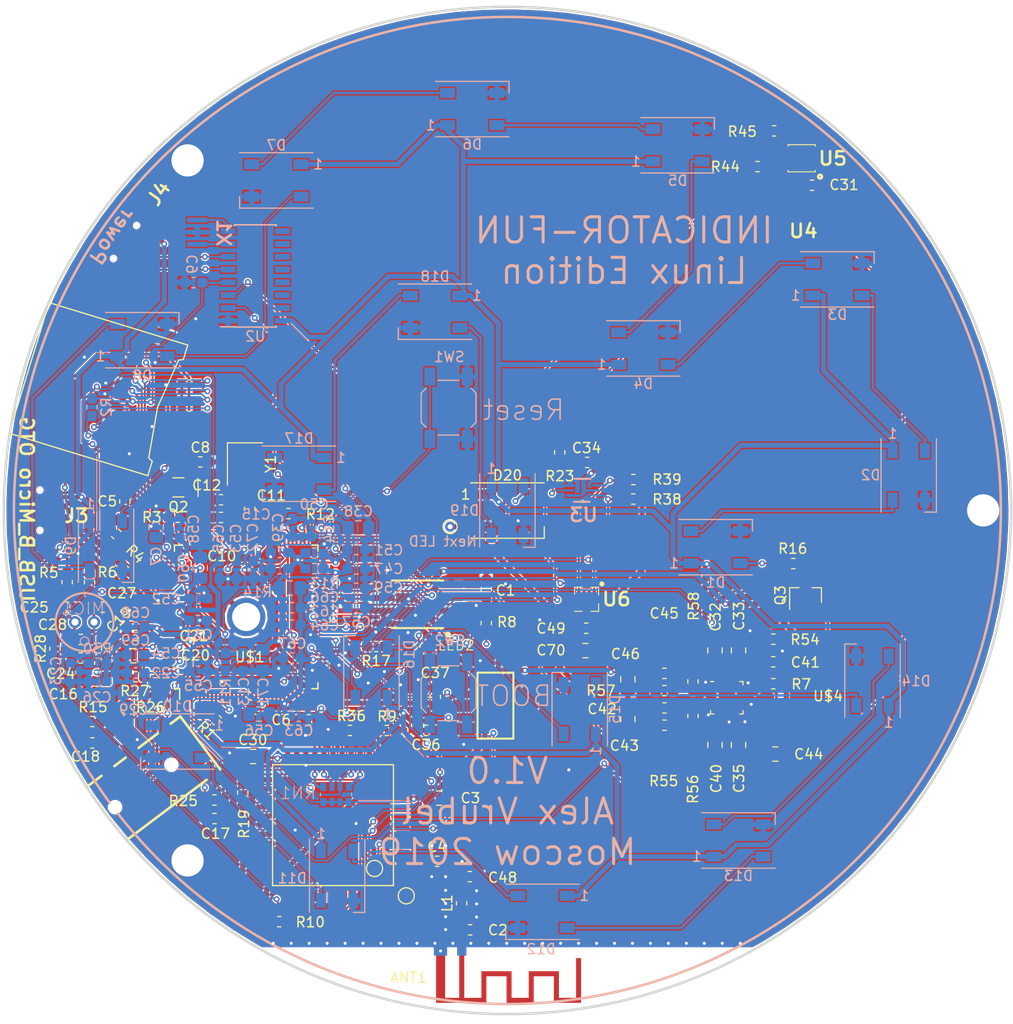
<source format=kicad_pcb>
(kicad_pcb (version 20171130) (host pcbnew 5.0.2-bee76a0~70~ubuntu18.04.1)
  (layers (0 F.Cu signal) (31 B.Cu signal) (34 B.Paste user hide) (35 F.Paste user hide) (36 B.SilkS user hide) (37 F.SilkS user hide) (38 B.Mask user hide) (39 F.Mask user hide) (44 Edge.Cuts user))
  (net 0 "")
  (net 1 +5V)
  (net 2 GND)
  (net 3 +3V3)
  (net 4 "Net-(C4-Pad1)")
  (net 5 "Net-(C7-Pad1)")
  (net 6 "Net-(C13-Pad1)")
  (net 7 +1V8)
  (net 8 +3V3A)
  (net 9 "Net-(C18-Pad1)")
  (net 10 "Net-(C22-Pad1)")
  (net 11 "Net-(C23-Pad2)")
  (net 12 "Net-(C24-Pad2)")
  (net 13 +1V2)
  (net 14 "Net-(C41-Pad2)")
  (net 15 "Net-(C42-Pad2)")
  (net 16 "Net-(C45-Pad2)")
  (net 17 "Net-(D1-Pad2)")
  (net 18 "Net-(D2-Pad2)")
  (net 19 "Net-(D3-Pad2)")
  (net 20 "Net-(D4-Pad2)")
  (net 21 "Net-(D5-Pad2)")
  (net 22 "Net-(D6-Pad2)")
  (net 23 "Net-(D7-Pad2)")
  (net 24 "Net-(D8-Pad2)")
  (net 25 "Net-(D10-Pad4)")
  (net 26 "Net-(D10-Pad2)")
  (net 27 "Net-(D11-Pad2)")
  (net 28 "Net-(D12-Pad2)")
  (net 29 "Net-(D13-Pad2)")
  (net 30 "Net-(D14-Pad2)")
  (net 31 "Net-(D15-Pad2)")
  (net 32 "Net-(D16-Pad2)")
  (net 33 "Net-(D17-Pad2)")
  (net 34 "Net-(D18-Pad2)")
  (net 35 "Net-(D19-Pad2)")
  (net 36 SDC0/D2)
  (net 37 SDC0/D3)
  (net 38 SDC0/CMD)
  (net 39 SDC0/CLK)
  (net 40 SDC0/D0)
  (net 41 SDC0/D1)
  (net 42 "Net-(J2-PadEARTH)")
  (net 43 "Net-(L3-PadP$2)")
  (net 44 "Net-(L4-PadP$2)")
  (net 45 "Net-(L5-PadP$2)")
  (net 46 "Net-(LED2-PadA)")
  (net 47 "Net-(R9-Pad2)")
  (net 48 "Net-(R10-Pad1)")
  (net 49 "Net-(R12-Pad1)")
  (net 50 "Net-(R19-Pad1)")
  (net 51 USB/ID)
  (net 52 "Net-(ANT1-Pad1)")
  (net 53 "Net-(C4-Pad2)")
  (net 54 "Net-(D20-Pad2)")
  (net 55 "Net-(R4-Pad2)")
  (net 56 "Net-(J3-Pad4)")
  (net 57 "Net-(R1-Pad2)")
  (net 58 "Net-(J4-Pad2)")
  (net 59 "Net-(J4-Pad3)")
  (net 60 "Net-(D1-Pad4)")
  (net 61 PWM1_SYSLED)
  (net 62 UART0/RX)
  (net 63 UART0/TX)
  (net 64 /Sensors/Light-Int)
  (net 65 SCL)
  (net 66 SDA)
  (net 67 SCL-1.8)
  (net 68 SDA-1.8)
  (net 69 "Net-(U2-Pad8)")
  (net 70 "Net-(U2-Pad7)")
  (net 71 /WLAN/SDC1/CLK)
  (net 72 /Power/x32kin)
  (net 73 /Power/x32kout)
  (net 74 /Power/x24mount)
  (net 75 /Power/x24min)
  (net 76 /Power/SVREF)
  (net 77 /USB-SDC0-Audio/MIC_HBIAS)
  (net 78 /USB-SDC0-Audio/HP_COM)
  (net 79 /USB-SDC0-Audio/VRA2)
  (net 80 /USB-SDC0-Audio/VRA1)
  (net 81 /USB-SDC0-Audio/MICIN1P)
  (net 82 /USB-SDC0-Audio/MICIN1N)
  (net 83 /USB-SDC0-Audio/HP_R)
  (net 84 /USB-SDC0-Audio/HP_L)
  (net 85 /USB-SDC0-Audio/USB_D-)
  (net 86 /USB-SDC0-Audio/USB_D+)
  (net 87 /WLAN/SPI1/CS)
  (net 88 /USB-SDC0-Audio/HP_COMFB)
  (net 89 /WLAN/SDC1/CMD)
  (net 90 /WLAN/SDC1/D2)
  (net 91 /WLAN/SDC1/D3)
  (net 92 /WLAN/SDC1/D0)
  (net 93 /WLAN/SDC1/D1)
  (net 94 /WLAN/SPI1/MISO)
  (net 95 /Power/for_delete)
  (net 96 /WLAN/SPI1/SCK)
  (net 97 /WLAN/UART2/TX/PB0)
  (net 98 /WLAN/UART2/RX/PB1)
  (net 99 /WLAN/UART2/RTS/PB2)
  (net 100 /WLAN/UART2/CTS/PB3)
  (net 101 CS2)
  (net 102 LED_CTL)
  (module indicator-fun-v3s:USB-B-Micro (layer F.Cu) (at 98.8 95.504 90)
    (fp_text reference J3 (at -0.5461 5.7972 unlocked) (layer F.SilkS) (effects (font (size 1.332992 1.40208) (thickness 0.254))))
    (fp_text value "USB_B_Micro OTG" (at 0.1016 0.8315 270 unlocked) (layer F.SilkS) (effects (font (size 1.332992 1.40208) (thickness 0.254)) (justify mirror)))
    (pad 6 thru_hole circle (at -2 2.15 90) (size 0.5 0.5) (drill 0.5) (layers *.Cu *.Mask))
    (pad 6 thru_hole circle (at 2 2.15 90) (size 0.5 0.5) (drill 0.5) (layers *.Cu *.Mask))
    (pad 5 smd rect (at -3.25 2.7 90) (size 1.5 1.4) (layers F.Cu F.Paste F.Mask) (net 2 GND))
    (pad 5 smd rect (at 3.25 2.7 90) (size 1.5 1.4) (layers F.Cu F.Paste F.Mask) (net 2 GND))
    (pad 5 smd rect (at -4.075 0 90) (size 1.35 1.5) (layers F.Cu F.Paste F.Mask) (net 2 GND))
    (pad 5 smd rect (at 4.075 0 90) (size 1.35 1.5) (layers F.Cu F.Paste F.Mask) (net 2 GND))
    (pad 5 smd rect (at 1 0 90) (size 1 1) (layers F.Cu F.Paste F.Mask) (net 2 GND))
    (pad 5 smd rect (at -1 0 90) (size 1 1) (layers F.Cu F.Paste F.Mask) (net 2 GND))
    (pad 1 smd rect (at 1.3 2.87 90) (size 0.4 1.8) (layers F.Cu F.Paste F.Mask) (net 1 +5V))
    (pad 2 smd rect (at 0.65 2.87 90) (size 0.4 1.8) (layers F.Cu F.Paste F.Mask) (net 85 /USB-SDC0-Audio/USB_D-))
    (pad 3 smd rect (at 0 2.869999 90) (size 0.4 1.8) (layers F.Cu F.Paste F.Mask) (net 86 /USB-SDC0-Audio/USB_D+))
    (pad 4 smd rect (at -0.65 2.87 90) (size 0.4 1.8) (layers F.Cu F.Paste F.Mask) (net 56 "Net-(J3-Pad4)"))
    (pad 5 smd rect (at -1.3 2.87 90) (size 0.4 1.8) (layers F.Cu F.Paste F.Mask) (net 2 GND))
  )
  (module indicator-fun-v3s:USB-B-Micro (layer F.Cu) (at 107.645 67.6402 55)
    (fp_text reference J4 (at 5.872566 2.120772 55 unlocked) (layer F.SilkS) (effects (font (size 1.332992 1.40208) (thickness 0.254))))
    (fp_text value Power (at -0.27133 0.763873 235 unlocked) (layer B.SilkS) (effects (font (size 1.332992 1.40208) (thickness 0.254)) (justify mirror)))
    (pad 6 thru_hole circle (at -2 2.15 55) (size 0.5 0.5) (drill 0.5) (layers *.Cu *.Mask))
    (pad 6 thru_hole circle (at 2 2.15 55) (size 0.5 0.5) (drill 0.5) (layers *.Cu *.Mask))
    (pad 5 smd rect (at -3.25 2.7 55) (size 1.5 1.4) (layers F.Cu F.Paste F.Mask) (net 2 GND))
    (pad 5 smd rect (at 3.25 2.7 55) (size 1.5 1.4) (layers F.Cu F.Paste F.Mask) (net 2 GND))
    (pad 5 smd rect (at -4.075 0 55) (size 1.35 1.5) (layers F.Cu F.Paste F.Mask) (net 2 GND))
    (pad 5 smd rect (at 4.075 0 55) (size 1.35 1.5) (layers F.Cu F.Paste F.Mask) (net 2 GND))
    (pad 5 smd rect (at 1 0 55) (size 1 1) (layers F.Cu F.Paste F.Mask) (net 2 GND))
    (pad 5 smd rect (at -1 0 55) (size 1 1) (layers F.Cu F.Paste F.Mask) (net 2 GND))
    (pad 1 smd rect (at 1.3 2.87 55) (size 0.4 1.8) (layers F.Cu F.Paste F.Mask) (net 1 +5V))
    (pad 2 smd rect (at 0.65 2.87 55) (size 0.4 1.8) (layers F.Cu F.Paste F.Mask) (net 58 "Net-(J4-Pad2)"))
    (pad 3 smd rect (at 0 2.869999 55) (size 0.4 1.8) (layers F.Cu F.Paste F.Mask) (net 59 "Net-(J4-Pad3)"))
    (pad 4 smd rect (at -0.65 2.87 55) (size 0.4 1.8) (layers F.Cu F.Paste F.Mask))
    (pad 5 smd rect (at -1.3 2.87 55) (size 0.4 1.8) (layers F.Cu F.Paste F.Mask) (net 2 GND))
  )
  (module indicator-fun-v3s:LQFP-128_14x14mm_P0.4mm (layer F.Cu) (at 121.435 106.094 90)
    (fp_text reference U$1 (at -3.9896 0.358 180) (layer F.SilkS))
    (fp_text value V3S)
    (pad P$1 thru_hole circle (at 0 0 90) (size 3.816 3.816) (drill 2.8) (layers *.Cu *.Mask) (net 2 GND))
    (pad 1 smd rect (at -7.7 -6.2 90) (size 1 0.2) (layers F.Cu F.Paste F.Mask) (net 90 /WLAN/SDC1/D2))
    (pad 2 smd rect (at -7.7 -5.8 90) (size 1 0.2) (layers F.Cu F.Paste F.Mask) (net 93 /WLAN/SDC1/D1))
    (pad 3 smd rect (at -7.7 -5.4 90) (size 1 0.2) (layers F.Cu F.Paste F.Mask) (net 92 /WLAN/SDC1/D0))
    (pad 4 smd rect (at -7.7 -5 90) (size 1 0.2) (layers F.Cu F.Paste F.Mask) (net 89 /WLAN/SDC1/CMD))
    (pad 5 smd rect (at -7.7 -4.6 90) (size 1 0.2) (layers F.Cu F.Paste F.Mask) (net 57 "Net-(R1-Pad2)"))
    (pad 6 smd rect (at -7.7 -4.2 90) (size 1 0.2) (layers F.Cu F.Paste F.Mask))
    (pad 7 smd rect (at -7.7 -3.8 90) (size 1 0.2) (layers F.Cu F.Paste F.Mask))
    (pad 8 smd rect (at -7.7 -3.4 90) (size 1 0.2) (layers F.Cu F.Paste F.Mask) (net 68 SDA-1.8))
    (pad 9 smd rect (at -7.7 -3 90) (size 1 0.2) (layers F.Cu F.Paste F.Mask) (net 67 SCL-1.8))
    (pad 10 smd rect (at -7.7 -2.6 90) (size 1 0.2) (layers F.Cu F.Paste F.Mask))
    (pad 11 smd rect (at -7.7 -2.2 90) (size 1 0.2) (layers F.Cu F.Paste F.Mask))
    (pad 12 smd rect (at -7.7 -1.8 90) (size 1 0.2) (layers F.Cu F.Paste F.Mask) (net 7 +1V8))
    (pad 13 smd rect (at -7.7 -1.4 90) (size 1 0.2) (layers F.Cu F.Paste F.Mask))
    (pad 14 smd rect (at -7.7 -1 90) (size 1 0.2) (layers F.Cu F.Paste F.Mask))
    (pad 15 smd rect (at -7.7 -0.6 90) (size 1 0.2) (layers F.Cu F.Paste F.Mask))
    (pad 16 smd rect (at -7.7 -0.2 90) (size 1 0.2) (layers F.Cu F.Paste F.Mask))
    (pad 17 smd rect (at -7.7 0.2 90) (size 1 0.2) (layers F.Cu F.Paste F.Mask))
    (pad 18 smd rect (at -7.7 0.6 90) (size 1 0.2) (layers F.Cu F.Paste F.Mask))
    (pad 19 smd rect (at -7.7 1 90) (size 1 0.2) (layers F.Cu F.Paste F.Mask) (net 13 +1V2))
    (pad 20 smd rect (at -7.7 1.4 90) (size 1 0.2) (layers F.Cu F.Paste F.Mask) (net 13 +1V2))
    (pad 21 smd rect (at -7.7 1.8 90) (size 1 0.2) (layers F.Cu F.Paste F.Mask) (net 13 +1V2))
    (pad 22 smd rect (at -7.7 2.2 90) (size 1 0.2) (layers F.Cu F.Paste F.Mask))
    (pad 23 smd rect (at -7.7 2.6 90) (size 1 0.2) (layers F.Cu F.Paste F.Mask))
    (pad 24 smd rect (at -7.7 3 90) (size 1 0.2) (layers F.Cu F.Paste F.Mask))
    (pad 25 smd rect (at -7.7 3.4 90) (size 1 0.2) (layers F.Cu F.Paste F.Mask) (net 13 +1V2))
    (pad 26 smd rect (at -7.7 3.8 90) (size 1 0.2) (layers F.Cu F.Paste F.Mask) (net 13 +1V2))
    (pad 27 smd rect (at -7.7 4.2 90) (size 1 0.2) (layers F.Cu F.Paste F.Mask))
    (pad 28 smd rect (at -7.7 4.6 90) (size 1 0.2) (layers F.Cu F.Paste F.Mask))
    (pad 29 smd rect (at -7.7 5 90) (size 1 0.2) (layers F.Cu F.Paste F.Mask) (net 7 +1V8))
    (pad 30 smd rect (at -7.7 5.4 90) (size 1 0.2) (layers F.Cu F.Paste F.Mask))
    (pad 31 smd rect (at -7.7 5.8 90) (size 1 0.2) (layers F.Cu F.Paste F.Mask))
    (pad 32 smd rect (at -7.7 6.2 90) (size 1 0.2) (layers F.Cu F.Paste F.Mask))
    (pad 33 smd rect (at -6.2 7.7 180) (size 1 0.2) (layers F.Cu F.Paste F.Mask))
    (pad 34 smd rect (at -5.8 7.7 180) (size 1 0.2) (layers F.Cu F.Paste F.Mask))
    (pad 35 smd rect (at -5.4 7.7 180) (size 1 0.2) (layers F.Cu F.Paste F.Mask))
    (pad 36 smd rect (at -5 7.7 180) (size 1 0.2) (layers F.Cu F.Paste F.Mask))
    (pad 37 smd rect (at -4.6 7.7 180) (size 1 0.2) (layers F.Cu F.Paste F.Mask))
    (pad 38 smd rect (at -4.2 7.7 180) (size 1 0.2) (layers F.Cu F.Paste F.Mask) (net 13 +1V2))
    (pad 39 smd rect (at -3.8 7.7 180) (size 1 0.2) (layers F.Cu F.Paste F.Mask) (net 97 /WLAN/UART2/TX/PB0))
    (pad 40 smd rect (at -3.4 7.7 180) (size 1 0.2) (layers F.Cu F.Paste F.Mask) (net 98 /WLAN/UART2/RX/PB1))
    (pad 41 smd rect (at -3 7.7 180) (size 1 0.2) (layers F.Cu F.Paste F.Mask) (net 99 /WLAN/UART2/RTS/PB2))
    (pad 42 smd rect (at -2.6 7.7 180) (size 1 0.2) (layers F.Cu F.Paste F.Mask) (net 100 /WLAN/UART2/CTS/PB3))
    (pad 43 smd rect (at -2.2 7.7 180) (size 1 0.2) (layers F.Cu F.Paste F.Mask) (net 101 CS2))
    (pad 44 smd rect (at -1.8 7.7 180) (size 1 0.2) (layers F.Cu F.Paste F.Mask) (net 61 PWM1_SYSLED))
    (pad 45 smd rect (at -1.4 7.7 180) (size 1 0.2) (layers F.Cu F.Paste F.Mask) (net 65 SCL))
    (pad 46 smd rect (at -1 7.7 180) (size 1 0.2) (layers F.Cu F.Paste F.Mask) (net 66 SDA))
    (pad 47 smd rect (at -0.6 7.7 180) (size 1 0.2) (layers F.Cu F.Paste F.Mask) (net 13 +1V2))
    (pad 48 smd rect (at -0.2 7.7 180) (size 1 0.2) (layers F.Cu F.Paste F.Mask) (net 63 UART0/TX))
    (pad 49 smd rect (at 0.2 7.7 180) (size 1 0.2) (layers F.Cu F.Paste F.Mask) (net 62 UART0/RX))
    (pad 50 smd rect (at 0.6 7.7 180) (size 1 0.2) (layers F.Cu F.Paste F.Mask) (net 3 +3V3))
    (pad 51 smd rect (at 1 7.7 180) (size 1 0.2) (layers F.Cu F.Paste F.Mask) (net 13 +1V2))
    (pad 52 smd rect (at 1.4 7.7 180) (size 1 0.2) (layers F.Cu F.Paste F.Mask) (net 94 /WLAN/SPI1/MISO))
    (pad 53 smd rect (at 1.8 7.7 180) (size 1 0.2) (layers F.Cu F.Paste F.Mask) (net 96 /WLAN/SPI1/SCK))
    (pad 54 smd rect (at 2.2 7.7 180) (size 1 0.2) (layers F.Cu F.Paste F.Mask) (net 87 /WLAN/SPI1/CS))
    (pad 55 smd rect (at 2.6 7.7 180) (size 1 0.2) (layers F.Cu F.Paste F.Mask) (net 102 LED_CTL))
    (pad 56 smd rect (at 3 7.7 180) (size 1 0.2) (layers F.Cu F.Paste F.Mask) (net 13 +1V2))
    (pad 57 smd rect (at 3.4 7.7 180) (size 1 0.2) (layers F.Cu F.Paste F.Mask) (net 3 +3V3))
    (pad 58 smd rect (at 3.8 7.7 180) (size 1 0.2) (layers F.Cu F.Paste F.Mask) (net 13 +1V2))
    (pad 59 smd rect (at 4.2 7.7 180) (size 1 0.2) (layers F.Cu F.Paste F.Mask) (net 7 +1V8))
    (pad 60 smd rect (at 4.6 7.7 180) (size 1 0.2) (layers F.Cu F.Paste F.Mask) (net 7 +1V8))
    (pad 61 smd rect (at 5 7.7 180) (size 1 0.2) (layers F.Cu F.Paste F.Mask) (net 7 +1V8))
    (pad 62 smd rect (at 5.4 7.7 180) (size 1 0.2) (layers F.Cu F.Paste F.Mask) (net 7 +1V8))
    (pad 63 smd rect (at 5.8 7.7 180) (size 1 0.2) (layers F.Cu F.Paste F.Mask) (net 76 /Power/SVREF))
    (pad 64 smd rect (at 6.2 7.7 180) (size 1 0.2) (layers F.Cu F.Paste F.Mask) (net 13 +1V2))
    (pad 65 smd rect (at 7.7 6.2 90) (size 1 0.2) (layers F.Cu F.Paste F.Mask) (net 7 +1V8))
    (pad 66 smd rect (at 7.7 5.8 90) (size 1 0.2) (layers F.Cu F.Paste F.Mask) (net 7 +1V8))
    (pad 67 smd rect (at 7.7 5.4 90) (size 1 0.2) (layers F.Cu F.Paste F.Mask) (net 7 +1V8))
    (pad 68 smd rect (at 7.7 5 90) (size 1 0.2) (layers F.Cu F.Paste F.Mask) (net 7 +1V8))
    (pad 69 smd rect (at 7.7 4.6 90) (size 1 0.2) (layers F.Cu F.Paste F.Mask) (net 7 +1V8))
    (pad 70 smd rect (at 7.7 4.2 90) (size 1 0.2) (layers F.Cu F.Paste F.Mask) (net 7 +1V8))
    (pad 71 smd rect (at 7.7 3.8 90) (size 1 0.2) (layers F.Cu F.Paste F.Mask) (net 76 /Power/SVREF))
    (pad 72 smd rect (at 7.7 3.4 90) (size 1 0.2) (layers F.Cu F.Paste F.Mask) (net 7 +1V8))
    (pad 73 smd rect (at 7.7 3 90) (size 1 0.2) (layers F.Cu F.Paste F.Mask) (net 49 "Net-(R12-Pad1)"))
    (pad 74 smd rect (at 7.7 2.6 90) (size 1 0.2) (layers F.Cu F.Paste F.Mask) (net 74 /Power/x24mount))
    (pad 75 smd rect (at 7.7 2.2 90) (size 1 0.2) (layers F.Cu F.Paste F.Mask) (net 75 /Power/x24min))
    (pad 76 smd rect (at 7.7 1.8 90) (size 1 0.2) (layers F.Cu F.Paste F.Mask) (net 8 +3V3A))
    (pad 77 smd rect (at 7.7 1.4 90) (size 1 0.2) (layers F.Cu F.Paste F.Mask))
    (pad 78 smd rect (at 7.7 1 90) (size 1 0.2) (layers F.Cu F.Paste F.Mask))
    (pad 79 smd rect (at 7.7 0.6 90) (size 1 0.2) (layers F.Cu F.Paste F.Mask) (net 7 +1V8))
    (pad 80 smd rect (at 7.7 0.2 90) (size 1 0.2) (layers F.Cu F.Paste F.Mask) (net 13 +1V2))
    (pad 81 smd rect (at 7.7 -0.2 90) (size 1 0.2) (layers F.Cu F.Paste F.Mask))
    (pad 82 smd rect (at 7.7 -0.6 90) (size 1 0.2) (layers F.Cu F.Paste F.Mask))
    (pad 83 smd rect (at 7.7 -1 90) (size 1 0.2) (layers F.Cu F.Paste F.Mask))
    (pad 84 smd rect (at 7.7 -1.4 90) (size 1 0.2) (layers F.Cu F.Paste F.Mask))
    (pad 85 smd rect (at 7.7 -1.8 90) (size 1 0.2) (layers F.Cu F.Paste F.Mask) (net 95 /Power/for_delete))
    (pad 86 smd rect (at 7.7 -2.2 90) (size 1 0.2) (layers F.Cu F.Paste F.Mask))
    (pad 87 smd rect (at 7.7 -2.6 90) (size 1 0.2) (layers F.Cu F.Paste F.Mask))
    (pad 88 smd rect (at 7.7 -3 90) (size 1 0.2) (layers F.Cu F.Paste F.Mask) (net 13 +1V2))
    (pad 89 smd rect (at 7.7 -3.4 90) (size 1 0.2) (layers F.Cu F.Paste F.Mask))
    (pad 90 smd rect (at 7.7 -3.8 90) (size 1 0.2) (layers F.Cu F.Paste F.Mask))
    (pad 91 smd rect (at 7.7 -4.2 90) (size 1 0.2) (layers F.Cu F.Paste F.Mask))
    (pad 92 smd rect (at 7.7 -4.6 90) (size 1 0.2) (layers F.Cu F.Paste F.Mask))
    (pad 93 smd rect (at 7.7 -5 90) (size 1 0.2) (layers F.Cu F.Paste F.Mask) (net 95 /Power/for_delete))
    (pad 94 smd rect (at 7.7 -5.4 90) (size 1 0.2) (layers F.Cu F.Paste F.Mask))
    (pad 95 smd rect (at 7.7 -5.8 90) (size 1 0.2) (layers F.Cu F.Paste F.Mask) (net 73 /Power/x32kout))
    (pad 96 smd rect (at 7.7 -6.2 90) (size 1 0.2) (layers F.Cu F.Paste F.Mask) (net 72 /Power/x32kin))
    (pad 97 smd rect (at 6.2 -7.7 180) (size 1 0.2) (layers F.Cu F.Paste F.Mask) (net 5 "Net-(C7-Pad1)"))
    (pad 98 smd rect (at 5.8 -7.7 180) (size 1 0.2) (layers F.Cu F.Paste F.Mask) (net 3 +3V3))
    (pad 99 smd rect (at 5.4 -7.7 180) (size 1 0.2) (layers F.Cu F.Paste F.Mask) (net 6 "Net-(C13-Pad1)"))
    (pad 100 smd rect (at 5 -7.7 180) (size 1 0.2) (layers F.Cu F.Paste F.Mask) (net 51 USB/ID))
    (pad 101 smd rect (at 4.6 -7.7 180) (size 1 0.2) (layers F.Cu F.Paste F.Mask) (net 36 SDC0/D2))
    (pad 102 smd rect (at 4.2 -7.7 180) (size 1 0.2) (layers F.Cu F.Paste F.Mask) (net 37 SDC0/D3))
    (pad 103 smd rect (at 3.8 -7.7 180) (size 1 0.2) (layers F.Cu F.Paste F.Mask) (net 38 SDC0/CMD))
    (pad 104 smd rect (at 3.4 -7.7 180) (size 1 0.2) (layers F.Cu F.Paste F.Mask) (net 3 +3V3))
    (pad 105 smd rect (at 3 -7.7 180) (size 1 0.2) (layers F.Cu F.Paste F.Mask) (net 55 "Net-(R4-Pad2)"))
    (pad 106 smd rect (at 2.6 -7.7 180) (size 1 0.2) (layers F.Cu F.Paste F.Mask) (net 40 SDC0/D0))
    (pad 107 smd rect (at 2.2 -7.7 180) (size 1 0.2) (layers F.Cu F.Paste F.Mask) (net 41 SDC0/D1))
    (pad 108 smd rect (at 1.8 -7.7 180) (size 1 0.2) (layers F.Cu F.Paste F.Mask) (net 13 +1V2))
    (pad 109 smd rect (at 1.4 -7.7 180) (size 1 0.2) (layers F.Cu F.Paste F.Mask) (net 3 +3V3))
    (pad 110 smd rect (at 1 -7.7 180) (size 1 0.2) (layers F.Cu F.Paste F.Mask) (net 85 /USB-SDC0-Audio/USB_D-))
    (pad 111 smd rect (at 0.6 -7.7 180) (size 1 0.2) (layers F.Cu F.Paste F.Mask) (net 86 /USB-SDC0-Audio/USB_D+))
    (pad 112 smd rect (at 0.2 -7.7 180) (size 1 0.2) (layers F.Cu F.Paste F.Mask))
    (pad 113 smd rect (at -0.2 -7.7 180) (size 1 0.2) (layers F.Cu F.Paste F.Mask) (net 81 /USB-SDC0-Audio/MICIN1P))
    (pad 114 smd rect (at -0.6 -7.7 180) (size 1 0.2) (layers F.Cu F.Paste F.Mask) (net 82 /USB-SDC0-Audio/MICIN1N))
    (pad 115 smd rect (at -1 -7.7 180) (size 1 0.2) (layers F.Cu F.Paste F.Mask) (net 8 +3V3A))
    (pad 116 smd rect (at -1.4 -7.7 180) (size 1 0.2) (layers F.Cu F.Paste F.Mask) (net 2 GND))
    (pad 117 smd rect (at -1.8 -7.7 180) (size 1 0.2) (layers F.Cu F.Paste F.Mask) (net 80 /USB-SDC0-Audio/VRA1))
    (pad 118 smd rect (at -2.2 -7.7 180) (size 1 0.2) (layers F.Cu F.Paste F.Mask) (net 79 /USB-SDC0-Audio/VRA2))
    (pad 119 smd rect (at -2.6 -7.7 180) (size 1 0.2) (layers F.Cu F.Paste F.Mask) (net 77 /USB-SDC0-Audio/MIC_HBIAS))
    (pad 120 smd rect (at -3 -7.7 180) (size 1 0.2) (layers F.Cu F.Paste F.Mask) (net 83 /USB-SDC0-Audio/HP_R))
    (pad 121 smd rect (at -3.4 -7.7 180) (size 1 0.2) (layers F.Cu F.Paste F.Mask) (net 84 /USB-SDC0-Audio/HP_L))
    (pad 122 smd rect (at -3.8 -7.7 180) (size 1 0.2) (layers F.Cu F.Paste F.Mask) (net 3 +3V3))
    (pad 123 smd rect (at -4.2 -7.7 180) (size 1 0.2) (layers F.Cu F.Paste F.Mask) (net 10 "Net-(C22-Pad1)"))
    (pad 124 smd rect (at -4.6 -7.7 180) (size 1 0.2) (layers F.Cu F.Paste F.Mask) (net 88 /USB-SDC0-Audio/HP_COMFB))
    (pad 125 smd rect (at -5 -7.7 180) (size 1 0.2) (layers F.Cu F.Paste F.Mask) (net 78 /USB-SDC0-Audio/HP_COM))
    (pad 126 smd rect (at -5.4 -7.7 180) (size 1 0.2) (layers F.Cu F.Paste F.Mask) (net 13 +1V2))
    (pad 127 smd rect (at -5.8 -7.7 180) (size 1 0.2) (layers F.Cu F.Paste F.Mask) (net 3 +3V3))
    (pad 128 smd rect (at -6.2 -7.7 180) (size 1 0.2) (layers F.Cu F.Paste F.Mask) (net 91 /WLAN/SDC1/D3))
  )
  (module LED_SMD:LED_WS2812B_PLCC4_5.0x5.0mm_P3.2mm (layer B.Cu) (at 168.051 99.1699)
    (fp_text reference D1 (at 0 3.5) (layer B.SilkS) (effects (justify mirror)))
    (fp_text value WS2812B)
    (fp_text user 1 (at -4.15 1.6) (layer B.SilkS) (effects (justify mirror)))
    (pad 1 smd rect (at -2.45 1.6) (size 1.5 1) (layers B.Cu B.Paste B.Mask) (net 1 +5V))
    (pad 2 smd rect (at -2.45 -1.6) (size 1.5 1) (layers B.Cu B.Paste B.Mask) (net 17 "Net-(D1-Pad2)"))
    (pad 4 smd rect (at 2.45 1.6) (size 1.5 1) (layers B.Cu B.Paste B.Mask) (net 60 "Net-(D1-Pad4)"))
    (pad 3 smd rect (at 2.45 -1.6) (size 1.5 1) (layers B.Cu B.Paste B.Mask) (net 2 GND))
  )
  (module LED_SMD:LED_WS2812B_PLCC4_5.0x5.0mm_P3.2mm (layer B.Cu) (at 187.218 92.0369 270)
    (fp_text reference D2 (at -0.0254 3.7792) (layer B.SilkS) (effects (justify mirror)))
    (fp_text value WS2812B)
    (fp_text user 1 (at -4.15 1.6) (layer B.SilkS) (effects (justify mirror)))
    (pad 1 smd rect (at -2.45 1.6 270) (size 1.5 1) (layers B.Cu B.Paste B.Mask) (net 1 +5V))
    (pad 2 smd rect (at -2.45 -1.6 270) (size 1.5 1) (layers B.Cu B.Paste B.Mask) (net 18 "Net-(D2-Pad2)"))
    (pad 4 smd rect (at 2.45 1.6 270) (size 1.5 1) (layers B.Cu B.Paste B.Mask) (net 17 "Net-(D1-Pad2)"))
    (pad 3 smd rect (at 2.45 -1.6 270) (size 1.5 1) (layers B.Cu B.Paste B.Mask) (net 2 GND))
  )
  (module LED_SMD:LED_WS2812B_PLCC4_5.0x5.0mm_P3.2mm (layer B.Cu) (at 180.136 72.5799)
    (fp_text reference D3 (at 0 3.5) (layer B.SilkS) (effects (justify mirror)))
    (fp_text value WS2812B)
    (fp_text user 1 (at -4.15 1.6) (layer B.SilkS) (effects (justify mirror)))
    (pad 1 smd rect (at -2.45 1.6) (size 1.5 1) (layers B.Cu B.Paste B.Mask) (net 1 +5V))
    (pad 2 smd rect (at -2.45 -1.6) (size 1.5 1) (layers B.Cu B.Paste B.Mask) (net 19 "Net-(D3-Pad2)"))
    (pad 4 smd rect (at 2.45 1.6) (size 1.5 1) (layers B.Cu B.Paste B.Mask) (net 18 "Net-(D2-Pad2)"))
    (pad 3 smd rect (at 2.45 -1.6) (size 1.5 1) (layers B.Cu B.Paste B.Mask) (net 2 GND))
  )
  (module LED_SMD:LED_WS2812B_PLCC4_5.0x5.0mm_P3.2mm (layer B.Cu) (at 160.869 79.4359)
    (fp_text reference D4 (at 0 3.5) (layer B.SilkS) (effects (justify mirror)))
    (fp_text value WS2812B)
    (fp_text user 1 (at -4.15 1.6) (layer B.SilkS) (effects (justify mirror)))
    (pad 1 smd rect (at -2.45 1.6) (size 1.5 1) (layers B.Cu B.Paste B.Mask) (net 1 +5V))
    (pad 2 smd rect (at -2.45 -1.6) (size 1.5 1) (layers B.Cu B.Paste B.Mask) (net 20 "Net-(D4-Pad2)"))
    (pad 4 smd rect (at 2.45 1.6) (size 1.5 1) (layers B.Cu B.Paste B.Mask) (net 19 "Net-(D3-Pad2)"))
    (pad 3 smd rect (at 2.45 -1.6) (size 1.5 1) (layers B.Cu B.Paste B.Mask) (net 2 GND))
  )
  (module LED_SMD:LED_WS2812B_PLCC4_5.0x5.0mm_P3.2mm (layer B.Cu) (at 164.275 59.2709)
    (fp_text reference D5 (at 0 3.5) (layer B.SilkS) (effects (justify mirror)))
    (fp_text value WS2812B)
    (fp_text user 1 (at -4.15 1.6) (layer B.SilkS) (effects (justify mirror)))
    (pad 1 smd rect (at -2.45 1.6) (size 1.5 1) (layers B.Cu B.Paste B.Mask) (net 1 +5V))
    (pad 2 smd rect (at -2.45 -1.6) (size 1.5 1) (layers B.Cu B.Paste B.Mask) (net 21 "Net-(D5-Pad2)"))
    (pad 4 smd rect (at 2.45 1.6) (size 1.5 1) (layers B.Cu B.Paste B.Mask) (net 20 "Net-(D4-Pad2)"))
    (pad 3 smd rect (at 2.45 -1.6) (size 1.5 1) (layers B.Cu B.Paste B.Mask) (net 2 GND))
  )
  (module LED_SMD:LED_WS2812B_PLCC4_5.0x5.0mm_P3.2mm (layer B.Cu) (at 143.884 55.6759)
    (fp_text reference D6 (at 0 3.5) (layer B.SilkS) (effects (justify mirror)))
    (fp_text value WS2812B)
    (fp_text user 1 (at -4.15 1.6) (layer B.SilkS) (effects (justify mirror)))
    (pad 1 smd rect (at -2.45 1.6) (size 1.5 1) (layers B.Cu B.Paste B.Mask) (net 1 +5V))
    (pad 2 smd rect (at -2.45 -1.6) (size 1.5 1) (layers B.Cu B.Paste B.Mask) (net 22 "Net-(D6-Pad2)"))
    (pad 4 smd rect (at 2.45 1.6) (size 1.5 1) (layers B.Cu B.Paste B.Mask) (net 21 "Net-(D5-Pad2)"))
    (pad 3 smd rect (at 2.45 -1.6) (size 1.5 1) (layers B.Cu B.Paste B.Mask) (net 2 GND))
  )
  (module LED_SMD:LED_WS2812B_PLCC4_5.0x5.0mm_P3.2mm (layer B.Cu) (at 124.427 62.7569 180)
    (fp_text reference D7 (at 0 3.5 180) (layer B.SilkS) (effects (justify mirror)))
    (fp_text value WS2812B)
    (fp_text user 1 (at -4.15 1.6 180) (layer B.SilkS) (effects (justify mirror)))
    (pad 1 smd rect (at -2.45 1.6 180) (size 1.5 1) (layers B.Cu B.Paste B.Mask) (net 1 +5V))
    (pad 2 smd rect (at -2.45 -1.6 180) (size 1.5 1) (layers B.Cu B.Paste B.Mask) (net 23 "Net-(D7-Pad2)"))
    (pad 4 smd rect (at 2.45 1.6 180) (size 1.5 1) (layers B.Cu B.Paste B.Mask) (net 22 "Net-(D6-Pad2)"))
    (pad 3 smd rect (at 2.45 -1.6 180) (size 1.5 1) (layers B.Cu B.Paste B.Mask) (net 2 GND))
  )
  (module LED_SMD:LED_WS2812B_PLCC4_5.0x5.0mm_P3.2mm (layer B.Cu) (at 111.118 78.6189)
    (fp_text reference D8 (at 0 3.5) (layer B.SilkS) (effects (justify mirror)))
    (fp_text value WS2812B)
    (fp_text user 1 (at -4.15 1.6) (layer B.SilkS) (effects (justify mirror)))
    (pad 1 smd rect (at -2.45 1.6) (size 1.5 1) (layers B.Cu B.Paste B.Mask) (net 1 +5V))
    (pad 2 smd rect (at -2.45 -1.6) (size 1.5 1) (layers B.Cu B.Paste B.Mask) (net 24 "Net-(D8-Pad2)"))
    (pad 4 smd rect (at 2.45 1.6) (size 1.5 1) (layers B.Cu B.Paste B.Mask) (net 23 "Net-(D7-Pad2)"))
    (pad 3 smd rect (at 2.45 -1.6) (size 1.5 1) (layers B.Cu B.Paste B.Mask) (net 2 GND))
  )
  (module LED_SMD:LED_WS2812B_PLCC4_5.0x5.0mm_P3.2mm (layer B.Cu) (at 107.523 99.0099 270)
    (fp_text reference D9 (at 0 3.5 270) (layer B.SilkS) (effects (justify mirror)))
    (fp_text value WS2812B)
    (fp_text user 1 (at -4.15 1.6) (layer B.SilkS) (effects (justify mirror)))
    (pad 1 smd rect (at -2.45 1.6 270) (size 1.5 1) (layers B.Cu B.Paste B.Mask) (net 1 +5V))
    (pad 2 smd rect (at -2.45 -1.6 270) (size 1.5 1) (layers B.Cu B.Paste B.Mask) (net 25 "Net-(D10-Pad4)"))
    (pad 4 smd rect (at 2.45 1.6 270) (size 1.5 1) (layers B.Cu B.Paste B.Mask) (net 24 "Net-(D8-Pad2)"))
    (pad 3 smd rect (at 2.45 -1.6 270) (size 1.5 1) (layers B.Cu B.Paste B.Mask) (net 2 GND))
  )
  (module LED_SMD:LED_WS2812B_PLCC4_5.0x5.0mm_P3.2mm (layer B.Cu) (at 114.604 118.466 180)
    (fp_text reference D10 (at 0 3.5 180) (layer B.SilkS) (effects (justify mirror)))
    (fp_text value WS2812B)
    (fp_text user 1 (at -4.15 1.6 180) (layer B.SilkS) (effects (justify mirror)))
    (pad 1 smd rect (at -2.45 1.6 180) (size 1.5 1) (layers B.Cu B.Paste B.Mask) (net 1 +5V))
    (pad 2 smd rect (at -2.45 -1.6 180) (size 1.5 1) (layers B.Cu B.Paste B.Mask) (net 26 "Net-(D10-Pad2)"))
    (pad 4 smd rect (at 2.45 1.6 180) (size 1.5 1) (layers B.Cu B.Paste B.Mask) (net 25 "Net-(D10-Pad4)"))
    (pad 3 smd rect (at 2.45 -1.6 180) (size 1.5 1) (layers B.Cu B.Paste B.Mask) (net 2 GND))
  )
  (module LED_SMD:LED_WS2812B_PLCC4_5.0x5.0mm_P3.2mm (layer B.Cu) (at 130.466 131.776 270)
    (fp_text reference D11 (at 0.2659 4.4566) (layer B.SilkS) (effects (justify mirror)))
    (fp_text value WS2812B)
    (fp_text user 1 (at -4.15 1.6) (layer B.SilkS) (effects (justify mirror)))
    (pad 1 smd rect (at -2.45 1.6 270) (size 1.5 1) (layers B.Cu B.Paste B.Mask) (net 1 +5V))
    (pad 2 smd rect (at -2.45 -1.6 270) (size 1.5 1) (layers B.Cu B.Paste B.Mask) (net 27 "Net-(D11-Pad2)"))
    (pad 4 smd rect (at 2.45 1.6 270) (size 1.5 1) (layers B.Cu B.Paste B.Mask) (net 26 "Net-(D10-Pad2)"))
    (pad 3 smd rect (at 2.45 -1.6 270) (size 1.5 1) (layers B.Cu B.Paste B.Mask) (net 2 GND))
  )
  (module LED_SMD:LED_WS2812B_PLCC4_5.0x5.0mm_P3.2mm (layer B.Cu) (at 150.857 135.371 180)
    (fp_text reference D12 (at 0.1334 -3.694 180) (layer B.SilkS) (effects (justify mirror)))
    (fp_text value WS2812B)
    (fp_text user 1 (at -4.15 1.6 180) (layer B.SilkS) (effects (justify mirror)))
    (pad 1 smd rect (at -2.45 1.6 180) (size 1.5 1) (layers B.Cu B.Paste B.Mask) (net 1 +5V))
    (pad 2 smd rect (at -2.45 -1.6 180) (size 1.5 1) (layers B.Cu B.Paste B.Mask) (net 28 "Net-(D12-Pad2)"))
    (pad 4 smd rect (at 2.45 1.6 180) (size 1.5 1) (layers B.Cu B.Paste B.Mask) (net 27 "Net-(D11-Pad2)"))
    (pad 3 smd rect (at 2.45 -1.6 180) (size 1.5 1) (layers B.Cu B.Paste B.Mask) (net 2 GND))
  )
  (module LED_SMD:LED_WS2812B_PLCC4_5.0x5.0mm_P3.2mm (layer B.Cu) (at 170.313 128.289)
    (fp_text reference D13 (at 0 3.5) (layer B.SilkS) (effects (justify mirror)))
    (fp_text value WS2812B)
    (fp_text user 1 (at -4.15 1.6) (layer B.SilkS) (effects (justify mirror)))
    (pad 1 smd rect (at -2.45 1.6) (size 1.5 1) (layers B.Cu B.Paste B.Mask) (net 1 +5V))
    (pad 2 smd rect (at -2.45 -1.6) (size 1.5 1) (layers B.Cu B.Paste B.Mask) (net 29 "Net-(D13-Pad2)"))
    (pad 4 smd rect (at 2.45 1.6) (size 1.5 1) (layers B.Cu B.Paste B.Mask) (net 28 "Net-(D12-Pad2)"))
    (pad 3 smd rect (at 2.45 -1.6) (size 1.5 1) (layers B.Cu B.Paste B.Mask) (net 2 GND))
  )
  (module LED_SMD:LED_WS2812B_PLCC4_5.0x5.0mm_P3.2mm (layer B.Cu) (at 183.623 112.428 90)
    (fp_text reference D14 (at -0.0305 4.3243 180) (layer B.SilkS) (effects (justify mirror)))
    (fp_text value WS2812B)
    (fp_text user 1 (at -4.15 1.6 180) (layer B.SilkS) (effects (justify mirror)))
    (pad 1 smd rect (at -2.45 1.6 90) (size 1.5 1) (layers B.Cu B.Paste B.Mask) (net 1 +5V))
    (pad 2 smd rect (at -2.45 -1.6 90) (size 1.5 1) (layers B.Cu B.Paste B.Mask) (net 30 "Net-(D14-Pad2)"))
    (pad 4 smd rect (at 2.45 1.6 90) (size 1.5 1) (layers B.Cu B.Paste B.Mask) (net 29 "Net-(D13-Pad2)"))
    (pad 3 smd rect (at 2.45 -1.6 90) (size 1.5 1) (layers B.Cu B.Paste B.Mask) (net 2 GND))
  )
  (module LED_SMD:LED_WS2812B_PLCC4_5.0x5.0mm_P3.2mm (layer B.Cu) (at 154.553 115.257 90)
    (fp_text reference D15 (at 0 3.5 90) (layer B.SilkS) (effects (justify mirror)))
    (fp_text value WS2812B)
    (fp_text user 1 (at -4.15 1.6 90) (layer B.SilkS) (effects (justify mirror)))
    (pad 1 smd rect (at -2.45 1.6 90) (size 1.5 1) (layers B.Cu B.Paste B.Mask) (net 1 +5V))
    (pad 2 smd rect (at -2.45 -1.6 90) (size 1.5 1) (layers B.Cu B.Paste B.Mask) (net 31 "Net-(D15-Pad2)"))
    (pad 4 smd rect (at 2.45 1.6 90) (size 1.5 1) (layers B.Cu B.Paste B.Mask) (net 30 "Net-(D14-Pad2)"))
    (pad 3 smd rect (at 2.45 -1.6 90) (size 1.5 1) (layers B.Cu B.Paste B.Mask) (net 2 GND))
  )
  (module LED_SMD:LED_WS2812B_PLCC4_5.0x5.0mm_P3.2mm (layer B.Cu) (at 133.872 111.61 90)
    (fp_text reference D16 (at 1.8058 3.7579 90) (layer B.SilkS) (effects (justify mirror)))
    (fp_text value WS2812B)
    (fp_text user 1 (at -4.15 1.6 180) (layer B.SilkS) (effects (justify mirror)))
    (pad 1 smd rect (at -2.45 1.6 90) (size 1.5 1) (layers B.Cu B.Paste B.Mask) (net 1 +5V))
    (pad 2 smd rect (at -2.45 -1.6 90) (size 1.5 1) (layers B.Cu B.Paste B.Mask) (net 32 "Net-(D16-Pad2)"))
    (pad 4 smd rect (at 2.45 1.6 90) (size 1.5 1) (layers B.Cu B.Paste B.Mask) (net 31 "Net-(D15-Pad2)"))
    (pad 3 smd rect (at 2.45 -1.6 90) (size 1.5 1) (layers B.Cu B.Paste B.Mask) (net 2 GND))
  )
  (module LED_SMD:LED_WS2812B_PLCC4_5.0x5.0mm_P3.2mm (layer B.Cu) (at 126.689 91.8769 180)
    (fp_text reference D17 (at 0 3.5 180) (layer B.SilkS) (effects (justify mirror)))
    (fp_text value WS2812B)
    (fp_text user 1 (at -4.15 1.6 180) (layer B.SilkS) (effects (justify mirror)))
    (pad 1 smd rect (at -2.45 1.6 180) (size 1.5 1) (layers B.Cu B.Paste B.Mask) (net 1 +5V))
    (pad 2 smd rect (at -2.45 -1.6 180) (size 1.5 1) (layers B.Cu B.Paste B.Mask) (net 33 "Net-(D17-Pad2)"))
    (pad 4 smd rect (at 2.45 1.6 180) (size 1.5 1) (layers B.Cu B.Paste B.Mask) (net 32 "Net-(D16-Pad2)"))
    (pad 3 smd rect (at 2.45 -1.6 180) (size 1.5 1) (layers B.Cu B.Paste B.Mask) (net 2 GND))
  )
  (module LED_SMD:LED_WS2812B_PLCC4_5.0x5.0mm_P3.2mm (layer B.Cu) (at 140.188 75.7899 180)
    (fp_text reference D18 (at 0 3.5 180) (layer B.SilkS) (effects (justify mirror)))
    (fp_text value WS2812B)
    (fp_text user 1 (at -4.15 1.6 180) (layer B.SilkS) (effects (justify mirror)))
    (pad 1 smd rect (at -2.45 1.6 180) (size 1.5 1) (layers B.Cu B.Paste B.Mask) (net 1 +5V))
    (pad 2 smd rect (at -2.45 -1.6 180) (size 1.5 1) (layers B.Cu B.Paste B.Mask) (net 34 "Net-(D18-Pad2)"))
    (pad 4 smd rect (at 2.45 1.6 180) (size 1.5 1) (layers B.Cu B.Paste B.Mask) (net 33 "Net-(D17-Pad2)"))
    (pad 3 smd rect (at 2.45 -1.6 180) (size 1.5 1) (layers B.Cu B.Paste B.Mask) (net 2 GND))
  )
  (module LED_SMD:LED_WS2812B_PLCC4_5.0x5.0mm_P3.2mm (layer B.Cu) (at 147.37 95.5229 270)
    (fp_text reference D19 (at -0.0062 4.2537) (layer B.SilkS) (effects (justify mirror)))
    (fp_text value WS2812B)
    (fp_text user 1 (at -4.15 1.6) (layer B.SilkS) (effects (justify mirror)))
    (pad 1 smd rect (at -2.45 1.6 270) (size 1.5 1) (layers B.Cu B.Paste B.Mask) (net 1 +5V))
    (pad 2 smd rect (at -2.45 -1.6 270) (size 1.5 1) (layers B.Cu B.Paste B.Mask) (net 35 "Net-(D19-Pad2)"))
    (pad 4 smd rect (at 2.45 1.6 270) (size 1.5 1) (layers B.Cu B.Paste B.Mask) (net 34 "Net-(D18-Pad2)"))
    (pad 3 smd rect (at 2.45 -1.6 270) (size 1.5 1) (layers B.Cu B.Paste B.Mask) (net 2 GND))
  )
  (module LED_SMD:LED_WS2812B_PLCC4_5.0x5.0mm_P3.2mm (layer F.Cu) (at 147.38 95.5321)
    (fp_text reference D20 (at 0 -3.5) (layer F.SilkS))
    (fp_text value WS2812B)
    (fp_text user 1 (at -4.15 -1.6) (layer F.SilkS))
    (pad 1 smd rect (at -2.45 -1.6) (size 1.5 1) (layers F.Cu F.Paste F.Mask) (net 1 +5V))
    (pad 2 smd rect (at -2.45 1.6) (size 1.5 1) (layers F.Cu F.Paste F.Mask) (net 54 "Net-(D20-Pad2)"))
    (pad 4 smd rect (at 2.45 -1.6) (size 1.5 1) (layers F.Cu F.Paste F.Mask) (net 35 "Net-(D19-Pad2)"))
    (pad 3 smd rect (at 2.45 1.6) (size 1.5 1) (layers F.Cu F.Paste F.Mask) (net 2 GND))
  )
  (module indicator-fun-v3s:SOT223 (layer F.Cu) (at 146.188 114.9 270)
    (fp_text reference IC1 hide)
    (fp_text value LM1117)
    (pad 4 smd rect (at 0 -3.099 270) (size 3.6 2.2) (layers F.Cu F.Paste F.Mask))
    (pad 3 smd rect (at 2.3114 3.0988 270) (size 1.2192 2.2352) (layers F.Cu F.Paste F.Mask) (net 1 +5V))
    (pad 2 smd rect (at 0 3.0988 270) (size 1.2192 2.2352) (layers F.Cu F.Paste F.Mask) (net 8 +3V3A))
    (pad 1 smd rect (at -2.3114 3.0988 270) (size 1.2192 2.2352) (layers F.Cu F.Paste F.Mask) (net 2 GND))
  )
  (module indicator-fun-v3s:TRANSFLASH-LOCK-SOCK (layer F.Cu) (at 108.382 83.9724 73)
    (fp_text reference J1 hide)
    (fp_text value TRANSFLASH-LOCK)
    (pad S4 smd rect (at 6.875 3.06 73) (size 1.45 2) (layers F.Cu F.Paste F.Mask) (net 2 GND))
    (pad S3 smd rect (at 6.875 -5.24 73) (size 1.45 2) (layers F.Cu F.Paste F.Mask) (net 2 GND))
    (pad S2 smd rect (at -6.874999 -5.24 73) (size 1.45 2) (layers F.Cu F.Paste F.Mask) (net 2 GND))
    (pad S1 smd rect (at -6.875 3.06 73) (size 1.45 2) (layers F.Cu F.Paste F.Mask) (net 2 GND))
    (pad 8 smd rect (at -4.4 0.46 73) (size 0.8 1.5) (layers F.Cu F.Paste F.Mask) (net 41 SDC0/D1))
    (pad 7 smd rect (at -3.3 0.460001 73) (size 0.8 1.5) (layers F.Cu F.Paste F.Mask) (net 40 SDC0/D0))
    (pad 6 smd rect (at -2.2 0.459998 73) (size 0.8 1.5) (layers F.Cu F.Paste F.Mask) (net 2 GND))
    (pad 5 smd rect (at -1.1 0.46 73) (size 0.8 1.5) (layers F.Cu F.Paste F.Mask) (net 39 SDC0/CLK))
    (pad 4 smd rect (at 0 0.46 73) (size 0.8 1.5) (layers F.Cu F.Paste F.Mask) (net 3 +3V3))
    (pad 3 smd rect (at 1.1 0.46 73) (size 0.8 1.5) (layers F.Cu F.Paste F.Mask) (net 38 SDC0/CMD))
    (pad 2 smd rect (at 2.2 0.46 73) (size 0.8 1.5) (layers F.Cu F.Paste F.Mask) (net 37 SDC0/D3))
    (pad 1 smd rect (at 3.3 0.46 73) (size 0.8 1.5) (layers F.Cu F.Paste F.Mask) (net 36 SDC0/D2))
  )
  (module indicator-fun-v3s:AUDIO_JACK_3.5MM_TRRS_SMD_RA (layer F.Cu) (at 107.137 125.946 37)
    (fp_text reference J2 hide)
    (fp_text value AUDIO_JACK_SMD)
    (pad "" np_thru_hole circle (at 8.6 0 37) (size 1.2 1.2) (drill 1.2) (layers *.Cu *.Mask))
    (pad "" np_thru_hole circle (at 1.6 0 37) (size 1.2 1.2) (drill 1.2) (layers *.Cu *.Mask))
    (pad RING2 smd rect (at 3.2 -3.249999 217) (size 1.2 2.5) (layers F.Cu F.Paste F.Mask) (net 78 /USB-SDC0-Audio/HP_COM))
    (pad RING1 smd rect (at 6.2 -3.250001 37) (size 1.2 2.5) (layers F.Cu F.Paste F.Mask) (net 83 /USB-SDC0-Audio/HP_R))
    (pad EARTH smd rect (at 11.3 3.25 37) (size 1.2 2.5) (layers F.Cu F.Paste F.Mask) (net 42 "Net-(J2-PadEARTH)"))
    (pad TIP smd rect (at 10.2 -3.250001 37) (size 1.2 2.5) (layers F.Cu F.Paste F.Mask) (net 84 /USB-SDC0-Audio/HP_L))
  )
  (module indicator-fun-v3s:ODD-INDUCTOR (layer F.Cu) (at 174.052 116.107 180)
    (fp_text reference L3 hide)
    (fp_text value 2,2µH)
    (pad P$2 smd rect (at 1.2 0 270) (size 3.4 1.5) (layers F.Cu F.Paste F.Mask) (net 43 "Net-(L3-PadP$2)"))
    (pad P$1 smd rect (at -1.2 0 270) (size 3.4 1.5) (layers F.Cu F.Paste F.Mask) (net 13 +1V2))
  )
  (module indicator-fun-v3s:ODD-INDUCTOR (layer F.Cu) (at 164.139 119.685)
    (fp_text reference L4 hide)
    (fp_text value 2,2µH)
    (pad P$2 smd rect (at 1.2 0 90) (size 3.4 1.5) (layers F.Cu F.Paste F.Mask) (net 44 "Net-(L4-PadP$2)"))
    (pad P$1 smd rect (at -1.2 0 90) (size 3.4 1.5) (layers F.Cu F.Paste F.Mask) (net 7 +1V8))
  )
  (module indicator-fun-v3s:ODD-INDUCTOR (layer F.Cu) (at 164.139 108.407)
    (fp_text reference L5 hide)
    (fp_text value 2.2µH)
    (pad P$2 smd rect (at 1.2 0 90) (size 3.4 1.5) (layers F.Cu F.Paste F.Mask) (net 45 "Net-(L5-PadP$2)"))
    (pad P$1 smd rect (at -1.2 0 90) (size 3.4 1.5) (layers F.Cu F.Paste F.Mask) (net 3 +3V3))
  )
  (module indicator-fun-v3s:CHIPLED_0805 (layer F.Cu) (at 138.557 109.029 270)
    (fp_text reference LED2 (at 0.4704 -1.8288) (layer F.SilkS) (effects (font (thickness 0.1016)) (justify left bottom)))
    (fp_text value LEDCHIPLED_0805)
    (pad A smd rect (at 0 1.05 270) (size 1.2 1.2) (layers F.Cu F.Paste F.Mask) (net 46 "Net-(LED2-PadA)"))
    (pad C smd rect (at 0 -1.05 270) (size 1.2 1.2) (layers F.Cu F.Paste F.Mask) (net 2 GND))
  )
  (module indicator-fun-v3s:F6035AP (layer B.Cu) (at 105.385 106.604 270)
    (fp_text reference MIC1 (at -2.0449 2.3245) (layer B.SilkS) (effects (font (size 1.2065 1.2065) (thickness 0.09652)) (justify right top mirror)))
    (fp_text value ELECTRET_MICROPHON-F6035AP)
    (pad 1 thru_hole circle (at 0 0.95 270) (size 1.2 1.2) (drill 0.7) (layers *.Cu *.Mask) (net 12 "Net-(C24-Pad2)"))
    (pad 2 thru_hole circle (at 0 -0.95 270) (size 1.2 1.2) (drill 0.7) (layers *.Cu *.Mask) (net 11 "Net-(C23-Pad2)"))
  )
  (module indicator-fun-v3s:EXB38V (layer B.Cu) (at 130.353 123.723 180)
    (fp_text reference RN1 (at 1.9052 -0.5592 180) (layer B.SilkS) (effects (font (size 1.2065 1.2065) (thickness 0.1016)) (justify left bottom mirror)))
    (fp_text value 4R-NEXB38V)
    (pad 8 smd rect (at -1.275 0.75) (size 0.6 0.8) (layers B.Cu B.Paste B.Mask) (net 90 /WLAN/SDC1/D2))
    (pad 7 smd rect (at -0.4 0.75) (size 0.5 0.8) (layers B.Cu B.Paste B.Mask) (net 91 /WLAN/SDC1/D3))
    (pad 6 smd rect (at 0.4 0.75) (size 0.5 0.8) (layers B.Cu B.Paste B.Mask) (net 92 /WLAN/SDC1/D0))
    (pad 5 smd rect (at 1.275 0.75) (size 0.6 0.8) (layers B.Cu B.Paste B.Mask) (net 93 /WLAN/SDC1/D1))
    (pad 4 smd rect (at 1.275 -0.75 180) (size 0.6 0.8) (layers B.Cu B.Paste B.Mask) (net 3 +3V3))
    (pad 3 smd rect (at 0.4 -0.75 180) (size 0.5 0.8) (layers B.Cu B.Paste B.Mask) (net 3 +3V3))
    (pad 2 smd rect (at -0.4 -0.75 180) (size 0.5 0.8) (layers B.Cu B.Paste B.Mask) (net 3 +3V3))
    (pad 1 smd rect (at -1.275 -0.75 180) (size 0.6 0.8) (layers B.Cu B.Paste B.Mask) (net 3 +3V3))
  )
  (module indicator-fun-v3s:EXB38V (layer F.Cu) (at 115.786 84.1121 270)
    (fp_text reference RN2 hide)
    (fp_text value 4R-NEXB38V)
    (pad 8 smd rect (at -1.275 -0.75 90) (size 0.6 0.8) (layers F.Cu F.Paste F.Mask) (net 36 SDC0/D2))
    (pad 7 smd rect (at -0.4 -0.75 90) (size 0.5 0.8) (layers F.Cu F.Paste F.Mask) (net 37 SDC0/D3))
    (pad 6 smd rect (at 0.4 -0.75 90) (size 0.5 0.8) (layers F.Cu F.Paste F.Mask) (net 38 SDC0/CMD))
    (pad 5 smd rect (at 1.275 -0.75 90) (size 0.6 0.8) (layers F.Cu F.Paste F.Mask) (net 40 SDC0/D0))
    (pad 4 smd rect (at 1.275 0.75 270) (size 0.6 0.8) (layers F.Cu F.Paste F.Mask) (net 3 +3V3))
    (pad 3 smd rect (at 0.4 0.75 270) (size 0.5 0.8) (layers F.Cu F.Paste F.Mask) (net 3 +3V3))
    (pad 2 smd rect (at -0.4 0.75 270) (size 0.5 0.8) (layers F.Cu F.Paste F.Mask) (net 3 +3V3))
    (pad 1 smd rect (at -1.275 0.75 270) (size 0.6 0.8) (layers F.Cu F.Paste F.Mask) (net 3 +3V3))
  )
  (module indicator-fun-v3s:SO08-EIAJ (layer F.Cu) (at 138.443 104.838 90)
    (fp_text reference U1 hide)
    (fp_text value 25F32006WSOI)
    (pad 8 smd rect (at -1.905 -3.3528 90) (size 0.6096 2.2098) (layers F.Cu F.Paste F.Mask) (net 3 +3V3))
    (pad 7 smd rect (at -0.635 -3.3528 90) (size 0.6096 2.2098) (layers F.Cu F.Paste F.Mask) (net 3 +3V3))
    (pad 6 smd rect (at 0.635 -3.3528 90) (size 0.6096 2.2098) (layers F.Cu F.Paste F.Mask) (net 96 /WLAN/SPI1/SCK))
    (pad 5 smd rect (at 1.905 -3.3528 90) (size 0.6096 2.2098) (layers F.Cu F.Paste F.Mask) (net 102 LED_CTL))
    (pad 4 smd rect (at 1.905 3.3782 90) (size 0.6096 2.2098) (layers F.Cu F.Paste F.Mask) (net 2 GND))
    (pad 3 smd rect (at 0.635 3.3782 90) (size 0.6096 2.2098) (layers F.Cu F.Paste F.Mask) (net 3 +3V3))
    (pad 2 smd rect (at -0.635 3.3782 90) (size 0.6096 2.2098) (layers F.Cu F.Paste F.Mask) (net 94 /WLAN/SPI1/MISO))
    (pad 1 smd rect (at -1.905 3.3782 90) (size 0.6096 2.2098) (layers F.Cu F.Paste F.Mask) (net 87 /WLAN/SPI1/CS))
  )
  (module indicator-fun-v3s:LGA (layer F.Cu) (at 136.055 120.764 180)
    (fp_text reference U$2 hide)
    (fp_text value RTL8723BS hide)
    (pad P$44 smd rect (at 1.5 -12.7 90) (size 1.8 0.51) (layers F.Cu F.Paste F.Mask) (net 99 /WLAN/UART2/RTS/PB2))
    (pad P$43 smd rect (at 2.4 -12.7 90) (size 1.8 0.51) (layers F.Cu F.Paste F.Mask) (net 97 /WLAN/UART2/TX/PB0))
    (pad P$42 smd rect (at 3.3 -12.7 90) (size 1.8 0.51) (layers F.Cu F.Paste F.Mask) (net 98 /WLAN/UART2/RX/PB1))
    (pad P$41 smd rect (at 4.2 -12.7 90) (size 1.8 0.51) (layers F.Cu F.Paste F.Mask) (net 100 /WLAN/UART2/CTS/PB3))
    (pad P$40 smd rect (at 5.1 -12.7 90) (size 1.8 0.51) (layers F.Cu F.Paste F.Mask))
    (pad P$39 smd rect (at 6 -12.7 90) (size 1.8 0.51) (layers F.Cu F.Paste F.Mask))
    (pad P$38 smd rect (at 6.9 -12.7 90) (size 1.8 0.51) (layers F.Cu F.Paste F.Mask))
    (pad P$37 smd rect (at 7.8 -12.7 90) (size 1.8 0.51) (layers F.Cu F.Paste F.Mask))
    (pad P$36 smd rect (at 8.7 -12.7 90) (size 1.8 0.51) (layers F.Cu F.Paste F.Mask) (net 2 GND))
    (pad P$35 smd rect (at 9.6 -12.7 90) (size 1.8 0.51) (layers F.Cu F.Paste F.Mask))
    (pad P$34 smd rect (at 10.5 -12.7 90) (size 1.8 0.51) (layers F.Cu F.Paste F.Mask) (net 48 "Net-(R10-Pad1)"))
    (pad P$33 smd rect (at 12.7 -10.5) (size 1.8 0.51) (layers F.Cu F.Paste F.Mask) (net 2 GND))
    (pad P$32 smd rect (at 12.7 -9.6) (size 1.8 0.51) (layers F.Cu F.Paste F.Mask))
    (pad P$31 smd rect (at 12.7 -8.7) (size 1.8 0.51) (layers F.Cu F.Paste F.Mask) (net 2 GND))
    (pad P$30 smd rect (at 12.7 -7.8) (size 1.8 0.51) (layers F.Cu F.Paste F.Mask))
    (pad P$29 smd rect (at 12.7 -6.9) (size 1.8 0.51) (layers F.Cu F.Paste F.Mask))
    (pad P$28 smd rect (at 12.7 -6) (size 1.8 0.51) (layers F.Cu F.Paste F.Mask))
    (pad P$27 smd rect (at 12.7 -5.1) (size 1.8 0.51) (layers F.Cu F.Paste F.Mask))
    (pad P$26 smd rect (at 12.7 -4.2) (size 1.8 0.51) (layers F.Cu F.Paste F.Mask))
    (pad P$25 smd rect (at 12.7 -3.3) (size 1.8 0.51) (layers F.Cu F.Paste F.Mask))
    (pad P$24 smd rect (at 12.7 -2.4) (size 1.8 0.51) (layers F.Cu F.Paste F.Mask))
    (pad P$23 smd rect (at 12.7 -1.5) (size 1.8 0.51) (layers F.Cu F.Paste F.Mask) (net 50 "Net-(R19-Pad1)"))
    (pad P$22 smd rect (at 10.5 0.7 270) (size 1.8 0.51) (layers F.Cu F.Paste F.Mask) (net 3 +3V3))
    (pad P$21 smd rect (at 9.6 0.7 270) (size 1.8 0.51) (layers F.Cu F.Paste F.Mask))
    (pad P$20 smd rect (at 8.7 0.7 270) (size 1.8 0.51) (layers F.Cu F.Paste F.Mask) (net 2 GND))
    (pad P$19 smd rect (at 7.8 0.7 270) (size 1.8 0.51) (layers F.Cu F.Paste F.Mask) (net 93 /WLAN/SDC1/D1))
    (pad P$18 smd rect (at 6.9 0.7 270) (size 1.8 0.51) (layers F.Cu F.Paste F.Mask) (net 92 /WLAN/SDC1/D0))
    (pad P$17 smd rect (at 6 0.7 270) (size 1.8 0.51) (layers F.Cu F.Paste F.Mask) (net 71 /WLAN/SDC1/CLK))
    (pad P$16 smd rect (at 5.1 0.7 270) (size 1.8 0.51) (layers F.Cu F.Paste F.Mask) (net 89 /WLAN/SDC1/CMD))
    (pad P$15 smd rect (at 4.2 0.7 270) (size 1.8 0.51) (layers F.Cu F.Paste F.Mask) (net 91 /WLAN/SDC1/D3))
    (pad P$14 smd rect (at 3.3 0.7 270) (size 1.8 0.51) (layers F.Cu F.Paste F.Mask) (net 90 /WLAN/SDC1/D2))
    (pad P$13 smd rect (at 2.4 0.7 270) (size 1.8 0.51) (layers F.Cu F.Paste F.Mask))
    (pad P$12 smd rect (at 1.5 0.7 270) (size 1.8 0.51) (layers F.Cu F.Paste F.Mask) (net 47 "Net-(R9-Pad2)"))
    (pad P$11 smd rect (at -0.7 -1.5 180) (size 1.8 0.51) (layers F.Cu F.Paste F.Mask))
    (pad P$10 smd rect (at -0.7 -2.4 180) (size 1.8 0.51) (layers F.Cu F.Paste F.Mask))
    (pad P$9 smd rect (at -0.7 -3.3 180) (size 1.8 0.51) (layers F.Cu F.Paste F.Mask) (net 3 +3V3))
    (pad P$8 smd rect (at -0.7 -4.2 180) (size 1.8 0.51) (layers F.Cu F.Paste F.Mask))
    (pad P$7 smd rect (at -0.7 -5.1 180) (size 1.8 0.51) (layers F.Cu F.Paste F.Mask))
    (pad P$6 smd rect (at -0.7 -6 180) (size 1.8 0.51) (layers F.Cu F.Paste F.Mask))
    (pad P$5 smd rect (at -0.7 -6.9 180) (size 1.8 0.51) (layers F.Cu F.Paste F.Mask))
    (pad P$4 smd rect (at -0.7 -7.8 180) (size 1.8 0.51) (layers F.Cu F.Paste F.Mask))
    (pad P$3 smd rect (at -0.7 -8.7 180) (size 1.8 0.51) (layers F.Cu F.Paste F.Mask) (net 2 GND))
    (pad P$2 smd rect (at -0.7 -9.6 180) (size 1.8 0.51) (layers F.Cu F.Paste F.Mask) (net 4 "Net-(C4-Pad1)"))
    (pad P$1 smd rect (at -0.7 -10.5 180) (size 1.8 0.51) (layers F.Cu F.Paste F.Mask) (net 2 GND))
  )
  (module RF_Antenna:Texas_SWRA117D_2.4GHz_Left (layer F.Cu) (at 142.837 139.256 180)
    (fp_text reference ANT1 (at 5.2832 -2.6416 180) (layer F.SilkS))
    (fp_text value SWRA117D)
    (fp_poly (pts (xy -2.45 -2.51) (xy -4.45 -2.51) (xy -4.45 -5.15) (xy -7.15 -5.15) (xy -7.15 -2.51) (xy -9.15 -2.51) (xy -9.15 -5.15) (xy -11.85 -5.15) (xy -11.85 -0.71) (xy -11.35 -0.71) (xy -11.35 -4.65) (xy -9.65 -4.65) (xy -9.65 -2.01) (xy -6.65 -2.01) (xy -6.65 -4.65) (xy -4.95 -4.65) (xy -4.95 -2.01) (xy -1.95 -2.01) (xy -1.95 -4.65) (xy -0.25 -4.65) (xy -0.25 0.25) (xy 0.25 0.25) (xy 0.25 -4.65) (xy 1.65 -4.65) (xy 1.65 0.25) (xy 2.55 0.25) (xy 2.55 0.006785) (xy 2.247583 0.006785) (xy 2.237742 0.054395) (xy 2.213674 0.096797) (xy 2.175731 0.129581) (xy 2.167819 0.133935) (xy 2.125156 0.146043) (xy 2.076637 0.1453) (xy 2.031122 0.1324) (xy 2.012511 0.121787) (xy 1.978868 0.086553) (xy 1.958309 0.041368) (xy 1.951778 -0.008158) (xy 1.960218 -0.056417) (xy 1.977112 -0.088643) (xy 2.012372 -0.121313) (xy 2.057682 -0.141408) (xy 2.107267 -0.147982) (xy 2.155353 -0.140092) (xy 2.188245 -0.123186) (xy 2.223185 -0.086416) (xy 2.242847 -0.041622) (xy 2.247583 0.006785) (xy 2.55 0.006785) (xy 2.55 -5.15) (xy -2.45 -5.15) (xy -2.45 -2.51)) (layer F.Cu) (width 0))
    (pad 1 connect rect (at 0 0 180) (size 0.5 0.5) (layers F.Cu) (net 52 "Net-(ANT1-Pad1)"))
    (pad 2 thru_hole rect (at 2.1 0 180) (size 0.9 0.5) (drill 0.3) (layers *.Cu) (net 2 GND))
  )
  (module Inductor_SMD:L_0603_1608Metric_Pad1.05x0.95mm_HandSolder (layer F.Cu) (at 142.824 134.518 90)
    (fp_text reference L1 (at 0 -1.43 90) (layer F.SilkS))
    (fp_text value 2.2nH)
    (pad 2 smd roundrect (at 0.875 0 90) (size 1.05 0.95) (layers F.Cu F.Paste F.Mask) (net 53 "Net-(C4-Pad2)"))
    (pad 1 smd roundrect (at -0.875 0 90) (size 1.05 0.95) (layers F.Cu F.Paste F.Mask) (net 52 "Net-(ANT1-Pad1)"))
  )
  (module Capacitor_SMD:C_0603_1608Metric_Pad1.05x0.95mm_HandSolder (layer F.Cu) (at 127.648 116.307 180)
    (fp_text reference C6 (at 2.7435 -0.0123 180) (layer F.SilkS))
    (fp_text value 4.7pF)
    (pad 2 smd roundrect (at 0.875 0 180) (size 1.05 0.95) (layers F.Cu F.Paste F.Mask) (net 2 GND))
    (pad 1 smd roundrect (at -0.875 0 180) (size 1.05 0.95) (layers F.Cu F.Paste F.Mask) (net 71 /WLAN/SDC1/CLK))
  )
  (module Capacitor_SMD:C_0603_1608Metric_Pad1.05x0.95mm_HandSolder (layer F.Cu) (at 145.276 103.327 90)
    (fp_text reference C1 (at -0.1399 1.917 180) (layer F.SilkS))
    (fp_text value 100nF)
    (pad 2 smd roundrect (at 0.875 0 90) (size 1.05 0.95) (layers F.Cu F.Paste F.Mask) (net 2 GND))
    (pad 1 smd roundrect (at -0.875 0 90) (size 1.05 0.95) (layers F.Cu F.Paste F.Mask) (net 3 +3V3))
  )
  (module Capacitor_SMD:C_0603_1608Metric_Pad1.05x0.95mm_HandSolder (layer F.Cu) (at 143.674 137.16 180)
    (fp_text reference C2 (at -2.750709 -0.0254 180) (layer F.SilkS))
    (fp_text value 1pF)
    (pad 2 smd roundrect (at 0.875 0 180) (size 1.05 0.95) (layers F.Cu F.Paste F.Mask) (net 52 "Net-(ANT1-Pad1)"))
    (pad 1 smd roundrect (at -0.875 0 180) (size 1.05 0.95) (layers F.Cu F.Paste F.Mask) (net 2 GND))
  )
  (module Capacitor_SMD:C_0805_2012Metric_Pad1.15x1.40mm_HandSolder (layer F.Cu) (at 140.589 124.079)
    (fp_text reference C3 (at 3.1115 0) (layer F.SilkS))
    (fp_text value 10µF)
    (pad 2 smd roundrect (at 1.025 0) (size 1.15 1.4) (layers F.Cu F.Paste F.Mask) (roundrect_rratio 0.217391) (net 2 GND))
    (pad 1 smd roundrect (at -1.025 0) (size 1.15 1.4) (layers F.Cu F.Paste F.Mask) (roundrect_rratio 0.217391) (net 3 +3V3))
  )
  (module Capacitor_SMD:C_0603_1608Metric_Pad1.05x0.95mm_HandSolder (layer F.Cu) (at 140.386 130.353)
    (fp_text reference C4 (at 0 -1.43) (layer F.SilkS))
    (fp_text value 10pF)
    (pad 2 smd roundrect (at 0.875 0) (size 1.05 0.95) (layers F.Cu F.Paste F.Mask) (net 53 "Net-(C4-Pad2)"))
    (pad 1 smd roundrect (at -0.875 0) (size 1.05 0.95) (layers F.Cu F.Paste F.Mask) (net 4 "Net-(C4-Pad1)"))
  )
  (module Capacitor_SMD:C_0603_1608Metric_Pad1.05x0.95mm_HandSolder (layer F.Cu) (at 109.385 94.6277 90)
    (fp_text reference C5 (at 0.0127 -1.7398 180) (layer F.SilkS))
    (fp_text value 4.7pF)
    (pad 2 smd roundrect (at 0.875 0 90) (size 1.05 0.95) (layers F.Cu F.Paste F.Mask) (net 2 GND))
    (pad 1 smd roundrect (at -0.875 0 90) (size 1.05 0.95) (layers F.Cu F.Paste F.Mask) (net 39 SDC0/CLK))
  )
  (module Capacitor_SMD:C_0805_2012Metric_Pad1.15x1.40mm_HandSolder (layer B.Cu) (at 112.497 97.155 90)
    (fp_text reference C7 (at -2.921 0.0123 90) (layer B.SilkS) (effects (justify mirror)))
    (fp_text value 10µF)
    (pad 2 smd roundrect (at 1.025 0 90) (size 1.15 1.4) (layers B.Cu B.Paste B.Mask) (roundrect_rratio 0.217391) (net 2 GND))
    (pad 1 smd roundrect (at -1.025 0 90) (size 1.15 1.4) (layers B.Cu B.Paste B.Mask) (roundrect_rratio 0.217391) (net 5 "Net-(C7-Pad1)"))
  )
  (module Capacitor_SMD:C_0603_1608Metric_Pad1.05x0.95mm_HandSolder (layer F.Cu) (at 116.8781 90.7034)
    (fp_text reference C8 (at 0 -1.43) (layer F.SilkS))
    (fp_text value 18pF)
    (pad 2 smd roundrect (at 0.875 0) (size 1.05 0.95) (layers F.Cu F.Paste F.Mask) (net 2 GND))
    (pad 1 smd roundrect (at -0.875 0) (size 1.05 0.95) (layers F.Cu F.Paste F.Mask) (net 72 /Power/x32kin))
  )
  (module Capacitor_SMD:C_0603_1608Metric_Pad1.05x0.95mm_HandSolder (layer B.Cu) (at 116.1923 72.898 180)
    (fp_text reference C9 (at 0.1016 1.8288 90) (layer B.SilkS) (effects (justify mirror)))
    (fp_text value 100nF)
    (pad 2 smd roundrect (at 0.875 0 180) (size 1.05 0.95) (layers B.Cu B.Paste B.Mask) (net 2 GND))
    (pad 1 smd roundrect (at -0.875 0 180) (size 1.05 0.95) (layers B.Cu B.Paste B.Mask) (net 3 +3V3))
  )
  (module Capacitor_SMD:C_0603_1608Metric_Pad1.05x0.95mm_HandSolder (layer F.Cu) (at 118.936 96.2137)
    (fp_text reference C10 (at 0.0757 3.8369) (layer F.SilkS))
    (fp_text value 18pF)
    (pad 2 smd roundrect (at 0.875 0) (size 1.05 0.95) (layers F.Cu F.Paste F.Mask) (net 2 GND))
    (pad 1 smd roundrect (at -0.875 0) (size 1.05 0.95) (layers F.Cu F.Paste F.Mask) (net 73 /Power/x32kout))
  )
  (module Capacitor_SMD:C_0603_1608Metric_Pad1.05x0.95mm_HandSolder (layer F.Cu) (at 121.793 95.3643 90)
    (fp_text reference C11 (at 1.3335 2.1336 180) (layer F.SilkS))
    (fp_text value 18pF)
    (pad 2 smd roundrect (at 0.875 0 90) (size 1.05 0.95) (layers F.Cu F.Paste F.Mask) (net 74 /Power/x24mount))
    (pad 1 smd roundrect (at -0.875 0 90) (size 1.05 0.95) (layers F.Cu F.Paste F.Mask) (net 2 GND))
  )
  (module Capacitor_SMD:C_0603_1608Metric_Pad1.05x0.95mm_HandSolder (layer F.Cu) (at 118.936 94.4626)
    (fp_text reference C12 (at -1.4229 -1.4351) (layer F.SilkS))
    (fp_text value 18pF)
    (pad 2 smd roundrect (at 0.875 0) (size 1.05 0.95) (layers F.Cu F.Paste F.Mask) (net 75 /Power/x24min))
    (pad 1 smd roundrect (at -0.875 0) (size 1.05 0.95) (layers F.Cu F.Paste F.Mask) (net 2 GND))
  )
  (module Capacitor_SMD:C_0603_1608Metric_Pad1.05x0.95mm_HandSolder (layer B.Cu) (at 121.114 110.573 270)
    (fp_text reference C13 (at 2.9269 -0.0948 270) (layer B.SilkS) (effects (justify mirror)))
    (fp_text value 1µF)
    (pad 2 smd roundrect (at 0.875 0 270) (size 1.05 0.95) (layers B.Cu B.Paste B.Mask) (net 2 GND))
    (pad 1 smd roundrect (at -0.875 0 270) (size 1.05 0.95) (layers B.Cu B.Paste B.Mask) (net 6 "Net-(C13-Pad1)"))
  )
  (module Capacitor_SMD:C_0603_1608Metric_Pad1.05x0.95mm_HandSolder (layer B.Cu) (at 128.206 99.7585)
    (fp_text reference C14 (at 1.461 -2.4257 90) (layer B.SilkS) (effects (justify mirror)))
    (fp_text value 100nF)
    (pad 2 smd roundrect (at 0.875 0) (size 1.05 0.95) (layers B.Cu B.Paste B.Mask) (net 7 +1V8))
    (pad 1 smd roundrect (at -0.875 0) (size 1.05 0.95) (layers B.Cu B.Paste B.Mask) (net 76 /Power/SVREF))
  )
  (module Capacitor_SMD:C_0603_1608Metric_Pad1.05x0.95mm_HandSolder (layer B.Cu) (at 124.752 99.695)
    (fp_text reference C15 (at -2.324 -3.7846) (layer B.SilkS) (effects (justify mirror)))
    (fp_text value 100nF)
    (pad 2 smd roundrect (at 0.875 0) (size 1.05 0.95) (layers B.Cu B.Paste B.Mask) (net 76 /Power/SVREF))
    (pad 1 smd roundrect (at -0.875 0) (size 1.05 0.95) (layers B.Cu B.Paste B.Mask) (net 2 GND))
  )
  (module Capacitor_SMD:C_0805_2012Metric_Pad1.15x1.40mm_HandSolder (layer F.Cu) (at 106.462 112.243)
    (fp_text reference C16 (at -3.1856 1.5109) (layer F.SilkS))
    (fp_text value 10µF)
    (pad 2 smd roundrect (at 1.025 0) (size 1.15 1.4) (layers F.Cu F.Paste F.Mask) (roundrect_rratio 0.217391) (net 8 +3V3A))
    (pad 1 smd roundrect (at -1.025 0) (size 1.15 1.4) (layers F.Cu F.Paste F.Mask) (roundrect_rratio 0.217391) (net 2 GND))
  )
  (module Capacitor_SMD:C_0603_1608Metric_Pad1.05x0.95mm_HandSolder (layer F.Cu) (at 118.288 126.111)
    (fp_text reference C17 (at 0.0887 1.4986) (layer F.SilkS))
    (fp_text value 1µF)
    (pad 2 smd roundrect (at 0.875 0) (size 1.05 0.95) (layers F.Cu F.Paste F.Mask) (net 2 GND))
    (pad 1 smd roundrect (at -0.875 0) (size 1.05 0.95) (layers F.Cu F.Paste F.Mask) (net 77 /USB-SDC0-Audio/MIC_HBIAS))
  )
  (module Capacitor_SMD:C_0603_1608Metric_Pad1.05x0.95mm_HandSolder (layer F.Cu) (at 106.159 118.605)
    (fp_text reference C18 (at -0.6728 1.3465) (layer F.SilkS))
    (fp_text value 100nF)
    (pad 2 smd roundrect (at 0.875 0) (size 1.05 0.95) (layers F.Cu F.Paste F.Mask) (net 78 /USB-SDC0-Audio/HP_COM))
    (pad 1 smd roundrect (at -0.875 0) (size 1.05 0.95) (layers F.Cu F.Paste F.Mask) (net 9 "Net-(C18-Pad1)"))
  )
  (module Capacitor_SMD:C_0603_1608Metric_Pad1.05x0.95mm_HandSolder (layer F.Cu) (at 107.582 109.244 270)
    (fp_text reference C19 (at -2.8307 -1.2316 225) (layer F.SilkS))
    (fp_text value 100nF)
    (pad 2 smd roundrect (at 0.875 0 270) (size 1.05 0.95) (layers F.Cu F.Paste F.Mask) (net 8 +3V3A))
    (pad 1 smd roundrect (at -0.875 0 270) (size 1.05 0.95) (layers F.Cu F.Paste F.Mask) (net 2 GND))
  )
  (module Capacitor_SMD:C_0805_2012Metric_Pad1.15x1.40mm_HandSolder (layer F.Cu) (at 110.252 109.944)
    (fp_text reference C20 (at 6.1435 -0.0382) (layer F.SilkS))
    (fp_text value 10µF)
    (pad 2 smd roundrect (at 1.025 0) (size 1.15 1.4) (layers F.Cu F.Paste F.Mask) (roundrect_rratio 0.217391) (net 79 /USB-SDC0-Audio/VRA2))
    (pad 1 smd roundrect (at -1.025 0) (size 1.15 1.4) (layers F.Cu F.Paste F.Mask) (roundrect_rratio 0.217391) (net 2 GND))
  )
  (module Capacitor_SMD:C_0603_1608Metric_Pad1.05x0.95mm_HandSolder (layer F.Cu) (at 110.452 107.937)
    (fp_text reference C21 (at 5.7911 0.0511) (layer F.SilkS))
    (fp_text value 1µF)
    (pad 2 smd roundrect (at 0.875 0) (size 1.05 0.95) (layers F.Cu F.Paste F.Mask) (net 80 /USB-SDC0-Audio/VRA1))
    (pad 1 smd roundrect (at -0.875 0) (size 1.05 0.95) (layers F.Cu F.Paste F.Mask) (net 2 GND))
  )
  (module Capacitor_SMD:C_0603_1608Metric_Pad1.05x0.95mm_HandSolder (layer B.Cu) (at 110.452 111.646 180)
    (fp_text reference C22 (at -3.0225 -0.0251 180) (layer B.SilkS) (effects (justify mirror)))
    (fp_text value 100nF)
    (pad 2 smd roundrect (at 0.875 0 180) (size 1.05 0.95) (layers B.Cu B.Paste B.Mask) (net 2 GND))
    (pad 1 smd roundrect (at -0.875 0 180) (size 1.05 0.95) (layers B.Cu B.Paste B.Mask) (net 10 "Net-(C22-Pad1)"))
  )
  (module Capacitor_SMD:C_0603_1608Metric_Pad1.05x0.95mm_HandSolder (layer B.Cu) (at 103.988 111.613 90)
    (fp_text reference C23 (at 0.1832 -1.4355 90) (layer B.SilkS) (effects (justify mirror)))
    (fp_text value 33pF)
    (pad 2 smd roundrect (at 0.875 0 90) (size 1.05 0.95) (layers B.Cu B.Paste B.Mask) (net 11 "Net-(C23-Pad2)"))
    (pad 1 smd roundrect (at -0.875 0 90) (size 1.05 0.95) (layers B.Cu B.Paste B.Mask) (net 2 GND))
  )
  (module Capacitor_SMD:C_0603_1608Metric_Pad1.05x0.95mm_HandSolder (layer F.Cu) (at 105.016 110.164 180)
    (fp_text reference C24 (at 2.0063 -1.5706 180) (layer F.SilkS))
    (fp_text value 33pF)
    (pad 2 smd roundrect (at 0.875 0 180) (size 1.05 0.95) (layers F.Cu F.Paste F.Mask) (net 12 "Net-(C24-Pad2)"))
    (pad 1 smd roundrect (at -0.875 0 180) (size 1.05 0.95) (layers F.Cu F.Paste F.Mask) (net 2 GND))
  )
  (module Capacitor_SMD:C_0603_1608Metric_Pad1.05x0.95mm_HandSolder (layer F.Cu) (at 103.632 105.118)
    (fp_text reference C25 (at -3.2512 0.0253) (layer F.SilkS))
    (fp_text value 100pF)
    (pad 2 smd roundrect (at 0.875 0) (size 1.05 0.95) (layers F.Cu F.Paste F.Mask) (net 11 "Net-(C23-Pad2)"))
    (pad 1 smd roundrect (at -0.875 0) (size 1.05 0.95) (layers F.Cu F.Paste F.Mask) (net 12 "Net-(C24-Pad2)"))
  )
  (module Capacitor_SMD:C_0603_1608Metric_Pad1.05x0.95mm_HandSolder (layer B.Cu) (at 106.667 112.497)
    (fp_text reference C26 (at -0.0378 1.5744 180) (layer B.SilkS) (effects (justify mirror)))
    (fp_text value 33pF)
    (pad 2 smd roundrect (at 0.875 0) (size 1.05 0.95) (layers B.Cu B.Paste B.Mask) (net 8 +3V3A))
    (pad 1 smd roundrect (at -0.875 0) (size 1.05 0.95) (layers B.Cu B.Paste B.Mask) (net 2 GND))
  )
  (module Capacitor_SMD:C_0603_1608Metric_Pad1.05x0.95mm_HandSolder (layer F.Cu) (at 107.188 105.118 180)
    (fp_text reference C27 (at -1.8796 1.3844 180) (layer F.SilkS))
    (fp_text value 100nF)
    (pad 2 smd roundrect (at 0.875 0 180) (size 1.05 0.95) (layers F.Cu F.Paste F.Mask) (net 11 "Net-(C23-Pad2)"))
    (pad 1 smd roundrect (at -0.875 0 180) (size 1.05 0.95) (layers F.Cu F.Paste F.Mask) (net 81 /USB-SDC0-Audio/MICIN1P))
  )
  (module Capacitor_SMD:C_0603_1608Metric_Pad1.05x0.95mm_HandSolder (layer F.Cu) (at 105.016 108.324 180)
    (fp_text reference C28 (at 2.8064 1.4662 180) (layer F.SilkS))
    (fp_text value 100nF)
    (pad 2 smd roundrect (at 0.875 0 180) (size 1.05 0.95) (layers F.Cu F.Paste F.Mask) (net 12 "Net-(C24-Pad2)"))
    (pad 1 smd roundrect (at -0.875 0 180) (size 1.05 0.95) (layers F.Cu F.Paste F.Mask) (net 82 /USB-SDC0-Audio/MICIN1N))
  )
  (module Capacitor_SMD:C_0805_2012Metric_Pad1.15x1.40mm_HandSolder (layer B.Cu) (at 110.252 113.64)
    (fp_text reference C29 (at 0 1.65) (layer B.SilkS) (effects (justify mirror)))
    (fp_text value 10µF)
    (pad 2 smd roundrect (at 1.025 0) (size 1.15 1.4) (layers B.Cu B.Paste B.Mask) (roundrect_rratio 0.217391) (net 10 "Net-(C22-Pad1)"))
    (pad 1 smd roundrect (at -1.025 0) (size 1.15 1.4) (layers B.Cu B.Paste B.Mask) (roundrect_rratio 0.217391) (net 2 GND))
  )
  (module Capacitor_SMD:C_0805_2012Metric_Pad1.15x1.40mm_HandSolder (layer F.Cu) (at 122.123 119.952 180)
    (fp_text reference C30 (at 0.0252 1.6515 180) (layer F.SilkS))
    (fp_text value 10µF)
    (pad 2 smd roundrect (at 1.025 0 180) (size 1.15 1.4) (layers F.Cu F.Paste F.Mask) (roundrect_rratio 0.217391) (net 2 GND))
    (pad 1 smd roundrect (at -1.025 0 180) (size 1.15 1.4) (layers F.Cu F.Paste F.Mask) (roundrect_rratio 0.217391) (net 3 +3V3))
  )
  (module Capacitor_SMD:C_0805_2012Metric_Pad1.15x1.40mm_HandSolder (layer F.Cu) (at 167.983 109.423 90)
    (fp_text reference C32 (at 3.3272 0.0507 90) (layer F.SilkS))
    (fp_text value 10µF)
    (pad 2 smd roundrect (at 1.025 0 90) (size 1.15 1.4) (layers F.Cu F.Paste F.Mask) (roundrect_rratio 0.217391) (net 2 GND))
    (pad 1 smd roundrect (at -1.025 0 90) (size 1.15 1.4) (layers F.Cu F.Paste F.Mask) (roundrect_rratio 0.217391) (net 1 +5V))
  )
  (module Capacitor_SMD:C_0805_2012Metric_Pad1.15x1.40mm_HandSolder (layer F.Cu) (at 170.323 109.423 90)
    (fp_text reference C33 (at 3.4161 0.0475 90) (layer F.SilkS))
    (fp_text value 10µF)
    (pad 2 smd roundrect (at 1.025 0 90) (size 1.15 1.4) (layers F.Cu F.Paste F.Mask) (roundrect_rratio 0.217391) (net 2 GND))
    (pad 1 smd roundrect (at -1.025 0 90) (size 1.15 1.4) (layers F.Cu F.Paste F.Mask) (roundrect_rratio 0.217391) (net 1 +5V))
  )
  (module Capacitor_SMD:C_0805_2012Metric_Pad1.15x1.40mm_HandSolder (layer F.Cu) (at 170.323 118.808 270)
    (fp_text reference C35 (at 3.3152 -0.0475 270) (layer F.SilkS))
    (fp_text value 10µF)
    (pad 2 smd roundrect (at 1.025 0 270) (size 1.15 1.4) (layers F.Cu F.Paste F.Mask) (roundrect_rratio 0.217391) (net 2 GND))
    (pad 1 smd roundrect (at -1.025 0 270) (size 1.15 1.4) (layers F.Cu F.Paste F.Mask) (roundrect_rratio 0.217391) (net 1 +5V))
  )
  (module Capacitor_SMD:C_0603_1608Metric_Pad1.05x0.95mm_HandSolder (layer F.Cu) (at 139.292 117.356 180)
    (fp_text reference C36 (at 0 -1.43 180) (layer F.SilkS))
    (fp_text value 100nf)
    (pad 2 smd roundrect (at 0.875 0 180) (size 1.05 0.95) (layers F.Cu F.Paste F.Mask) (net 2 GND))
    (pad 1 smd roundrect (at -0.875 0 180) (size 1.05 0.95) (layers F.Cu F.Paste F.Mask) (net 1 +5V))
  )
  (module Capacitor_SMD:C_0603_1608Metric_Pad1.05x0.95mm_HandSolder (layer F.Cu) (at 140.212 114.021 90)
    (fp_text reference C37 (at 2.3753 -0.0167 180) (layer F.SilkS))
    (fp_text value 100nf)
    (pad 2 smd roundrect (at 0.875 0 90) (size 1.05 0.95) (layers F.Cu F.Paste F.Mask) (net 2 GND))
    (pad 1 smd roundrect (at -0.875 0 90) (size 1.05 0.95) (layers F.Cu F.Paste F.Mask) (net 8 +3V3A))
  )
  (module Capacitor_SMD:C_0805_2012Metric_Pad1.15x1.40mm_HandSolder (layer B.Cu) (at 132.572 97.2566 180)
    (fp_text reference C38 (at 0 1.65 180) (layer B.SilkS) (effects (justify mirror)))
    (fp_text value 10µF)
    (pad 2 smd roundrect (at 1.025 0 180) (size 1.15 1.4) (layers B.Cu B.Paste B.Mask) (roundrect_rratio 0.217391) (net 7 +1V8))
    (pad 1 smd roundrect (at -1.025 0 180) (size 1.15 1.4) (layers B.Cu B.Paste B.Mask) (roundrect_rratio 0.217391) (net 2 GND))
  )
  (module Capacitor_SMD:C_0603_1608Metric_Pad1.05x0.95mm_HandSolder (layer B.Cu) (at 126.035 97.2185 270)
    (fp_text reference C39 (at 0 1.43 270) (layer B.SilkS) (effects (justify mirror)))
    (fp_text value 1µF)
    (pad 2 smd roundrect (at 0.875 0 270) (size 1.05 0.95) (layers B.Cu B.Paste B.Mask) (net 2 GND))
    (pad 1 smd roundrect (at -0.875 0 270) (size 1.05 0.95) (layers B.Cu B.Paste B.Mask) (net 7 +1V8))
  )
  (module Capacitor_SMD:C_0805_2012Metric_Pad1.15x1.40mm_HandSolder (layer F.Cu) (at 167.983 118.808 270)
    (fp_text reference C40 (at 3.3279 -0.1269 270) (layer F.SilkS))
    (fp_text value 10µF)
    (pad 2 smd roundrect (at 1.025 0 270) (size 1.15 1.4) (layers F.Cu F.Paste F.Mask) (roundrect_rratio 0.217391) (net 2 GND))
    (pad 1 smd roundrect (at -1.025 0 270) (size 1.15 1.4) (layers F.Cu F.Paste F.Mask) (roundrect_rratio 0.217391) (net 1 +5V))
  )
  (module Capacitor_SMD:C_0603_1608Metric_Pad1.05x0.95mm_HandSolder (layer F.Cu) (at 173.761 110.543 180)
    (fp_text reference C41 (at -3.2008 -0.0613 180) (layer F.SilkS))
    (fp_text value 18pF)
    (pad 2 smd roundrect (at 0.875 0 180) (size 1.05 0.95) (layers F.Cu F.Paste F.Mask) (net 14 "Net-(C41-Pad2)"))
    (pad 1 smd roundrect (at -0.875 0 180) (size 1.05 0.95) (layers F.Cu F.Paste F.Mask) (net 13 +1V2))
  )
  (module Capacitor_SMD:C_0603_1608Metric_Pad1.05x0.95mm_HandSolder (layer F.Cu) (at 162.966 115.126)
    (fp_text reference C42 (at -6.1972 0.1138) (layer F.SilkS))
    (fp_text value 18pF)
    (pad 2 smd roundrect (at 0.875 0) (size 1.05 0.95) (layers F.Cu F.Paste F.Mask) (net 15 "Net-(C42-Pad2)"))
    (pad 1 smd roundrect (at -0.875 0) (size 1.05 0.95) (layers F.Cu F.Paste F.Mask) (net 7 +1V8))
  )
  (module Capacitor_SMD:C_0805_2012Metric_Pad1.15x1.40mm_HandSolder (layer F.Cu) (at 159.334 116.246 270)
    (fp_text reference C43 (at 2.626 0.3427) (layer F.SilkS))
    (fp_text value 10µF)
    (pad 2 smd roundrect (at 1.025 0 270) (size 1.15 1.4) (layers F.Cu F.Paste F.Mask) (roundrect_rratio 0.217391) (net 7 +1V8))
    (pad 1 smd roundrect (at -1.025 0 270) (size 1.15 1.4) (layers F.Cu F.Paste F.Mask) (roundrect_rratio 0.217391) (net 2 GND))
  )
  (module Capacitor_SMD:C_0805_2012Metric_Pad1.15x1.40mm_HandSolder (layer F.Cu) (at 173.977 119.708)
    (fp_text reference C44 (at 3.315 0.0149) (layer F.SilkS))
    (fp_text value 10µF)
    (pad 2 smd roundrect (at 1.025 0) (size 1.15 1.4) (layers F.Cu F.Paste F.Mask) (roundrect_rratio 0.217391) (net 13 +1V2))
    (pad 1 smd roundrect (at -1.025 0) (size 1.15 1.4) (layers F.Cu F.Paste F.Mask) (roundrect_rratio 0.217391) (net 2 GND))
  )
  (module Capacitor_SMD:C_0603_1608Metric_Pad1.05x0.95mm_HandSolder (layer F.Cu) (at 162.966 111.697)
    (fp_text reference C45 (at -0.025 -5.9568) (layer F.SilkS))
    (fp_text value 18pF)
    (pad 2 smd roundrect (at 0.875 0) (size 1.05 0.95) (layers F.Cu F.Paste F.Mask) (net 16 "Net-(C45-Pad2)"))
    (pad 1 smd roundrect (at -0.875 0) (size 1.05 0.95) (layers F.Cu F.Paste F.Mask) (net 3 +3V3))
  )
  (module Capacitor_SMD:C_0805_2012Metric_Pad1.15x1.40mm_HandSolder (layer F.Cu) (at 159.334 112.291 90)
    (fp_text reference C46 (at 2.5249 -0.2411 180) (layer F.SilkS))
    (fp_text value 10µF)
    (pad 2 smd roundrect (at 1.025 0 90) (size 1.15 1.4) (layers F.Cu F.Paste F.Mask) (roundrect_rratio 0.217391) (net 3 +3V3))
    (pad 1 smd roundrect (at -1.025 0 90) (size 1.15 1.4) (layers F.Cu F.Paste F.Mask) (roundrect_rratio 0.217391) (net 2 GND))
  )
  (module Capacitor_SMD:C_0603_1608Metric_Pad1.05x0.95mm_HandSolder (layer B.Cu) (at 132.372 101.323)
    (fp_text reference C47 (at 3.2132 0.00395) (layer B.SilkS) (effects (justify mirror)))
    (fp_text value 1µF)
    (pad 2 smd roundrect (at 0.875 0) (size 1.05 0.95) (layers B.Cu B.Paste B.Mask) (net 2 GND))
    (pad 1 smd roundrect (at -0.875 0) (size 1.05 0.95) (layers B.Cu B.Paste B.Mask) (net 7 +1V8))
  )
  (module Capacitor_SMD:C_0603_1608Metric_Pad1.05x0.95mm_HandSolder (layer F.Cu) (at 143.637 131.877 180)
    (fp_text reference C48 (at -3.2639 -0.1014 180) (layer F.SilkS))
    (fp_text value 1.2pF)
    (pad 2 smd roundrect (at 0.875 0 180) (size 1.05 0.95) (layers F.Cu F.Paste F.Mask) (net 53 "Net-(C4-Pad2)"))
    (pad 1 smd roundrect (at -0.875 0 180) (size 1.05 0.95) (layers F.Cu F.Paste F.Mask) (net 2 GND))
  )
  (module Capacitor_SMD:C_0603_1608Metric_Pad1.05x0.95mm_HandSolder (layer B.Cu) (at 127.864 97.2185 270)
    (fp_text reference C50 (at -2.2987 -0.3298) (layer B.SilkS) (effects (justify mirror)))
    (fp_text value 100nF)
    (pad 2 smd roundrect (at 0.875 0 270) (size 1.05 0.95) (layers B.Cu B.Paste B.Mask) (net 2 GND))
    (pad 1 smd roundrect (at -0.875 0 270) (size 1.05 0.95) (layers B.Cu B.Paste B.Mask) (net 7 +1V8))
  )
  (module Capacitor_SMD:C_0603_1608Metric_Pad1.05x0.95mm_HandSolder (layer B.Cu) (at 132.372 99.3999)
    (fp_text reference C51 (at 3.2132 0.0665) (layer B.SilkS) (effects (justify mirror)))
    (fp_text value 100nF)
    (pad 2 smd roundrect (at 0.875 0) (size 1.05 0.95) (layers B.Cu B.Paste B.Mask) (net 2 GND))
    (pad 1 smd roundrect (at -0.875 0) (size 1.05 0.95) (layers B.Cu B.Paste B.Mask) (net 7 +1V8))
  )
  (module Capacitor_SMD:C_0603_1608Metric_Pad1.05x0.95mm_HandSolder (layer B.Cu) (at 116.688 104.267)
    (fp_text reference C52 (at -3.1881 0.0635) (layer B.SilkS) (effects (justify mirror)))
    (fp_text value 100nF)
    (pad 2 smd roundrect (at 0.875 0) (size 1.05 0.95) (layers B.Cu B.Paste B.Mask) (net 2 GND))
    (pad 1 smd roundrect (at -0.875 0) (size 1.05 0.95) (layers B.Cu B.Paste B.Mask) (net 13 +1V2))
  )
  (module Capacitor_SMD:C_0603_1608Metric_Pad1.05x0.95mm_HandSolder (layer B.Cu) (at 120.459 101.422 270)
    (fp_text reference C53 (at -3.1367 0.0376 270) (layer B.SilkS) (effects (justify mirror)))
    (fp_text value 100nF)
    (pad 2 smd roundrect (at 0.875 0 270) (size 1.05 0.95) (layers B.Cu B.Paste B.Mask) (net 2 GND))
    (pad 1 smd roundrect (at -0.875 0 270) (size 1.05 0.95) (layers B.Cu B.Paste B.Mask) (net 13 +1V2))
  )
  (module Capacitor_SMD:C_0603_1608Metric_Pad1.05x0.95mm_HandSolder (layer B.Cu) (at 116.688 109.576)
    (fp_text reference C54 (at -3.2135 0.1393) (layer B.SilkS) (effects (justify mirror)))
    (fp_text value 1µF)
    (pad 2 smd roundrect (at 0.875 0) (size 1.05 0.95) (layers B.Cu B.Paste B.Mask) (net 2 GND))
    (pad 1 smd roundrect (at -0.875 0) (size 1.05 0.95) (layers B.Cu B.Paste B.Mask) (net 13 +1V2))
  )
  (module Capacitor_SMD:C_0603_1608Metric_Pad1.05x0.95mm_HandSolder (layer B.Cu) (at 116.688 111.493)
    (fp_text reference C55 (at 0 1.43) (layer B.SilkS) (effects (justify mirror)))
    (fp_text value 1µF)
    (pad 2 smd roundrect (at 0.875 0) (size 1.05 0.95) (layers B.Cu B.Paste B.Mask) (net 2 GND))
    (pad 1 smd roundrect (at -0.875 0) (size 1.05 0.95) (layers B.Cu B.Paste B.Mask) (net 13 +1V2))
  )
  (module Capacitor_SMD:C_0805_2012Metric_Pad1.15x1.40mm_HandSolder (layer B.Cu) (at 122.72 115.735)
    (fp_text reference C56 (at 0 1.65) (layer B.SilkS) (effects (justify mirror)))
    (fp_text value 10µF)
    (pad 2 smd roundrect (at 1.025 0) (size 1.15 1.4) (layers B.Cu B.Paste B.Mask) (roundrect_rratio 0.217391) (net 2 GND))
    (pad 1 smd roundrect (at -1.025 0) (size 1.15 1.4) (layers B.Cu B.Paste B.Mask) (roundrect_rratio 0.217391) (net 13 +1V2))
  )
  (module Capacitor_SMD:C_0603_1608Metric_Pad1.05x0.95mm_HandSolder (layer B.Cu) (at 132.372 105.169)
    (fp_text reference C57 (at 0 1.43) (layer B.SilkS) (effects (justify mirror)))
    (fp_text value 100nF)
    (pad 2 smd roundrect (at 0.875 0) (size 1.05 0.95) (layers B.Cu B.Paste B.Mask) (net 2 GND))
    (pad 1 smd roundrect (at -0.875 0) (size 1.05 0.95) (layers B.Cu B.Paste B.Mask) (net 3 +3V3))
  )
  (module Capacitor_SMD:C_0603_1608Metric_Pad1.05x0.95mm_HandSolder (layer B.Cu) (at 114.795 97.355 90)
    (fp_text reference C58 (at 0 1.43 90) (layer B.SilkS) (effects (justify mirror)))
    (fp_text value 100nF)
    (pad 2 smd roundrect (at 0.875 0 90) (size 1.05 0.95) (layers B.Cu B.Paste B.Mask) (net 2 GND))
    (pad 1 smd roundrect (at -0.875 0 90) (size 1.05 0.95) (layers B.Cu B.Paste B.Mask) (net 3 +3V3))
  )
  (module Capacitor_SMD:C_0603_1608Metric_Pad1.05x0.95mm_HandSolder (layer B.Cu) (at 132.372 103.246)
    (fp_text reference C59 (at 3.2132 -0.0585) (layer B.SilkS) (effects (justify mirror)))
    (fp_text value 1µF)
    (pad 2 smd roundrect (at 0.875 0) (size 1.05 0.95) (layers B.Cu B.Paste B.Mask) (net 2 GND))
    (pad 1 smd roundrect (at -0.875 0) (size 1.05 0.95) (layers B.Cu B.Paste B.Mask) (net 3 +3V3))
  )
  (module Capacitor_SMD:C_0805_2012Metric_Pad1.15x1.40mm_HandSolder (layer B.Cu) (at 116.865 101.222 90)
    (fp_text reference C60 (at -0.0097 -1.6125 90) (layer B.SilkS) (effects (justify mirror)))
    (fp_text value 10µF)
    (pad 2 smd roundrect (at 1.025 0 90) (size 1.15 1.4) (layers B.Cu B.Paste B.Mask) (roundrect_rratio 0.217391) (net 2 GND))
    (pad 1 smd roundrect (at -1.025 0 90) (size 1.15 1.4) (layers B.Cu B.Paste B.Mask) (roundrect_rratio 0.217391) (net 3 +3V3))
  )
  (module Capacitor_SMD:C_0603_1608Metric_Pad1.05x0.95mm_HandSolder (layer B.Cu) (at 116.675 106.451)
    (fp_text reference C61 (at 0 1.43) (layer B.SilkS) (effects (justify mirror)))
    (fp_text value 1µF)
    (pad 2 smd roundrect (at 0.875 0) (size 1.05 0.95) (layers B.Cu B.Paste B.Mask) (net 2 GND))
    (pad 1 smd roundrect (at -0.875 0) (size 1.05 0.95) (layers B.Cu B.Paste B.Mask) (net 3 +3V3))
  )
  (module Capacitor_SMD:C_0603_1608Metric_Pad1.05x0.95mm_HandSolder (layer B.Cu) (at 125.981 105.177 180)
    (fp_text reference C62 (at -3.2542 -0.355766 180) (layer B.SilkS) (effects (justify mirror)))
    (fp_text value 100nF)
    (pad 2 smd roundrect (at 0.875 0 180) (size 1.05 0.95) (layers B.Cu B.Paste B.Mask) (net 2 GND))
    (pad 1 smd roundrect (at -0.875 0 180) (size 1.05 0.95) (layers B.Cu B.Paste B.Mask) (net 13 +1V2))
  )
  (module Capacitor_SMD:C_0603_1608Metric_Pad1.05x0.95mm_HandSolder (layer B.Cu) (at 126.67 115.955)
    (fp_text reference C63 (at 0 1.43) (layer B.SilkS) (effects (justify mirror)))
    (fp_text value 100nF)
    (pad 2 smd roundrect (at 0.875 0) (size 1.05 0.95) (layers B.Cu B.Paste B.Mask) (net 2 GND))
    (pad 1 smd roundrect (at -0.875 0) (size 1.05 0.95) (layers B.Cu B.Paste B.Mask) (net 13 +1V2))
  )
  (module Capacitor_SMD:C_0603_1608Metric_Pad1.05x0.95mm_HandSolder (layer B.Cu) (at 125.981 106.909 180)
    (fp_text reference C64 (at -3.2542 -0.012299 180) (layer B.SilkS) (effects (justify mirror)))
    (fp_text value 1µF)
    (pad 2 smd roundrect (at 0.875 0 180) (size 1.05 0.95) (layers B.Cu B.Paste B.Mask) (net 2 GND))
    (pad 1 smd roundrect (at -0.875 0 180) (size 1.05 0.95) (layers B.Cu B.Paste B.Mask) (net 13 +1V2))
  )
  (module Capacitor_SMD:C_0603_1608Metric_Pad1.05x0.95mm_HandSolder (layer B.Cu) (at 118.772 101.422 270)
    (fp_text reference C65 (at -3.1113 0.0651 270) (layer B.SilkS) (effects (justify mirror)))
    (fp_text value 1µF)
    (pad 2 smd roundrect (at 0.875 0 270) (size 1.05 0.95) (layers B.Cu B.Paste B.Mask) (net 2 GND))
    (pad 1 smd roundrect (at -0.875 0 270) (size 1.05 0.95) (layers B.Cu B.Paste B.Mask) (net 13 +1V2))
  )
  (module Capacitor_SMD:C_0805_2012Metric_Pad1.15x1.40mm_HandSolder (layer B.Cu) (at 125.781 103.226 180)
    (fp_text reference C66 (at -3.4542 -0.918233 180) (layer B.SilkS) (effects (justify mirror)))
    (fp_text value 10µF)
    (pad 2 smd roundrect (at 1.025 0 180) (size 1.15 1.4) (layers B.Cu B.Paste B.Mask) (roundrect_rratio 0.217391) (net 2 GND))
    (pad 1 smd roundrect (at -1.025 0 180) (size 1.15 1.4) (layers B.Cu B.Paste B.Mask) (roundrect_rratio 0.217391) (net 13 +1V2))
  )
  (module Capacitor_SMD:C_0603_1608Metric_Pad1.05x0.95mm_HandSolder (layer B.Cu) (at 125.981 110.172 180)
    (fp_text reference C67 (at 0 1.43 180) (layer B.SilkS) (effects (justify mirror)))
    (fp_text value 100nF)
    (pad 2 smd roundrect (at 0.875 0 180) (size 1.05 0.95) (layers B.Cu B.Paste B.Mask) (net 2 GND))
    (pad 1 smd roundrect (at -0.875 0 180) (size 1.05 0.95) (layers B.Cu B.Paste B.Mask) (net 13 +1V2))
  )
  (module Capacitor_SMD:C_0603_1608Metric_Pad1.05x0.95mm_HandSolder (layer B.Cu) (at 110.452 107.112 180)
    (fp_text reference C68 (at 0 1.43 180) (layer B.SilkS) (effects (justify mirror)))
    (fp_text value 100nF)
    (pad 2 smd roundrect (at 0.875 0 180) (size 1.05 0.95) (layers B.Cu B.Paste B.Mask) (net 2 GND))
    (pad 1 smd roundrect (at -0.875 0 180) (size 1.05 0.95) (layers B.Cu B.Paste B.Mask) (net 8 +3V3A))
  )
  (module Capacitor_SMD:C_0603_1608Metric_Pad1.05x0.95mm_HandSolder (layer B.Cu) (at 110.452 109.842 180)
    (fp_text reference C69 (at 0 1.43 180) (layer B.SilkS) (effects (justify mirror)))
    (fp_text value 100nF)
    (pad 2 smd roundrect (at 0.875 0 180) (size 1.05 0.95) (layers B.Cu B.Paste B.Mask) (net 2 GND))
    (pad 1 smd roundrect (at -0.875 0 180) (size 1.05 0.95) (layers B.Cu B.Paste B.Mask) (net 3 +3V3))
  )
  (module Capacitor_SMD:C_0805_2012Metric_Pad1.15x1.40mm_HandSolder (layer B.Cu) (at 123.088 110.373 270)
    (fp_text reference C71 (at 3.165 -0.0512 270) (layer B.SilkS) (effects (justify mirror)))
    (fp_text value 10µF)
    (pad 2 smd roundrect (at 1.025 0 270) (size 1.15 1.4) (layers B.Cu B.Paste B.Mask) (roundrect_rratio 0.217391) (net 2 GND))
    (pad 1 smd roundrect (at -1.025 0 270) (size 1.15 1.4) (layers B.Cu B.Paste B.Mask) (roundrect_rratio 0.217391) (net 8 +3V3A))
  )
  (module Capacitor_SMD:C_0603_1608Metric_Pad1.05x0.95mm_HandSolder (layer B.Cu) (at 122.145 101.422 270)
    (fp_text reference C72 (at -3.2129 0.0599 270) (layer B.SilkS) (effects (justify mirror)))
    (fp_text value 100nF)
    (pad 2 smd roundrect (at 0.875 0 270) (size 1.05 0.95) (layers B.Cu B.Paste B.Mask) (net 2 GND))
    (pad 1 smd roundrect (at -0.875 0 270) (size 1.05 0.95) (layers B.Cu B.Paste B.Mask) (net 8 +3V3A))
  )
  (module Resistor_SMD:R_0603_1608Metric_Pad1.05x0.95mm_HandSolder (layer F.Cu) (at 118.504 116.357 135)
    (fp_text reference R1 (at 0 -1.43 135) (layer F.SilkS))
    (fp_text value 33)
    (pad 2 smd roundrect (at 0.874999 0 135) (size 1.05 0.95) (layers F.Cu F.Paste F.Mask) (net 57 "Net-(R1-Pad2)"))
    (pad 1 smd roundrect (at -0.874999 0 135) (size 1.05 0.95) (layers F.Cu F.Paste F.Mask) (net 71 /WLAN/SDC1/CLK))
  )
  (module Resistor_SMD:R_0603_1608Metric_Pad1.05x0.95mm_HandSolder (layer B.Cu) (at 106.121 85.2678 90)
    (fp_text reference R2 (at 0 1.43 90) (layer B.SilkS) (effects (justify mirror)))
    (fp_text value 47k)
    (pad 2 smd roundrect (at 0.875 0 90) (size 1.05 0.95) (layers B.Cu B.Paste B.Mask) (net 3 +3V3))
    (pad 1 smd roundrect (at -0.875 0 90) (size 1.05 0.95) (layers B.Cu B.Paste B.Mask) (net 41 SDC0/D1))
  )
  (module Resistor_SMD:R_0603_1608Metric_Pad1.05x0.95mm_HandSolder (layer F.Cu) (at 114.6429 96.1898 180)
    (fp_text reference R3 (at 2.5781 -0.0127 180) (layer F.SilkS))
    (fp_text value 10M)
    (pad 2 smd roundrect (at 0.875 0 180) (size 1.05 0.95) (layers F.Cu F.Paste F.Mask) (net 72 /Power/x32kin))
    (pad 1 smd roundrect (at -0.875 0 180) (size 1.05 0.95) (layers F.Cu F.Paste F.Mask) (net 73 /Power/x32kout))
  )
  (module Resistor_SMD:R_0603_1608Metric_Pad1.05x0.95mm_HandSolder (layer F.Cu) (at 108.534 97.8535 315)
    (fp_text reference R4 (at 2.73912 0.06272 315) (layer F.SilkS))
    (fp_text value 33)
    (pad 2 smd roundrect (at 0.874999 0 315) (size 1.05 0.95) (layers F.Cu F.Paste F.Mask) (net 55 "Net-(R4-Pad2)"))
    (pad 1 smd roundrect (at -0.874999 0 315) (size 1.05 0.95) (layers F.Cu F.Paste F.Mask) (net 39 SDC0/CLK))
  )
  (module Resistor_SMD:R_0603_1608Metric_Pad1.05x0.95mm_HandSolder (layer F.Cu) (at 103.657 102.641 270)
    (fp_text reference R5 (at -0.9394 1.8284) (layer F.SilkS))
    (fp_text value 100k)
    (pad 2 smd roundrect (at 0.875 0 270) (size 1.05 0.95) (layers F.Cu F.Paste F.Mask) (net 1 +5V))
    (pad 1 smd roundrect (at -0.875 0 270) (size 1.05 0.95) (layers F.Cu F.Paste F.Mask) (net 56 "Net-(J3-Pad4)"))
  )
  (module Resistor_SMD:R_0603_1608Metric_Pad1.05x0.95mm_HandSolder (layer F.Cu) (at 105.88 102.641 270)
    (fp_text reference R6 (at -0.9775 -1.7652) (layer F.SilkS))
    (fp_text value 1k)
    (pad 2 smd roundrect (at 0.875 0 270) (size 1.05 0.95) (layers F.Cu F.Paste F.Mask) (net 51 USB/ID))
    (pad 1 smd roundrect (at -0.875 0 270) (size 1.05 0.95) (layers F.Cu F.Paste F.Mask) (net 56 "Net-(J3-Pad4)"))
  )
  (module Resistor_SMD:R_0603_1608Metric_Pad1.05x0.95mm_HandSolder (layer F.Cu) (at 173.777 112.726 180)
    (fp_text reference R7 (at -2.7657 -0.05 180) (layer F.SilkS))
    (fp_text value 150k)
    (pad 2 smd roundrect (at 0.875 0 180) (size 1.05 0.95) (layers F.Cu F.Paste F.Mask) (net 14 "Net-(C41-Pad2)"))
    (pad 1 smd roundrect (at -0.875 0 180) (size 1.05 0.95) (layers F.Cu F.Paste F.Mask) (net 13 +1V2))
  )
  (module Resistor_SMD:R_0603_1608Metric_Pad1.05x0.95mm_HandSolder (layer F.Cu) (at 145.2753 106.7054 90)
    (fp_text reference R8 (at 0.1016 2.0447 180) (layer F.SilkS))
    (fp_text value 10k)
    (pad 2 smd roundrect (at 0.875 0 90) (size 1.05 0.95) (layers F.Cu F.Paste F.Mask) (net 3 +3V3))
    (pad 1 smd roundrect (at -0.875 0 90) (size 1.05 0.95) (layers F.Cu F.Paste F.Mask) (net 87 /WLAN/SPI1/CS))
  )
  (module Resistor_SMD:R_0603_1608Metric_Pad1.05x0.95mm_HandSolder (layer F.Cu) (at 135.407 117.361 180)
    (fp_text reference R9 (at -0.0131 1.3846 180) (layer F.SilkS))
    (fp_text value 100k)
    (pad 2 smd roundrect (at 0.875 0 180) (size 1.05 0.95) (layers F.Cu F.Paste F.Mask) (net 47 "Net-(R9-Pad2)"))
    (pad 1 smd roundrect (at -0.875 0 180) (size 1.05 0.95) (layers F.Cu F.Paste F.Mask) (net 3 +3V3))
  )
  (module Resistor_SMD:R_0603_1608Metric_Pad1.05x0.95mm_HandSolder (layer F.Cu) (at 124.714 136.347 180)
    (fp_text reference R10 (at -3.0861 -0.051 180) (layer F.SilkS))
    (fp_text value 100k)
    (pad 2 smd roundrect (at 0.875 0 180) (size 1.05 0.95) (layers F.Cu F.Paste F.Mask) (net 3 +3V3))
    (pad 1 smd roundrect (at -0.875 0 180) (size 1.05 0.95) (layers F.Cu F.Paste F.Mask) (net 48 "Net-(R10-Pad1)"))
  )
  (module Resistor_SMD:R_0603_1608Metric_Pad1.05x0.95mm_HandSolder (layer B.Cu) (at 119.361 110.573 270)
    (fp_text reference R11 (at 3.0285 -0.0317 270) (layer B.SilkS) (effects (justify mirror)))
    (fp_text value 47k)
    (pad 2 smd roundrect (at 0.875 0 270) (size 1.05 0.95) (layers B.Cu B.Paste B.Mask) (net 3 +3V3))
    (pad 1 smd roundrect (at -0.875 0 270) (size 1.05 0.95) (layers B.Cu B.Paste B.Mask) (net 6 "Net-(C13-Pad1)"))
  )
  (module Resistor_SMD:R_0603_1608Metric_Pad1.05x0.95mm_HandSolder (layer F.Cu) (at 125.641 95.8342)
    (fp_text reference R12 (at 3.1624 0.0762) (layer F.SilkS))
    (fp_text value "240 - 1%")
    (pad 2 smd roundrect (at 0.875 0) (size 1.05 0.95) (layers F.Cu F.Paste F.Mask) (net 2 GND))
    (pad 1 smd roundrect (at -0.875 0) (size 1.05 0.95) (layers F.Cu F.Paste F.Mask) (net 49 "Net-(R12-Pad1)"))
  )
  (module Resistor_SMD:R_0603_1608Metric_Pad1.05x0.95mm_HandSolder (layer B.Cu) (at 128.206 101.295)
    (fp_text reference R13 (at 1.0292 1.4607) (layer B.SilkS) (effects (justify mirror)))
    (fp_text value "2k - 1%")
    (pad 2 smd roundrect (at 0.875 0) (size 1.05 0.95) (layers B.Cu B.Paste B.Mask) (net 7 +1V8))
    (pad 1 smd roundrect (at -0.875 0) (size 1.05 0.95) (layers B.Cu B.Paste B.Mask) (net 76 /Power/SVREF))
  )
  (module Resistor_SMD:R_0603_1608Metric_Pad1.05x0.95mm_HandSolder (layer B.Cu) (at 124.752 101.295)
    (fp_text reference R14 (at -2.197 2.337) (layer B.SilkS) (effects (justify mirror)))
    (fp_text value "2k - 1%")
    (pad 2 smd roundrect (at 0.875 0) (size 1.05 0.95) (layers B.Cu B.Paste B.Mask) (net 76 /Power/SVREF))
    (pad 1 smd roundrect (at -0.875 0) (size 1.05 0.95) (layers B.Cu B.Paste B.Mask) (net 2 GND))
  )
  (module Resistor_SMD:R_0603_1608Metric_Pad1.05x0.95mm_HandSolder (layer F.Cu) (at 106.159 116.472 180)
    (fp_text reference R15 (at -0.0638 1.4227 180) (layer F.SilkS))
    (fp_text value 22)
    (pad 2 smd roundrect (at 0.875 0 180) (size 1.05 0.95) (layers F.Cu F.Paste F.Mask) (net 9 "Net-(C18-Pad1)"))
    (pad 1 smd roundrect (at -0.875 0 180) (size 1.05 0.95) (layers F.Cu F.Paste F.Mask) (net 2 GND))
  )
  (module Resistor_SMD:R_0603_1608Metric_Pad1.05x0.95mm_HandSolder (layer F.Cu) (at 134.328 109.029 180)
    (fp_text reference R17 (at 0 -1.43 180) (layer F.SilkS))
    (fp_text value 1k)
    (pad 2 smd roundrect (at 0.875 0 180) (size 1.05 0.95) (layers F.Cu F.Paste F.Mask) (net 61 PWM1_SYSLED))
    (pad 1 smd roundrect (at -0.875 0 180) (size 1.05 0.95) (layers F.Cu F.Paste F.Mask) (net 46 "Net-(LED2-PadA)"))
  )
  (module Resistor_SMD:R_0603_1608Metric_Pad1.05x0.95mm_HandSolder (layer F.Cu) (at 121.094 123.52 270)
    (fp_text reference R19 (at 3.1371 -0.1275 270) (layer F.SilkS))
    (fp_text value 10k)
    (pad 2 smd roundrect (at 0.875 0 270) (size 1.05 0.95) (layers F.Cu F.Paste F.Mask) (net 3 +3V3))
    (pad 1 smd roundrect (at -0.875 0 270) (size 1.05 0.95) (layers F.Cu F.Paste F.Mask) (net 50 "Net-(R19-Pad1)"))
  )
  (module Resistor_SMD:R_0603_1608Metric_Pad1.05x0.95mm_HandSolder (layer F.Cu) (at 118.288 124.27 180)
    (fp_text reference R25 (at 3.099 -0.0884 180) (layer F.SilkS))
    (fp_text value 2k)
    (pad 2 smd roundrect (at 0.875 0 180) (size 1.05 0.95) (layers F.Cu F.Paste F.Mask) (net 77 /USB-SDC0-Audio/MIC_HBIAS))
    (pad 1 smd roundrect (at -0.875 0 180) (size 1.05 0.95) (layers F.Cu F.Paste F.Mask) (net 42 "Net-(J2-PadEARTH)"))
  )
  (module Resistor_SMD:R_0603_1608Metric_Pad1.05x0.95mm_HandSolder (layer F.Cu) (at 109.779 115.722 270)
    (fp_text reference R26 (at -0.6473 -2.1588 180) (layer F.SilkS))
    (fp_text value 0)
    (pad 2 smd roundrect (at 0.875 0 270) (size 1.05 0.95) (layers F.Cu F.Paste F.Mask) (net 78 /USB-SDC0-Audio/HP_COM))
    (pad 1 smd roundrect (at -0.875 0 270) (size 1.05 0.95) (layers F.Cu F.Paste F.Mask) (net 88 /USB-SDC0-Audio/HP_COMFB))
  )
  (module Resistor_SMD:R_0603_1608Metric_Pad1.05x0.95mm_HandSolder (layer F.Cu) (at 110.452 112.039)
    (fp_text reference R27 (at -0.0763 1.4101 180) (layer F.SilkS))
    (fp_text value "200k 1%")
    (pad 2 smd roundrect (at 0.875 0) (size 1.05 0.95) (layers F.Cu F.Paste F.Mask) (net 79 /USB-SDC0-Audio/VRA2))
    (pad 1 smd roundrect (at -0.875 0) (size 1.05 0.95) (layers F.Cu F.Paste F.Mask) (net 2 GND))
  )
  (module Resistor_SMD:R_0603_1608Metric_Pad1.05x0.95mm_HandSolder (layer F.Cu) (at 102.451 109.244 90)
    (fp_text reference R28 (at 0 -1.43 90) (layer F.SilkS))
    (fp_text value 2k)
    (pad 2 smd roundrect (at 0.875 0 90) (size 1.05 0.95) (layers F.Cu F.Paste F.Mask) (net 2 GND))
    (pad 1 smd roundrect (at -0.875 0 90) (size 1.05 0.95) (layers F.Cu F.Paste F.Mask) (net 12 "Net-(C24-Pad2)"))
  )
  (module Resistor_SMD:R_0603_1608Metric_Pad1.05x0.95mm_HandSolder (layer B.Cu) (at 106.667 110.693)
    (fp_text reference R30 (at 0 -1.4476) (layer B.SilkS) (effects (justify mirror)))
    (fp_text value 2k)
    (pad 2 smd roundrect (at 0.875 0) (size 1.05 0.95) (layers B.Cu B.Paste B.Mask) (net 8 +3V3A))
    (pad 1 smd roundrect (at -0.875 0) (size 1.05 0.95) (layers B.Cu B.Paste B.Mask) (net 11 "Net-(C23-Pad2)"))
  )
  (module Resistor_SMD:R_0603_1608Metric_Pad1.05x0.95mm_HandSolder (layer F.Cu) (at 131.737 117.361 180)
    (fp_text reference R36 (at -0.1398 1.4354 180) (layer F.SilkS))
    (fp_text value 47k)
    (pad 2 smd roundrect (at 0.875 0 180) (size 1.05 0.95) (layers F.Cu F.Paste F.Mask) (net 89 /WLAN/SDC1/CMD))
    (pad 1 smd roundrect (at -0.875 0 180) (size 1.05 0.95) (layers F.Cu F.Paste F.Mask) (net 3 +3V3))
  )
  (module Resistor_SMD:R_0603_1608Metric_Pad1.05x0.95mm_HandSolder (layer F.Cu) (at 159.868 94.3864 180)
    (fp_text reference R38 (at -3.3524 -0.0381 180) (layer F.SilkS))
    (fp_text value 10k)
    (pad 2 smd roundrect (at 0.875 0 180) (size 1.05 0.95) (layers F.Cu F.Paste F.Mask) (net 65 SCL))
    (pad 1 smd roundrect (at -0.875 0 180) (size 1.05 0.95) (layers F.Cu F.Paste F.Mask) (net 3 +3V3))
  )
  (module Resistor_SMD:R_0603_1608Metric_Pad1.05x0.95mm_HandSolder (layer F.Cu) (at 159.88 92.456 180)
    (fp_text reference R39 (at -3.3404 0.0127 180) (layer F.SilkS))
    (fp_text value 10k)
    (pad 2 smd roundrect (at 0.875 0 180) (size 1.05 0.95) (layers F.Cu F.Paste F.Mask) (net 66 SDA))
    (pad 1 smd roundrect (at -0.875 0 180) (size 1.05 0.95) (layers F.Cu F.Paste F.Mask) (net 3 +3V3))
  )
  (module Resistor_SMD:R_0603_1608Metric_Pad1.05x0.95mm_HandSolder (layer F.Cu) (at 172.199 61.3791)
    (fp_text reference R44 (at -3.1874 0.0254) (layer F.SilkS))
    (fp_text value 10k)
    (pad 2 smd roundrect (at 0.875 0) (size 1.05 0.95) (layers F.Cu F.Paste F.Mask) (net 67 SCL-1.8))
    (pad 1 smd roundrect (at -0.875 0) (size 1.05 0.95) (layers F.Cu F.Paste F.Mask) (net 7 +1V8))
  )
  (module Resistor_SMD:R_0603_1608Metric_Pad1.05x0.95mm_HandSolder (layer F.Cu) (at 173.863 57.8358)
    (fp_text reference R45 (at -3.175 0.0762) (layer F.SilkS))
    (fp_text value 10k)
    (pad 2 smd roundrect (at 0.875 0) (size 1.05 0.95) (layers F.Cu F.Paste F.Mask) (net 68 SDA-1.8))
    (pad 1 smd roundrect (at -0.875 0) (size 1.05 0.95) (layers F.Cu F.Paste F.Mask) (net 7 +1V8))
  )
  (module Resistor_SMD:R_0603_1608Metric_Pad1.05x0.95mm_HandSolder (layer F.Cu) (at 173.777 108.303 180)
    (fp_text reference R54 (at -3.1467 -0.0407 180) (layer F.SilkS))
    (fp_text value 150k)
    (pad 2 smd roundrect (at 0.875 0 180) (size 1.05 0.95) (layers F.Cu F.Paste F.Mask) (net 14 "Net-(C41-Pad2)"))
    (pad 1 smd roundrect (at -0.875 0 180) (size 1.05 0.95) (layers F.Cu F.Paste F.Mask) (net 2 GND))
  )
  (module Resistor_SMD:R_0603_1608Metric_Pad1.05x0.95mm_HandSolder (layer F.Cu) (at 162.966 116.84)
    (fp_text reference R55 (at -0.0758 5.5499) (layer F.SilkS))
    (fp_text value 200k)
    (pad 2 smd roundrect (at 0.875 0) (size 1.05 0.95) (layers F.Cu F.Paste F.Mask) (net 15 "Net-(C42-Pad2)"))
    (pad 1 smd roundrect (at -0.875 0) (size 1.05 0.95) (layers F.Cu F.Paste F.Mask) (net 7 +1V8))
  )
  (module Resistor_SMD:R_0603_1608Metric_Pad1.05x0.95mm_HandSolder (layer F.Cu) (at 165.798 115.92 270)
    (fp_text reference R56 (at 7.2827 -0.0005 270) (layer F.SilkS))
    (fp_text value 100k)
    (pad 2 smd roundrect (at 0.875 0 270) (size 1.05 0.95) (layers F.Cu F.Paste F.Mask) (net 15 "Net-(C42-Pad2)"))
    (pad 1 smd roundrect (at -0.875 0 270) (size 1.05 0.95) (layers F.Cu F.Paste F.Mask) (net 2 GND))
  )
  (module Resistor_SMD:R_0603_1608Metric_Pad1.05x0.95mm_HandSolder (layer F.Cu) (at 162.966 113.411)
    (fp_text reference R57 (at -6.3115 0) (layer F.SilkS))
    (fp_text value 680k)
    (pad 2 smd roundrect (at 0.875 0) (size 1.05 0.95) (layers F.Cu F.Paste F.Mask) (net 16 "Net-(C45-Pad2)"))
    (pad 1 smd roundrect (at -0.875 0) (size 1.05 0.95) (layers F.Cu F.Paste F.Mask) (net 3 +3V3))
  )
  (module Resistor_SMD:R_0603_1608Metric_Pad1.05x0.95mm_HandSolder (layer F.Cu) (at 165.798 112.491 270)
    (fp_text reference R58 (at -7.462 -0.0767 270) (layer F.SilkS))
    (fp_text value 150k)
    (pad 2 smd roundrect (at 0.875 0 270) (size 1.05 0.95) (layers F.Cu F.Paste F.Mask) (net 16 "Net-(C45-Pad2)"))
    (pad 1 smd roundrect (at -0.875 0 270) (size 1.05 0.95) (layers F.Cu F.Paste F.Mask) (net 2 GND))
  )
  (module TestPoint:TestPoint_THTPad_D1.0mm_Drill0.5mm (layer F.Cu) (at 141.681 97.1296)
    (fp_text reference TP1 hide)
    (fp_text value "Next LED" (at -0.7237 1.4605) (layer B.SilkS) (effects (justify mirror)))
    (pad 1 thru_hole circle (at 0 0) (size 1 1) (drill 0.5) (layers *.Cu *.Mask) (net 54 "Net-(D20-Pad2)"))
  )
  (module Package_DFN_QFN:QFN-20-1EP_3x3mm_P0.45mm_EP1.6x1.6mm (layer F.Cu) (at 169.153 114.116)
    (fp_text reference U$4 (at 10.0567 -0.1589) (layer F.SilkS))
    (fp_text value EA3036)
    (pad 20 smd custom (at -0.9 -1.45) (size 0.143934 0.143934) (layers F.Cu F.Paste F.Mask) (net 45 "Net-(L5-PadP$2)") (options (clearance outline) (anchor circle)) (primitives (gr_poly (pts (xy -0.125 -0.425) (xy 0.125 -0.425) (xy 0.125 0.425) (xy 0.025 0.425) (xy -0.125 0.275)) (width 0))))
    (pad 19 smd roundrect (at -0.45 -1.45) (size 0.25 0.85) (layers F.Cu F.Paste F.Mask) (net 1 +5V))
    (pad 18 smd roundrect (at 0 -1.45) (size 0.25 0.85) (layers F.Cu F.Paste F.Mask) (net 1 +5V))
    (pad 17 smd roundrect (at 0.45 -1.45) (size 0.25 0.85) (layers F.Cu F.Paste F.Mask) (net 2 GND))
    (pad 16 smd custom (at 0.9 -1.45) (size 0.143934 0.143934) (layers F.Cu F.Paste F.Mask) (net 1 +5V) (options (clearance outline) (anchor circle)) (primitives (gr_poly (pts (xy -0.125 -0.425) (xy 0.125 -0.425) (xy 0.125 0.275) (xy -0.025 0.425) (xy -0.125 0.425)) (width 0))))
    (pad 15 smd custom (at 1.45 -0.9) (size 0.143934 0.143934) (layers F.Cu F.Paste F.Mask) (net 2 GND) (options (clearance outline) (anchor circle)) (primitives (gr_poly (pts (xy -0.425 0.025) (xy -0.275 -0.125) (xy 0.425 -0.125) (xy 0.425 0.125) (xy -0.425 0.125)) (width 0))))
    (pad 14 smd roundrect (at 1.45 -0.45) (size 0.85 0.25) (layers F.Cu F.Paste F.Mask) (net 14 "Net-(C41-Pad2)"))
    (pad 13 smd roundrect (at 1.45 0) (size 0.85 0.25) (layers F.Cu F.Paste F.Mask) (net 2 GND))
    (pad 12 smd roundrect (at 1.45 0.45) (size 0.85 0.25) (layers F.Cu F.Paste F.Mask) (net 2 GND))
    (pad 11 smd custom (at 1.45 0.9) (size 0.143934 0.143934) (layers F.Cu F.Paste F.Mask) (net 43 "Net-(L3-PadP$2)") (options (clearance outline) (anchor circle)) (primitives (gr_poly (pts (xy -0.425 -0.125) (xy 0.425 -0.125) (xy 0.425 0.125) (xy -0.275 0.125) (xy -0.425 -0.025)) (width 0))))
    (pad 10 smd custom (at 0.9 1.45) (size 0.143934 0.143934) (layers F.Cu F.Paste F.Mask) (net 1 +5V) (options (clearance outline) (anchor circle)) (primitives (gr_poly (pts (xy -0.125 -0.425) (xy -0.025 -0.425) (xy 0.125 -0.275) (xy 0.125 0.425) (xy -0.125 0.425)) (width 0))))
    (pad 9 smd roundrect (at 0.45 1.45) (size 0.25 0.85) (layers F.Cu F.Paste F.Mask) (net 1 +5V))
    (pad 8 smd roundrect (at 0 1.45) (size 0.25 0.85) (layers F.Cu F.Paste F.Mask) (net 1 +5V))
    (pad 7 smd roundrect (at -0.45 1.45) (size 0.25 0.85) (layers F.Cu F.Paste F.Mask) (net 1 +5V))
    (pad 6 smd custom (at -0.9 1.45) (size 0.143934 0.143934) (layers F.Cu F.Paste F.Mask) (net 44 "Net-(L4-PadP$2)") (options (clearance outline) (anchor circle)) (primitives (gr_poly (pts (xy -0.125 -0.275) (xy 0.025 -0.425) (xy 0.125 -0.425) (xy 0.125 0.425) (xy -0.125 0.425)) (width 0))))
    (pad 5 smd custom (at -1.45 0.9) (size 0.143934 0.143934) (layers F.Cu F.Paste F.Mask) (net 2 GND) (options (clearance outline) (anchor circle)) (primitives (gr_poly (pts (xy -0.425 -0.125) (xy 0.425 -0.125) (xy 0.425 -0.025) (xy 0.275 0.125) (xy -0.425 0.125)) (width 0))))
    (pad 4 smd roundrect (at -1.45 0.45) (size 0.85 0.25) (layers F.Cu F.Paste F.Mask) (net 2 GND))
    (pad 3 smd roundrect (at -1.45 0) (size 0.85 0.25) (layers F.Cu F.Paste F.Mask) (net 15 "Net-(C42-Pad2)"))
    (pad 2 smd roundrect (at -1.45 -0.45) (size 0.85 0.25) (layers F.Cu F.Paste F.Mask) (net 16 "Net-(C45-Pad2)"))
    (pad 1 smd custom (at -1.45 -0.9) (size 0.143934 0.143934) (layers F.Cu F.Paste F.Mask) (net 2 GND) (options (clearance outline) (anchor circle)) (primitives (gr_poly (pts (xy -0.425 -0.125) (xy 0.275 -0.125) (xy 0.425 0.025) (xy 0.425 0.125) (xy -0.425 0.125)) (width 0))))
    (pad 21 smd roundrect (at 0 0) (size 1.6 1.6) (layers F.Cu F.Mask) (roundrect_rratio 0.15625) (net 2 GND))
  )
  (module indicator-fun-v3s:SW_SPST_SKQG_WithoutStem (layer B.Cu) (at 141.529 85.3186 90)
    (fp_text reference SW1 (at 5.0419 0.0633 180) (layer B.SilkS) (effects (justify mirror)))
    (fp_text value Reset (at -0.2286 7.4547) (layer B.SilkS) (effects (font (size 2 2)) (justify mirror)))
    (pad 4 smd rect (at 3.1 -1.85 90) (size 1.8 1.1) (layers B.Cu B.Paste B.Mask) (net 6 "Net-(C13-Pad1)"))
    (pad 3 smd rect (at -3.1 -1.85 90) (size 1.8 1.1) (layers B.Cu B.Paste B.Mask) (net 6 "Net-(C13-Pad1)"))
    (pad 2 smd rect (at 3.1 1.85 90) (size 1.8 1.1) (layers B.Cu B.Paste B.Mask) (net 2 GND))
    (pad 1 smd rect (at -3.1 1.85 90) (size 1.8 1.1) (layers B.Cu B.Paste B.Mask) (net 2 GND))
  )
  (module indicator-fun-v3s:SW_SPST_SKQG_WithoutStem (layer B.Cu) (at 141.529 113.665 270)
    (fp_text reference SW2 (at -5.2324 -0.1268) (layer B.SilkS) (effects (justify mirror)))
    (fp_text value BOOT (at 0.2794 -6.426) (layer B.SilkS) (effects (font (size 2 2)) (justify mirror)))
    (pad 4 smd rect (at 3.1 -1.85 270) (size 1.8 1.1) (layers B.Cu B.Paste B.Mask) (net 87 /WLAN/SPI1/CS))
    (pad 3 smd rect (at -3.1 -1.85 270) (size 1.8 1.1) (layers B.Cu B.Paste B.Mask) (net 87 /WLAN/SPI1/CS))
    (pad 2 smd rect (at 3.1 1.85 270) (size 1.8 1.1) (layers B.Cu B.Paste B.Mask) (net 94 /WLAN/SPI1/MISO))
    (pad 1 smd rect (at -3.1 1.85 270) (size 1.8 1.1) (layers B.Cu B.Paste B.Mask) (net 94 /WLAN/SPI1/MISO))
  )
  (module Resistor_SMD:R_0603_1608Metric_Pad1.05x0.95mm_HandSolder (layer F.Cu) (at 175.7553 100.7999 180)
    (fp_text reference R16 (at 0.0504 1.4861 180) (layer F.SilkS))
    (fp_text value 300)
    (pad 2 smd roundrect (at 0.875 0 180) (size 1.05 0.95) (layers F.Cu F.Paste F.Mask) (net 60 "Net-(D1-Pad4)"))
    (pad 1 smd roundrect (at -0.875 0 180) (size 1.05 0.95) (layers F.Cu F.Paste F.Mask) (net 102 LED_CTL))
  )
  (module Package_SO:SOIC-16_3.9x9.9mm_P1.27mm (layer B.Cu) (at 122.339 72.2376)
    (fp_text reference U2 (at 0 6) (layer B.SilkS) (effects (justify mirror)))
    (fp_text value CH340G)
    (pad 16 smd rect (at 2.7 4.445) (size 1.5 0.6) (layers B.Cu B.Paste B.Mask) (net 1 +5V))
    (pad 15 smd rect (at 2.7 3.175) (size 1.5 0.6) (layers B.Cu B.Paste B.Mask))
    (pad 14 smd rect (at 2.7 1.905) (size 1.5 0.6) (layers B.Cu B.Paste B.Mask))
    (pad 13 smd rect (at 2.7 0.635) (size 1.5 0.6) (layers B.Cu B.Paste B.Mask))
    (pad 12 smd rect (at 2.7 -0.635) (size 1.5 0.6) (layers B.Cu B.Paste B.Mask))
    (pad 11 smd rect (at 2.7 -1.905) (size 1.5 0.6) (layers B.Cu B.Paste B.Mask))
    (pad 10 smd rect (at 2.7 -3.175) (size 1.5 0.6) (layers B.Cu B.Paste B.Mask))
    (pad 9 smd rect (at 2.7 -4.445) (size 1.5 0.6) (layers B.Cu B.Paste B.Mask))
    (pad 8 smd rect (at -2.7 -4.445) (size 1.5 0.6) (layers B.Cu B.Paste B.Mask) (net 69 "Net-(U2-Pad8)"))
    (pad 7 smd rect (at -2.7 -3.175) (size 1.5 0.6) (layers B.Cu B.Paste B.Mask) (net 70 "Net-(U2-Pad7)"))
    (pad 6 smd rect (at -2.7 -1.905) (size 1.5 0.6) (layers B.Cu B.Paste B.Mask) (net 58 "Net-(J4-Pad2)"))
    (pad 5 smd rect (at -2.7 -0.635) (size 1.5 0.6) (layers B.Cu B.Paste B.Mask) (net 59 "Net-(J4-Pad3)"))
    (pad 4 smd rect (at -2.7 0.635) (size 1.5 0.6) (layers B.Cu B.Paste B.Mask) (net 3 +3V3))
    (pad 3 smd rect (at -2.7 1.905) (size 1.5 0.6) (layers B.Cu B.Paste B.Mask) (net 63 UART0/TX))
    (pad 2 smd rect (at -2.7 3.175) (size 1.5 0.6) (layers B.Cu B.Paste B.Mask) (net 62 UART0/RX))
    (pad 1 smd rect (at -2.7 4.445) (size 1.5 0.6) (layers B.Cu B.Paste B.Mask) (net 2 GND))
  )
  (module indicator-fun-v3s:SOP6_1 (layer B.Cu) (at 153.581 94.0308)
    (fp_text reference U3 (at 1.3463 1.9304 unlocked) (layer B.SilkS) (effects (font (size 1.332992 1.40208) (thickness 0.254)) (justify mirror)))
    (fp_text value "Rohm BH1730FVC-TR" hide)
    (pad 6 smd oval (at 2.6 0) (size 0.8 0.22) (layers B.Cu B.Paste B.Mask) (net 65 SCL))
    (pad 5 smd oval (at 2.6 -0.5) (size 0.8 0.22) (layers B.Cu B.Paste B.Mask) (net 3 +3V3))
    (pad 4 smd oval (at 2.6 -1) (size 0.8 0.22) (layers B.Cu B.Paste B.Mask) (net 66 SDA))
    (pad 3 smd oval (at 0 -1) (size 0.8 0.22) (layers B.Cu B.Paste B.Mask) (net 2 GND))
    (pad 2 smd oval (at 0 -0.5) (size 0.8 0.22) (layers B.Cu B.Paste B.Mask) (net 64 /Sensors/Light-Int))
    (pad 1 smd rect (at 0 0) (size 0.8 0.27) (layers B.Cu B.Paste B.Mask) (net 3 +3V3))
  )
  (module indicator-fun-v3s:Sensirion-SHTC1 (layer F.Cu) (at 176.632 65.6336 90)
    (fp_text reference U4 (at -2.1463 0.1266 unlocked) (layer F.SilkS) (effects (font (size 1.332992 1.40208) (thickness 0.254))))
    (fp_text value "Sensirion SHTC1" hide)
    (pad 5 smd rect (at 0 0 90) (size 1.6 0.7) (layers F.Cu F.Paste F.Mask) (net 2 GND))
    (pad 4 smd rect (at 0.5 0.925 90) (size 0.35 0.55) (layers F.Cu F.Paste F.Mask) (net 2 GND))
    (pad 3 smd rect (at -0.5 0.925 270) (size 0.35 0.55) (layers F.Cu F.Paste F.Mask) (net 68 SDA-1.8))
    (pad 2 smd rect (at -0.5 -0.925 270) (size 0.35 0.55) (layers F.Cu F.Paste F.Mask) (net 67 SCL-1.8))
    (pad 1 smd rect (at 0.5 -0.925 90) (size 0.35 0.55) (layers F.Cu F.Paste F.Mask) (net 7 +1V8))
  )
  (module indicator-fun-v3s:SGP30 (layer F.Cu) (at 176.59 60.5536)
    (fp_text reference U5 (at 3.0896 0.0254 unlocked) (layer F.SilkS) (effects (font (size 1.332992 1.40208) (thickness 0.254))))
    (fp_text value SGP30 hide)
    (pad 6 smd rect (at -1.15 0.8) (size 0.55 0.4) (layers F.Cu F.Paste F.Mask) (net 67 SCL-1.8))
    (pad 5 smd rect (at -1.15 0) (size 0.55 0.4) (layers F.Cu F.Paste F.Mask) (net 7 +1V8))
    (pad 4 smd rect (at -1.15 -0.8) (size 0.55 0.4) (layers F.Cu F.Paste F.Mask) (net 2 GND))
    (pad 3 smd rect (at 1.15 -0.8) (size 0.55 0.4) (layers F.Cu F.Paste F.Mask) (net 68 SDA-1.8))
    (pad 2 smd rect (at 1.15 0) (size 0.55 0.4) (layers F.Cu F.Paste F.Mask) (net 2 GND))
    (pad 1 smd rect (at 1.15 0.8) (size 0.55 0.4) (layers F.Cu F.Paste F.Mask) (net 7 +1V8))
  )
  (module indicator-fun-v3s:LGA-12_1 (layer F.Cu) (at 155.994 103.581 180)
    (fp_text reference U6 (at -2.2099 -0.7495 unlocked) (layer F.SilkS) (effects (font (size 1.332992 1.40208) (thickness 0.254))))
    (fp_text value LIS2DH12TR hide)
    (pad 12 smd rect (at 0 -0.5 270) (size 0.3 0.35) (layers F.Cu F.Paste F.Mask))
    (pad 11 smd rect (at 0 -1 270) (size 0.3 0.35) (layers F.Cu F.Paste F.Mask))
    (pad 10 smd rect (at 0 -1.5 270) (size 0.3 0.3048) (layers F.Cu F.Paste F.Mask) (net 3 +3V3))
    (pad 9 smd rect (at 0.5125 -1.5 180) (size 0.3 0.35) (layers F.Cu F.Paste F.Mask) (net 3 +3V3))
    (pad 8 smd rect (at 1.0125 -1.5 180) (size 0.3 0.35) (layers F.Cu F.Paste F.Mask) (net 2 GND))
    (pad 7 smd rect (at 1.525 -1.5 270) (size 0.3 0.3048) (layers F.Cu F.Paste F.Mask) (net 2 GND))
    (pad 6 smd rect (at 1.525 -1 270) (size 0.3 0.35) (layers F.Cu F.Paste F.Mask) (net 2 GND))
    (pad 5 smd rect (at 1.525 -0.5 270) (size 0.3 0.35) (layers F.Cu F.Paste F.Mask) (net 2 GND))
    (pad 4 smd rect (at 1.525 0 270) (size 0.3 0.3048) (layers F.Cu F.Paste F.Mask) (net 66 SDA))
    (pad 3 smd rect (at 1.0125 0 180) (size 0.3 0.35) (layers F.Cu F.Paste F.Mask))
    (pad 2 smd rect (at 0.5125 0 180) (size 0.3 0.35) (layers F.Cu F.Paste F.Mask) (net 3 +3V3))
    (pad 1 smd rect (at 0 0 270) (size 0.3 0.3048) (layers F.Cu F.Paste F.Mask) (net 65 SCL))
  )
  (module Capacitor_SMD:C_0603_1608Metric_Pad1.05x0.95mm_HandSolder (layer F.Cu) (at 177.622 63.2333)
    (fp_text reference C31 (at 3.1752 -0.0381) (layer F.SilkS))
    (fp_text value 0.1uf)
    (pad 2 smd roundrect (at 0.875 0) (size 1.05 0.95) (layers F.Cu F.Paste F.Mask) (net 2 GND))
    (pad 1 smd roundrect (at -0.875 0) (size 1.05 0.95) (layers F.Cu F.Paste F.Mask) (net 7 +1V8))
  )
  (module Capacitor_SMD:C_0603_1608Metric_Pad1.05x0.95mm_HandSolder (layer F.Cu) (at 155.296 90.7542 180)
    (fp_text reference C34 (at 0.0639 1.4351 180) (layer F.SilkS))
    (fp_text value 0.1uf)
    (pad 2 smd roundrect (at 0.875 0 180) (size 1.05 0.95) (layers F.Cu F.Paste F.Mask) (net 2 GND))
    (pad 1 smd roundrect (at -0.875 0 180) (size 1.05 0.95) (layers F.Cu F.Paste F.Mask) (net 3 +3V3))
  )
  (module Capacitor_SMD:C_0603_1608Metric_Pad1.05x0.95mm_HandSolder (layer F.Cu) (at 155.194 107.213)
    (fp_text reference C49 (at -3.4925 0.0258) (layer F.SilkS))
    (fp_text value 0.1uf)
    (pad 2 smd roundrect (at 0.875 0) (size 1.05 0.95) (layers F.Cu F.Paste F.Mask) (net 3 +3V3))
    (pad 1 smd roundrect (at -0.875 0) (size 1.05 0.95) (layers F.Cu F.Paste F.Mask) (net 2 GND))
  )
  (module Capacitor_SMD:C_0805_2012Metric_Pad1.15x1.40mm_HandSolder (layer F.Cu) (at 155.118 109.436)
    (fp_text reference C70 (at -3.4165 -0.0382) (layer F.SilkS))
    (fp_text value 22µF)
    (pad 2 smd roundrect (at 1.025 0) (size 1.15 1.4) (layers F.Cu F.Paste F.Mask) (roundrect_rratio 0.217391) (net 3 +3V3))
    (pad 1 smd roundrect (at -1.025 0) (size 1.15 1.4) (layers F.Cu F.Paste F.Mask) (roundrect_rratio 0.217391) (net 2 GND))
  )
  (module Resistor_SMD:R_0603_1608Metric_Pad1.05x0.95mm_HandSolder (layer F.Cu) (at 152.5651 89.7509 270)
    (fp_text reference R23 (at 2.3622 -0.0124) (layer F.SilkS))
    (fp_text value 10K)
    (pad 2 smd roundrect (at 0.875 0 270) (size 1.05 0.95) (layers F.Cu F.Paste F.Mask) (net 64 /Sensors/Light-Int))
    (pad 1 smd roundrect (at -0.875 0 270) (size 1.05 0.95) (layers F.Cu F.Paste F.Mask) (net 3 +3V3))
  )
  (module indicator-fun-v3s:CSTCE12M0G52-R0 (layer B.Cu) (at 116.5733 67.8942 270)
    (fp_text reference X1 (at 0.0508 -2.6162 270 unlocked) (layer B.SilkS) (effects (font (size 1.332992 1.40208) (thickness 0.254)) (justify mirror)))
    (fp_text value CSTCE12M0G52-R0 hide)
    (pad 1 smd rect (at 1.2 0 180) (size 2 0.5) (layers B.Cu B.Paste B.Mask) (net 70 "Net-(U2-Pad7)"))
    (pad 2 smd rect (at 0 0 180) (size 2 0.5) (layers B.Cu B.Paste B.Mask) (net 2 GND))
    (pad 3 smd rect (at -1.2 0 180) (size 2 0.5) (layers B.Cu B.Paste B.Mask) (net 69 "Net-(U2-Pad8)"))
  )
  (module Package_TO_SOT_SMD:SOT-23 (layer F.Cu) (at 176.9745 103.9495 90)
    (fp_text reference Q3 (at 0 -2.5 90) (layer F.SilkS))
    (fp_text value BSS138)
    (pad 1 smd rect (at -1 -0.95 90) (size 0.9 0.8) (layers F.Cu F.Paste F.Mask) (net 101 CS2))
    (pad 2 smd rect (at -1 0.95 90) (size 0.9 0.8) (layers F.Cu F.Paste F.Mask) (net 2 GND))
    (pad 3 smd rect (at 1 0 90) (size 0.9 0.8) (layers F.Cu F.Paste F.Mask) (net 60 "Net-(D1-Pad4)"))
  )
  (module Crystal:Crystal_SMD_SeikoEpson_FA238V-4Pin_3.2x2.5mm (layer F.Cu) (at 121.3231 90.9066 270)
    (fp_text reference Y1 (at 0 -2.55 270) (layer F.SilkS))
    (fp_text value Crystal_GND24_Small)
    (pad 1 smd rect (at -1.2 0.95 270) (size 1.4 1.2) (layers F.Cu F.Paste F.Mask) (net 75 /Power/x24min))
    (pad 2 smd rect (at 1.2 0.95 270) (size 1.4 1.2) (layers F.Cu F.Paste F.Mask))
    (pad 3 smd rect (at 1.2 -0.95 270) (size 1.4 1.2) (layers F.Cu F.Paste F.Mask) (net 74 /Power/x24mount))
    (pad 4 smd rect (at -1.2 -0.95 270) (size 1.4 1.2) (layers F.Cu F.Paste F.Mask))
  )
  (module Crystal:Crystal_SMD_MicroCrystal_CC7V-T1A-2Pin_3.2x1.5mm (layer F.Cu) (at 114.7064 93.2307 180)
    (fp_text reference Q2 (at 0 -1.95 180) (layer F.SilkS))
    (fp_text value 32kHz)
    (pad 1 smd rect (at -1.25 0 180) (size 1 1.8) (layers F.Cu F.Paste F.Mask) (net 73 /Power/x32kout))
    (pad 2 smd rect (at 1.25 0 180) (size 1 1.8) (layers F.Cu F.Paste F.Mask) (net 72 /Power/x32kin))
  )
  (gr_text "INDICATOR-FUN\nLinux Edition" (at 158.9532 69.7357) (layer B.SilkS) (effects (font (size 2.5 2.5) (thickness 0.3)) (justify mirror)))
  (gr_text "V1.0\nAlex Vrubel\nMoscow 2019" (at 147.38 125.4125) (layer B.SilkS) (effects (font (size 2.5 2.5) (thickness 0.3)) (justify mirror)))
  (gr_circle (center 147.37049 95.5229) (end 197.37049 95.5229) (layer Edge.Cuts) (width 0.254))
  (gr_circle (center 147.37049 95.5229) (end 196.37049 95.5229) (layer B.SilkS) (width 0.254))
  (segment (start 110.742 68.2215) (end 110.7416 68.2215) (width 0.5) (layer F.Cu) (net 1))
  (segment (start 110.742 68.2215) (end 112.456 68.2215) (width 0.5) (layer F.Cu) (net 1))
  (segment (start 112.456 68.2215) (end 113.297 69.0626) (width 0.5) (layer F.Cu) (net 1))
  (segment (start 143.0892 117.2114) (end 143.089 117.2112) (width 0.5) (layer F.Cu) (net 1))
  (segment (start 143.089 117.2112) (end 143.089 117.211) (width 0.5) (layer F.Cu) (net 1))
  (segment (start 165.6009 100.77) (end 165.601 100.7699) (width 0.5) (layer B.Cu) (net 1))
  (segment (start 165.6009 100.77) (end 166.676 100.77) (width 0.5) (layer B.Cu) (net 1))
  (segment (start 166.676 100.77) (end 166.749 100.843) (width 0.5) (layer B.Cu) (net 1))
  (segment (start 166.749 100.843) (end 167.169 100.843) (width 0.5) (layer B.Cu) (net 1))
  (segment (start 163.823 97.5712) (end 163.823 100.158) (width 0.5) (layer B.Cu) (net 1))
  (segment (start 163.823 100.158) (end 164.435 100.77) (width 0.5) (layer B.Cu) (net 1))
  (segment (start 164.435 100.77) (end 165.6009 100.77) (width 0.5) (layer B.Cu) (net 1))
  (segment (start 168.703 111.654) (end 168.703 111.168) (width 0.5) (layer F.Cu) (net 1))
  (segment (start 168.703 112.666) (end 168.703 111.654) (width 0.25) (layer F.Cu) (net 1))
  (segment (start 168.195 117.572) (end 167.983 117.784) (width 0.5) (layer F.Cu) (net 1))
  (segment (start 168.703 117.064) (end 168.195 117.572) (width 0.5) (layer F.Cu) (net 1))
  (segment (start 170.188 117.649) (end 170.323 117.784) (width 0.5) (layer F.Cu) (net 1))
  (segment (start 170.053 117.514) (end 170.188 117.649) (width 0.5) (layer F.Cu) (net 1))
  (segment (start 169.597 115.572) (end 169.177 115.572) (width 0.25) (layer F.Cu) (net 1))
  (segment (start 169.177 115.572) (end 169.171 115.566) (width 0.25) (layer F.Cu) (net 1))
  (segment (start 169.171 115.566) (end 169.153 115.566) (width 0.25) (layer F.Cu) (net 1))
  (segment (start 169.627 115.572) (end 169.597 115.572) (width 0.25) (layer F.Cu) (net 1))
  (segment (start 142.994 73.3556) (end 142.994 74.1899) (width 0.5) (layer B.Cu) (net 1))
  (segment (start 142.994 60.8709) (end 142.994 73.3556) (width 0.5) (layer B.Cu) (net 1))
  (segment (start 124.595 118.761) (end 118.949 118.761) (width 0.5) (layer B.Cu) (net 1))
  (segment (start 118.949 118.761) (end 117.054 116.866) (width 0.5) (layer B.Cu) (net 1))
  (segment (start 137.048 116.079) (end 133.821 119.306) (width 0.5) (layer B.Cu) (net 1))
  (segment (start 133.821 119.306) (end 125.14 119.306) (width 0.5) (layer B.Cu) (net 1))
  (segment (start 125.14 119.306) (end 124.595 118.761) (width 0.5) (layer B.Cu) (net 1))
  (segment (start 137.048 116.079) (end 137.048 115.648) (width 0.5) (layer B.Cu) (net 1))
  (segment (start 124.894 85.3066) (end 128.064 88.476) (width 0.5) (layer B.Cu) (net 1))
  (segment (start 128.064 88.476) (end 128.064 90.2769) (width 0.5) (layer B.Cu) (net 1))
  (segment (start 128.064 90.2769) (end 129.139 90.2769) (width 0.5) (layer B.Cu) (net 1))
  (segment (start 146.52 94.6726) (end 147.394 95.5459) (width 0.5) (layer B.Cu) (net 1))
  (segment (start 147.394 95.5459) (end 161.798 95.5459) (width 0.5) (layer B.Cu) (net 1))
  (segment (start 161.798 95.5459) (end 163.823 97.5712) (width 0.5) (layer B.Cu) (net 1))
  (segment (start 177.686 74.1799) (end 178.761 74.1799) (width 0.5) (layer B.Cu) (net 1))
  (segment (start 178.761 74.1799) (end 178.761 81.6549) (width 0.5) (layer B.Cu) (net 1))
  (segment (start 178.761 81.6549) (end 185.618 88.5116) (width 0.5) (layer B.Cu) (net 1))
  (segment (start 185.618 88.5116) (end 185.618 89.0492) (width 0.5) (layer B.Cu) (net 1))
  (segment (start 185.618 89.5869) (end 185.618 89.0492) (width 0.5) (layer B.Cu) (net 1))
  (segment (start 146.47 81.0359) (end 146.47 91.2972) (width 0.5) (layer B.Cu) (net 1))
  (segment (start 146.47 91.2972) (end 145.77 91.9976) (width 0.5) (layer B.Cu) (net 1))
  (segment (start 145.77 91.9976) (end 145.77 93.0729) (width 0.5) (layer B.Cu) (net 1))
  (segment (start 142.638 74.1899) (end 142.994 74.1899) (width 0.5) (layer B.Cu) (net 1))
  (segment (start 126.877 61.1569) (end 136.478 61.1569) (width 0.5) (layer B.Cu) (net 1))
  (segment (start 136.478 61.1569) (end 140.359 57.2759) (width 0.5) (layer B.Cu) (net 1))
  (segment (start 140.359 57.2759) (end 140.896 57.2759) (width 0.5) (layer B.Cu) (net 1))
  (segment (start 141.434 57.2759) (end 140.896 57.2759) (width 0.5) (layer B.Cu) (net 1))
  (segment (start 108.668 80.2189) (end 108.13 80.2189) (width 0.5) (layer B.Cu) (net 1))
  (segment (start 153.307 133.771) (end 154.382 133.771) (width 0.5) (layer B.Cu) (net 1))
  (segment (start 154.382 133.771) (end 158.264 129.889) (width 0.5) (layer B.Cu) (net 1))
  (segment (start 156.153 117.707) (end 156.153 118.782) (width 0.5) (layer B.Cu) (net 1))
  (segment (start 145.77 93.0729) (end 145.77 94.1482) (width 0.5) (layer B.Cu) (net 1))
  (segment (start 145.77 94.1482) (end 145.996 94.1482) (width 0.5) (layer B.Cu) (net 1))
  (segment (start 145.996 94.1482) (end 146.52 94.6726) (width 0.5) (layer B.Cu) (net 1))
  (segment (start 144.93 93.9321) (end 146.005 93.9321) (width 0.5) (layer F.Cu) (net 1))
  (segment (start 146.005 93.9321) (end 146.005 94.1574) (width 0.5) (layer F.Cu) (net 1))
  (segment (start 146.005 94.1574) (end 146.52 94.6726) (width 0.5) (layer F.Cu) (net 1))
  (segment (start 137.048 115.648) (end 136.536 115.135) (width 0.5) (layer B.Cu) (net 1))
  (segment (start 136.536 115.135) (end 135.472 115.135) (width 0.5) (layer B.Cu) (net 1))
  (segment (start 135.472 115.135) (end 135.472 114.06) (width 0.5) (layer B.Cu) (net 1))
  (segment (start 140.167 117.356) (end 139.23 116.419) (width 0.5) (layer F.Cu) (net 1))
  (segment (start 139.23 116.419) (end 137.819 116.419) (width 0.5) (layer F.Cu) (net 1))
  (segment (start 137.819 116.419) (end 137.048 115.648) (width 0.5) (layer F.Cu) (net 1))
  (segment (start 168.703 111.168) (end 167.983 110.448) (width 0.5) (layer F.Cu) (net 1))
  (segment (start 168.703 115.566) (end 169.153 115.566) (width 0.25) (layer F.Cu) (net 1))
  (segment (start 170.188 117.649) (end 170.189 117.649) (width 0.5) (layer F.Cu) (net 1))
  (segment (start 170.189 117.649) (end 170.323 117.783) (width 0.5) (layer F.Cu) (net 1))
  (segment (start 168.195 117.572) (end 168.194 117.572) (width 0.5) (layer F.Cu) (net 1))
  (segment (start 168.194 117.572) (end 167.983 117.783) (width 0.5) (layer F.Cu) (net 1))
  (segment (start 170.053 110.718) (end 170.323 110.448) (width 0.5) (layer F.Cu) (net 1))
  (segment (start 170.053 112.666) (end 170.053 111.223) (width 0.25) (layer F.Cu) (net 1))
  (segment (start 143.089 117.211) (end 140.312 117.211) (width 0.5) (layer F.Cu) (net 1))
  (segment (start 140.312 117.211) (end 140.167 117.356) (width 0.5) (layer F.Cu) (net 1))
  (segment (start 168.703 112.666) (end 169.153 112.666) (width 0.25) (layer F.Cu) (net 1))
  (segment (start 168.703 115.566) (end 168.703 117.064) (width 0.25) (layer F.Cu) (net 1))
  (segment (start 170.053 115.566) (end 170.053 117.514) (width 0.25) (layer F.Cu) (net 1))
  (segment (start 170.053 115.566) (end 169.603 115.566) (width 0.25) (layer F.Cu) (net 1))
  (segment (start 105.085 94.204) (end 105.923 95.0428) (width 0.5) (layer B.Cu) (net 1))
  (segment (start 105.923 95.0428) (end 105.923 96.5599) (width 0.5) (layer B.Cu) (net 1))
  (segment (start 185.618 89.0492) (end 170.577 89.0492) (width 0.5) (layer B.Cu) (net 1))
  (segment (start 170.577 89.0492) (end 163.823 95.8032) (width 0.5) (layer B.Cu) (net 1))
  (segment (start 163.823 95.8032) (end 163.823 97.5712) (width 0.5) (layer B.Cu) (net 1))
  (segment (start 103.022 100.076) (end 103.498 100.06) (width 0.5) (layer B.Cu) (net 1))
  (segment (start 103.498 100.06) (end 105.923 97.6352) (width 0.5) (layer B.Cu) (net 1))
  (segment (start 105.923 97.6352) (end 105.923 96.5599) (width 0.5) (layer B.Cu) (net 1))
  (segment (start 113.297 69.0626) (end 113.297 74.8284) (width 0.5) (layer B.Cu) (net 1))
  (segment (start 113.297 74.8284) (end 109.598 78.5271) (width 0.5) (layer B.Cu) (net 1))
  (segment (start 109.598 78.5271) (end 109.598 79.5389) (width 0.5) (layer B.Cu) (net 1))
  (segment (start 109.598 79.5389) (end 108.918 80.2189) (width 0.5) (layer B.Cu) (net 1))
  (segment (start 108.918 80.2189) (end 108.668 80.2189) (width 0.5) (layer B.Cu) (net 1))
  (segment (start 168.703 111.654) (end 169.134 111.223) (width 0.5) (layer F.Cu) (net 1))
  (segment (start 169.134 111.223) (end 170.053 111.223) (width 0.5) (layer F.Cu) (net 1))
  (segment (start 170.053 111.223) (end 170.053 110.718) (width 0.5) (layer F.Cu) (net 1))
  (segment (start 167.863 129.889) (end 158.264 129.889) (width 0.5) (layer B.Cu) (net 1))
  (segment (start 158.264 129.889) (end 158.264 120.894) (width 0.5) (layer B.Cu) (net 1))
  (segment (start 158.264 120.894) (end 156.153 118.782) (width 0.5) (layer B.Cu) (net 1))
  (segment (start 142.994 74.1899) (end 143.713 74.1899) (width 0.5) (layer B.Cu) (net 1))
  (segment (start 143.713 74.1899) (end 146.47 76.947) (width 0.5) (layer B.Cu) (net 1))
  (segment (start 146.47 76.947) (end 146.47 81.0359) (width 0.5) (layer B.Cu) (net 1))
  (segment (start 146.47 81.0359) (end 158.419 81.0359) (width 0.5) (layer B.Cu) (net 1))
  (segment (start 140.896 57.2759) (end 142.994 59.3735) (width 0.5) (layer B.Cu) (net 1))
  (segment (start 142.994 59.3735) (end 142.994 60.8709) (width 0.5) (layer B.Cu) (net 1))
  (segment (start 142.994 60.8709) (end 161.825 60.8709) (width 0.5) (layer B.Cu) (net 1))
  (segment (start 125.039 76.6826) (end 126.006 76.6826) (width 0.5) (layer B.Cu) (net 1))
  (segment (start 126.006 76.6826) (end 127.636 78.312) (width 0.5) (layer B.Cu) (net 1))
  (segment (start 127.636 78.312) (end 129.523 78.312) (width 0.5) (layer B.Cu) (net 1))
  (segment (start 129.523 78.312) (end 129.523 78.3121) (width 0.5) (layer B.Cu) (net 1))
  (segment (start 142.994 73.3556) (end 141.914 72.2757) (width 0.5) (layer B.Cu) (net 1))
  (segment (start 141.914 72.2757) (end 135.56 72.2757) (width 0.5) (layer B.Cu) (net 1))
  (segment (start 135.56 72.2757) (end 129.523 78.3121) (width 0.5) (layer B.Cu) (net 1))
  (segment (start 129.523 78.3121) (end 124.894 82.9411) (width 0.5) (layer B.Cu) (net 1))
  (segment (start 124.894 82.9411) (end 124.894 85.3066) (width 0.5) (layer B.Cu) (net 1))
  (via (at 146.52 94.6726) (size 0.6) (drill 0.3) (layers F.Cu B.Cu) (net 1))
  (via (at 137.048 115.648) (size 0.6) (drill 0.3) (layers F.Cu B.Cu) (net 1))
  (via (at 167.169 100.843) (size 0.6) (drill 0.3) (layers F.Cu B.Cu) (net 1))
  (via (at 105.085 94.204) (size 0.6) (drill 0.3) (layers F.Cu B.Cu) (net 1))
  (via (at 103.022 100.076) (size 0.6) (drill 0.3) (layers F.Cu B.Cu) (net 1))
  (via (at 113.297 69.0626) (size 0.6) (drill 0.3) (layers F.Cu B.Cu) (net 1))
  (segment (start 173.2026 128.7145) (end 185.223 116.6941) (width 0.5) (layer B.Cu) (net 1))
  (segment (start 185.223 116.6941) (end 185.223 114.878) (width 0.5) (layer B.Cu) (net 1))
  (segment (start 167.863 129.889) (end 168.938 129.889) (width 0.5) (layer B.Cu) (net 1))
  (segment (start 170.1125 128.7145) (end 173.2026 128.7145) (width 0.5) (layer B.Cu) (net 1))
  (segment (start 168.938 129.889) (end 170.1125 128.7145) (width 0.5) (layer B.Cu) (net 1))
  (segment (start 170.672 118.132) (end 170.323 117.783) (width 0.25) (layer F.Cu) (net 1))
  (segment (start 174.0916 117.8144) (end 173.774 118.132) (width 0.25) (layer F.Cu) (net 1))
  (segment (start 174.0916 113.6916) (end 174.0916 117.8144) (width 0.25) (layer F.Cu) (net 1))
  (segment (start 173.753 113.353) (end 174.0916 113.6916) (width 0.25) (layer F.Cu) (net 1))
  (segment (start 171.699 109.072) (end 171.699 108.178) (width 0.25) (layer F.Cu) (net 1))
  (segment (start 172.428 107.449) (end 173.377 107.449) (width 0.25) (layer F.Cu) (net 1))
  (segment (start 173.774 118.132) (end 170.672 118.132) (width 0.25) (layer F.Cu) (net 1))
  (segment (start 171.699 108.178) (end 172.428 107.449) (width 0.25) (layer F.Cu) (net 1))
  (segment (start 173.377 107.449) (end 173.753 107.825) (width 0.25) (layer F.Cu) (net 1))
  (segment (start 170.323 110.448) (end 171.699 109.072) (width 0.25) (layer F.Cu) (net 1))
  (segment (start 173.753 107.825) (end 173.753 113.353) (width 0.25) (layer F.Cu) (net 1))
  (segment (start 123.6218 123.0068) (end 123.6218 119.7342) (width 0.5) (layer B.Cu) (net 1))
  (segment (start 123.6218 119.7342) (end 124.595 118.761) (width 0.5) (layer B.Cu) (net 1))
  (segment (start 128.866 129.326) (end 128.866 128.251) (width 0.5) (layer B.Cu) (net 1))
  (segment (start 128.866 128.251) (end 123.6218 123.0068) (width 0.5) (layer B.Cu) (net 1))
  (segment (start 106.5219 80.2189) (end 108.13 80.2189) (width 0.5) (layer B.Cu) (net 1))
  (segment (start 104.7496 81.9912) (end 106.5219 80.2189) (width 0.5) (layer B.Cu) (net 1))
  (segment (start 105.085 94.204) (end 104.7496 93.8686) (width 0.5) (layer B.Cu) (net 1))
  (segment (start 104.7496 93.8686) (end 104.7496 81.9912) (width 0.5) (layer B.Cu) (net 1))
  (segment (start 103.022 100.076) (end 102.5144 100.5836) (width 0.5) (layer F.Cu) (net 1))
  (segment (start 102.5144 102.3734) (end 103.657 103.516) (width 0.5) (layer F.Cu) (net 1))
  (segment (start 102.5144 100.5836) (end 102.5144 102.3734) (width 0.5) (layer F.Cu) (net 1))
  (segment (start 166.9923 107.726972) (end 166.9923 101.0197) (width 0.5) (layer F.Cu) (net 1))
  (segment (start 166.90599 107.813282) (end 166.9923 107.726972) (width 0.5) (layer F.Cu) (net 1))
  (segment (start 166.9923 109.069028) (end 166.90599 108.982718) (width 0.5) (layer F.Cu) (net 1))
  (segment (start 166.90599 108.982718) (end 166.90599 107.813282) (width 0.5) (layer F.Cu) (net 1))
  (segment (start 166.9923 101.0197) (end 167.169 100.843) (width 0.5) (layer F.Cu) (net 1))
  (segment (start 166.9923 109.4573) (end 166.9923 109.069028) (width 0.5) (layer F.Cu) (net 1))
  (segment (start 167.983 110.448) (end 166.9923 109.4573) (width 0.5) (layer F.Cu) (net 1))
  (segment (start 167.602162 100.843) (end 173.770162 107.011) (width 0.5) (layer B.Cu) (net 1))
  (segment (start 185.223 114.628) (end 185.223 114.878) (width 0.5) (layer B.Cu) (net 1))
  (segment (start 185.103 107.011) (end 186.652 108.56) (width 0.5) (layer B.Cu) (net 1))
  (segment (start 186.652 108.56) (end 186.652 113.199) (width 0.5) (layer B.Cu) (net 1))
  (segment (start 186.652 113.199) (end 185.223 114.628) (width 0.5) (layer B.Cu) (net 1))
  (segment (start 173.770162 107.011) (end 185.103 107.011) (width 0.5) (layer B.Cu) (net 1))
  (segment (start 167.169 100.843) (end 167.602162 100.843) (width 0.5) (layer B.Cu) (net 1))
  (segment (start 137.048 117.418902) (end 137.048 116.079) (width 0.5) (layer B.Cu) (net 1))
  (segment (start 156.153 118.782) (end 155.301 119.634) (width 0.5) (layer B.Cu) (net 1))
  (segment (start 139.263098 119.634) (end 137.048 117.418902) (width 0.5) (layer B.Cu) (net 1))
  (segment (start 155.301 119.634) (end 139.263098 119.634) (width 0.5) (layer B.Cu) (net 1))
  (segment (start 109.426164 81.514689) (end 121.102089 81.514689) (width 0.5) (layer B.Cu) (net 1))
  (segment (start 108.13 80.2189) (end 109.426164 81.514689) (width 0.5) (layer B.Cu) (net 1))
  (segment (start 121.102089 81.514689) (end 124.894 85.3066) (width 0.5) (layer B.Cu) (net 1))
  (segment (start 105.085 94.204) (end 101.720022 94.204) (width 0.4) (layer F.Cu) (net 1))
  (via (at 194.61449 95.5169) (size 4) (drill 3.2) (layers F.Cu B.Cu) (net 2))
  (via (at 131.2799 109.6645) (size 0.6) (drill 0.3) (layers F.Cu B.Cu) (net 2))
  (via (at 138.2395 105.9307) (size 0.6) (drill 0.3) (layers F.Cu B.Cu) (net 2))
  (segment (start 169.153 114.116) (end 168.703 114.566) (width 0.18) (layer F.Cu) (net 2))
  (segment (start 168.703 114.566) (end 167.703 114.566) (width 0.18) (layer F.Cu) (net 2))
  (segment (start 169.603 112.666) (end 169.603 113.666) (width 0.18) (layer F.Cu) (net 2))
  (segment (start 169.603 113.666) (end 169.153 114.116) (width 0.18) (layer F.Cu) (net 2))
  (segment (start 119.786 96.2137) (end 119.786 96.1626) (width 0.25) (layer F.Cu) (net 2))
  (segment (start 119.786 96.1626) (end 118.086 94.4626) (width 0.25) (layer F.Cu) (net 2))
  (segment (start 118.086 94.4626) (end 118.061 94.4626) (width 0.25) (layer F.Cu) (net 2))
  (segment (start 109.385 93.7777) (end 109.385 93.7527) (width 0.25) (layer F.Cu) (net 2))
  (segment (start 126.035 98.0935) (end 127.864 98.0935) (width 0.5) (layer B.Cu) (net 2))
  (segment (start 109.385 93.7527) (end 109.385 91.5287) (width 0.25) (layer F.Cu) (net 2))
  (segment (start 109.385 91.5287) (end 109.298 91.4417) (width 0.25) (layer F.Cu) (net 2))
  (segment (start 119.786 119.596) (end 120.818 119.596) (width 0.25) (layer F.Cu) (net 2))
  (segment (start 120.818 119.596) (end 121.173 119.952) (width 0.25) (layer F.Cu) (net 2))
  (segment (start 140.737 139.256) (end 140.737 136.756) (width 0.9) (layer F.Cu) (net 2))
  (segment (start 113.735 107.494) (end 114.6 107.494) (width 0.18) (layer F.Cu) (net 2))
  (segment (start 114.6 107.494) (end 114.935 107.159) (width 0.18) (layer F.Cu) (net 2))
  (segment (start 120.459 102.297) (end 118.772 102.297) (width 0.5) (layer B.Cu) (net 2))
  (segment (start 167.703 113.216) (end 167.06 112.573) (width 0.18) (layer F.Cu) (net 2))
  (segment (start 167.703 115.016) (end 167.703 114.566) (width 0.18) (layer F.Cu) (net 2))
  (segment (start 170.603 114.116) (end 170.603 114.566) (width 0.18) (layer F.Cu) (net 2))
  (segment (start 170.603 114.566) (end 171.373 114.566) (width 0.18) (layer F.Cu) (net 2))
  (segment (start 171.373 114.566) (end 171.577 114.77) (width 0.18) (layer F.Cu) (net 2))
  (segment (start 167.06 112.573) (end 166.103 111.616) (width 0.18) (layer F.Cu) (net 2))
  (segment (start 166.103 111.616) (end 165.798 111.616) (width 0.18) (layer F.Cu) (net 2))
  (segment (start 170.603 113.216) (end 171.183 112.636) (width 0.18) (layer F.Cu) (net 2))
  (segment (start 171.183 112.636) (end 171.272 112.636) (width 0.18) (layer F.Cu) (net 2))
  (segment (start 123.877 99.695) (end 123.877 100.1) (width 0.5) (layer B.Cu) (net 2))
  (segment (start 123.877 100.1) (end 123.863 100.114) (width 0.5) (layer B.Cu) (net 2))
  (segment (start 123.877 101.295) (end 123.877 100.128) (width 0.5) (layer B.Cu) (net 2))
  (segment (start 123.877 100.128) (end 123.863 100.114) (width 0.5) (layer B.Cu) (net 2))
  (via (at 127.368 120.815) (size 0.6) (layers F.Cu B.Cu) (net 2))
  (via (at 112.09 87.1855) (size 0.6) (layers F.Cu B.Cu) (net 2))
  (via (at 129.578 117.259) (size 0.6) (layers F.Cu B.Cu) (net 2))
  (via (at 127.318 117.856) (size 0.6) (layers F.Cu B.Cu) (net 2))
  (via (at 141.957 138.494) (size 0.6) (layers F.Cu B.Cu) (net 2))
  (via (at 142.864 130.366) (size 0.6) (layers F.Cu B.Cu) (net 2))
  (via (at 141.239 128.791) (size 0.6) (layers F.Cu B.Cu) (net 2))
  (via (at 139.855 128.803) (size 0.6) (layers F.Cu B.Cu) (net 2))
  (via (at 139.855 131.877) (size 0.6) (layers F.Cu B.Cu) (net 2))
  (via (at 141.239 131.877) (size 0.6) (layers F.Cu B.Cu) (net 2))
  (via (at 141.239 137.135) (size 0.6) (layers F.Cu B.Cu) (net 2))
  (via (at 141.239 135.852) (size 0.6) (layers F.Cu B.Cu) (net 2))
  (via (at 141.239 134.544) (size 0.6) (layers F.Cu B.Cu) (net 2))
  (via (at 141.239 133.236) (size 0.6) (layers F.Cu B.Cu) (net 2))
  (via (at 144.312 135.89) (size 0.6) (layers F.Cu B.Cu) (net 2))
  (via (at 144.312 134.582) (size 0.6) (layers F.Cu B.Cu) (net 2))
  (via (at 144.312 133.274) (size 0.6) (layers F.Cu B.Cu) (net 2))
  (via (at 131.257 138.494) (size 0.6) (layers F.Cu B.Cu) (net 2))
  (via (at 125.907 138.494) (size 0.6) (layers F.Cu B.Cu) (net 2))
  (via (at 124.123 138.494) (size 0.6) (layers F.Cu B.Cu) (net 2))
  (via (at 129.473 138.494) (size 0.6) (layers F.Cu B.Cu) (net 2))
  (via (at 133.04 138.494) (size 0.6) (layers F.Cu B.Cu) (net 2))
  (via (at 127.69 138.494) (size 0.6) (layers F.Cu B.Cu) (net 2))
  (via (at 166.925 138.494) (size 0.6) (layers F.Cu B.Cu) (net 2))
  (via (at 168.708 138.494) (size 0.6) (layers F.Cu B.Cu) (net 2))
  (via (at 159.791 138.494) (size 0.6) (layers F.Cu B.Cu) (net 2))
  (via (at 170.492 138.494) (size 0.6) (layers F.Cu B.Cu) (net 2))
  (via (at 158.008 138.494) (size 0.6) (layers F.Cu B.Cu) (net 2))
  (via (at 161.575 138.494) (size 0.6) (layers F.Cu B.Cu) (net 2))
  (via (at 163.358 138.494) (size 0.6) (layers F.Cu B.Cu) (net 2))
  (via (at 165.142 138.494) (size 0.6) (layers F.Cu B.Cu) (net 2))
  (via (at 156.225 138.494) (size 0.6) (layers F.Cu B.Cu) (net 2))
  (via (at 134.824 138.494) (size 0.6) (layers F.Cu B.Cu) (net 2))
  (via (at 136.607 138.494) (size 0.6) (layers F.Cu B.Cu) (net 2))
  (via (at 138.39 138.494) (size 0.6) (layers F.Cu B.Cu) (net 2))
  (via (at 154.441 138.494) (size 0.6) (layers F.Cu B.Cu) (net 2))
  (via (at 152.658 138.494) (size 0.6) (layers F.Cu B.Cu) (net 2))
  (via (at 150.874 138.494) (size 0.6) (layers F.Cu B.Cu) (net 2))
  (via (at 149.091 138.494) (size 0.6) (layers F.Cu B.Cu) (net 2))
  (via (at 147.308 138.494) (size 0.6) (layers F.Cu B.Cu) (net 2))
  (via (at 145.524 138.494) (size 0.6) (layers F.Cu B.Cu) (net 2))
  (via (at 143.741 138.494) (size 0.6) (layers F.Cu B.Cu) (net 2))
  (via (at 140.174 138.494) (size 0.6) (layers F.Cu B.Cu) (net 2))
  (via (at 109.827 89.8906) (size 0.6) (layers F.Cu B.Cu) (net 2))
  (via (at 119.786 119.596) (size 0.6) (layers F.Cu B.Cu) (net 2))
  (via (at 119.037 112.535) (size 0.6) (layers F.Cu B.Cu) (net 2))
  (via (at 115.614 130.267) (size 4) (drill 3.2) (layers F.Cu B.Cu) (net 2))
  (via (at 114.935 107.159) (size 0.6) (layers F.Cu B.Cu) (net 2))
  (via (at 144.272 104.953) (size 0.6) (layers F.Cu B.Cu) (net 2))
  (via (at 126.302 127.254) (size 0.6) (layers F.Cu B.Cu) (net 2))
  (via (at 110.617 118.275) (size 0.6) (layers F.Cu B.Cu) (net 2))
  (via (at 116.815 106.426) (size 0.6) (layers F.Cu B.Cu) (net 2))
  (via (at 119.634 102.311) (size 0.6) (layers F.Cu B.Cu) (net 2))
  (via (at 171.577 114.77) (size 0.6) (layers F.Cu B.Cu) (net 2))
  (via (at 169.393 116.522) (size 0.6) (layers F.Cu B.Cu) (net 2))
  (via (at 167.06 112.573) (size 0.6) (layers F.Cu B.Cu) (net 2))
  (via (at 171.463 107.467) (size 0.6) (layers F.Cu B.Cu) (net 2))
  (via (at 174.676 109.474) (size 0.6) (layers F.Cu B.Cu) (net 2))
  (via (at 170.955 116.497) (size 0.6) (layers F.Cu B.Cu) (net 2))
  (via (at 167.322 115.811) (size 0.6) (layers F.Cu B.Cu) (net 2))
  (via (at 124.663 111.201) (size 0.6) (layers F.Cu B.Cu) (net 2))
  (via (at 117.246 103.708) (size 0.6) (layers F.Cu B.Cu) (net 2))
  (via (at 171.272 112.636) (size 0.6) (layers F.Cu B.Cu) (net 2))
  (via (at 123.863 100.114) (size 0.6) (layers F.Cu B.Cu) (net 2))
  (via (at 135.4836 101.4603) (size 0.6) (drill 0.3) (layers F.Cu B.Cu) (net 2))
  (via (at 133.5532 112.649) (size 0.6) (drill 0.3) (layers F.Cu B.Cu) (net 2))
  (via (at 138.5189 112.3315) (size 0.6) (drill 0.3) (layers F.Cu B.Cu) (net 2))
  (via (at 136.779 112.8268) (size 0.6) (drill 0.3) (layers F.Cu B.Cu) (net 2))
  (via (at 132.3467 126.6063) (size 0.6) (drill 0.3) (layers F.Cu B.Cu) (net 2))
  (via (at 104.7496 99.7966) (size 0.6) (drill 0.3) (layers F.Cu B.Cu) (net 2))
  (via (at 113.4491 83.0453) (size 0.4) (drill 0.3) (layers F.Cu B.Cu) (net 2))
  (via (at 116.4336 76.4921) (size 0.6) (drill 0.3) (layers F.Cu B.Cu) (net 2))
  (via (at 130.6449 110.8837) (size 0.6) (drill 0.3) (layers F.Cu B.Cu) (net 2))
  (via (at 134.3025 107.5944) (size 0.4) (drill 0.3) (layers F.Cu B.Cu) (net 2))
  (via (at 127.8255 107.8611) (size 0.6) (drill 0.3) (layers F.Cu B.Cu) (net 2))
  (via (at 128.0287 104.0511) (size 0.6) (drill 0.3) (layers F.Cu B.Cu) (net 2))
  (via (at 132.6769 106.0831) (size 0.4) (drill 0.3) (layers F.Cu B.Cu) (net 2))
  (via (at 144.6784 110.4392) (size 0.6) (drill 0.3) (layers F.Cu B.Cu) (net 2))
  (via (at 128.0033 111.3917) (size 0.6) (drill 0.3) (layers F.Cu B.Cu) (net 2))
  (via (at 135.1534 111.5187) (size 0.6) (drill 0.3) (layers F.Cu B.Cu) (net 2))
  (via (at 120.3579 115.9383) (size 0.6) (drill 0.3) (layers F.Cu B.Cu) (net 2))
  (via (at 153.4668 121.2723) (size 0.6) (drill 0.3) (layers F.Cu B.Cu) (net 2))
  (via (at 143.0274 118.745) (size 0.6) (drill 0.3) (layers F.Cu B.Cu) (net 2))
  (via (at 150.5839 106.3879) (size 0.6) (drill 0.3) (layers F.Cu B.Cu) (net 2))
  (via (at 115.61449 60.7669) (size 4) (drill 3.2) (layers F.Cu B.Cu) (net 2))
  (via (at 129.1844 98.8441) (size 0.4) (drill 0.3) (layers F.Cu B.Cu) (net 2))
  (via (at 137.5537 104.3051) (size 0.4) (drill 0.3) (layers F.Cu B.Cu) (net 2))
  (via (at 125.673639 109.068154) (size 0.6) (drill 0.3) (layers F.Cu B.Cu) (net 2))
  (via (at 115.5192 101.981) (size 0.6) (drill 0.3) (layers F.Cu B.Cu) (net 2))
  (via (at 109.8677 105.4481) (size 0.6) (drill 0.3) (layers F.Cu B.Cu) (net 2))
  (via (at 112.6998 104.4575) (size 0.6) (drill 0.3) (layers F.Cu B.Cu) (net 2))
  (via (at 112.4966 95.0849) (size 0.6) (drill 0.3) (layers F.Cu B.Cu) (net 2))
  (via (at 105.3719 80.3021) (size 0.6) (drill 0.3) (layers F.Cu B.Cu) (net 2))
  (via (at 131.699 102.2858) (size 0.6) (drill 0.3) (layers F.Cu B.Cu) (net 2))
  (via (at 137.5029 107.6452) (size 0.6) (drill 0.3) (layers F.Cu B.Cu) (net 2))
  (via (at 148.4376 96.5454) (size 0.6) (drill 0.3) (layers F.Cu B.Cu) (net 2))
  (via (at 107.493 82.87059) (size 0.6) (drill 0.3) (layers F.Cu B.Cu) (net 2))
  (via (at 107.4039 83.95061) (size 0.4) (drill 0.3) (layers F.Cu B.Cu) (net 2))
  (via (at 112.392282 80.837679) (size 0.6) (drill 0.3) (layers F.Cu B.Cu) (net 2))
  (via (at 111.991969 97.088131) (size 0.6) (drill 0.3) (layers F.Cu B.Cu) (net 2))
  (via (at 147.1803 102.8065) (size 0.5) (drill 0.3) (layers F.Cu B.Cu) (net 2))
  (segment (start 143.379 83.2986) (end 143.379 88.4186) (width 0.18) (layer B.Cu) (net 2))
  (segment (start 143.379 82.2186) (end 143.379 83.2986) (width 0.18) (layer B.Cu) (net 2))
  (segment (start 117.7531 94.1547) (end 117.7531 90.7034) (width 0.25) (layer F.Cu) (net 2))
  (segment (start 118.061 94.4626) (end 117.7531 94.1547) (width 0.25) (layer F.Cu) (net 2))
  (segment (start 135.0902 105.473) (end 135.09 105.473) (width 0.18) (layer F.Cu) (net 3))
  (segment (start 141.8211 104.2029) (end 141.821 104.203) (width 0.5) (layer F.Cu) (net 3))
  (segment (start 145.276 104.202) (end 145.276 104.177) (width 0.5) (layer F.Cu) (net 3))
  (segment (start 145.276 104.177) (end 141.847 104.177) (width 0.5) (layer F.Cu) (net 3))
  (segment (start 141.847 104.177) (end 141.8211 104.2029) (width 0.5) (layer F.Cu) (net 3))
  (segment (start 141.8212 104.203) (end 141.8211 104.2029) (width 0.18) (layer F.Cu) (net 3))
  (segment (start 155.4815 105.081) (end 155.482 105.081) (width 0.18) (layer F.Cu) (net 3))
  (segment (start 155.4815 103.581) (end 155.482 103.581) (width 0.18) (layer F.Cu) (net 3))
  (segment (start 108.822 84.1069) (end 108.8219 84.1069) (width 0.18) (layer F.Cu) (net 3))
  (segment (start 109.304 84.1069) (end 108.822 84.1069) (width 0.18) (layer F.Cu) (net 3))
  (segment (start 155.482 105.081) (end 155.994 105.081) (width 0.25) (layer F.Cu) (net 3))
  (segment (start 155.482 105.021) (end 155.482 105.081) (width 0.25) (layer F.Cu) (net 3))
  (segment (start 135.09 106.743) (end 135.0902 106.743) (width 0.18) (layer F.Cu) (net 3))
  (segment (start 160.743 92.456) (end 160.755 92.456) (width 0.18) (layer F.Cu) (net 3))
  (segment (start 155.211 93.5308) (end 154.711 94.0308) (width 0.25) (layer B.Cu) (net 3))
  (segment (start 154.711 94.0308) (end 153.581 94.0308) (width 0.25) (layer B.Cu) (net 3))
  (segment (start 156.181 93.5308) (end 155.211 93.5308) (width 0.25) (layer B.Cu) (net 3))
  (segment (start 129.953 124.473) (end 129.078 124.473) (width 0.25) (layer B.Cu) (net 3))
  (segment (start 130.753 124.473) (end 129.953 124.473) (width 0.25) (layer B.Cu) (net 3))
  (segment (start 115.036 83.7121) (end 115.036 84.5121) (width 0.25) (layer F.Cu) (net 3))
  (segment (start 115.036 82.8371) (end 115.036 83.7121) (width 0.25) (layer F.Cu) (net 3))
  (segment (start 106.146 84.4178) (end 108.001 84.4178) (width 0.25) (layer B.Cu) (net 3))
  (segment (start 108.001 84.4178) (end 108.279 84.6963) (width 0.25) (layer B.Cu) (net 3))
  (segment (start 108.279 84.6963) (end 110.166 84.6963) (width 0.25) (layer B.Cu) (net 3))
  (segment (start 106.121 84.4178) (end 106.146 84.4178) (width 0.25) (layer B.Cu) (net 3))
  (segment (start 138.826 124.079) (end 138.088 124.079) (width 0.5) (layer F.Cu) (net 3))
  (segment (start 139.564 124.079) (end 138.826 124.079) (width 0.5) (layer F.Cu) (net 3))
  (segment (start 121.094 124.395) (end 121.094 133.602) (width 0.5) (layer F.Cu) (net 3))
  (segment (start 121.094 133.602) (end 123.839 136.347) (width 0.5) (layer F.Cu) (net 3))
  (segment (start 139.602 124.079) (end 139.564 124.079) (width 0.25) (layer F.Cu) (net 3))
  (segment (start 139.639 124.079) (end 139.602 124.079) (width 0.25) (layer F.Cu) (net 3))
  (segment (start 124.475 120.064) (end 123.186 120.064) (width 0.25) (layer F.Cu) (net 3))
  (segment (start 123.186 120.064) (end 123.13 120.008) (width 0.25) (layer F.Cu) (net 3))
  (segment (start 125.555 120.064) (end 124.475 120.064) (width 0.25) (layer F.Cu) (net 3))
  (segment (start 146.565 111.399) (end 146.476 111.31) (width 0.5) (layer F.Cu) (net 3))
  (segment (start 146.476 106.928) (end 145.276 105.728) (width 0.5) (layer F.Cu) (net 3))
  (segment (start 146.476 111.31) (end 146.476 106.928) (width 0.5) (layer F.Cu) (net 3))
  (segment (start 157.643 111.572) (end 158.571 111.572) (width 0.18) (layer F.Cu) (net 3))
  (segment (start 158.571 111.572) (end 158.877 111.266) (width 0.18) (layer F.Cu) (net 3))
  (segment (start 149.114 111.399) (end 157.469 111.399) (width 0.5) (layer B.Cu) (net 3))
  (via (at 149.114 111.399) (size 0.6) (drill 0.3) (layers F.Cu B.Cu) (net 3))
  (via (at 157.643 111.572) (size 0.6) (drill 0.3) (layers F.Cu B.Cu) (net 3))
  (segment (start 146.565 111.399) (end 149.114 111.399) (width 0.5) (layer F.Cu) (net 3))
  (segment (start 157.469 111.399) (end 157.643 111.572) (width 0.5) (layer B.Cu) (net 3))
  (segment (start 130.366 103.587) (end 130.366 104.191) (width 0.5) (layer B.Cu) (net 3))
  (segment (start 159.765 111.697) (end 159.308 111.697) (width 0.5) (layer F.Cu) (net 3))
  (segment (start 159.308 111.697) (end 158.877 111.266) (width 0.5) (layer F.Cu) (net 3))
  (segment (start 162.939 108.407) (end 162.939 110.849) (width 0.5) (layer F.Cu) (net 3))
  (segment (start 162.939 110.849) (end 162.091 111.697) (width 0.5) (layer F.Cu) (net 3))
  (segment (start 131.497 103.246) (end 131.497 103.251) (width 0.18) (layer B.Cu) (net 3))
  (segment (start 109.304 84.1069) (end 109.577 84.1069) (width 0.25) (layer F.Cu) (net 3))
  (segment (start 109.577 84.1069) (end 109.866 84.3963) (width 0.25) (layer F.Cu) (net 3))
  (segment (start 109.866 84.3963) (end 110.166 84.6963) (width 0.25) (layer F.Cu) (net 3))
  (segment (start 124.544 120.133) (end 124.544 121.141) (width 0.18) (layer B.Cu) (net 3))
  (segment (start 124.544 121.141) (end 127.876 124.473) (width 0.18) (layer B.Cu) (net 3))
  (segment (start 127.876 124.473) (end 129.078 124.473) (width 0.18) (layer B.Cu) (net 3))
  (segment (start 124.475 120.064) (end 124.544 120.133) (width 0.18) (layer F.Cu) (net 3))
  (segment (start 123.13 120.008) (end 123.148 119.99) (width 0.18) (layer F.Cu) (net 3))
  (segment (start 123.148 119.99) (end 123.148 119.952) (width 0.18) (layer F.Cu) (net 3))
  (segment (start 123.13 120.008) (end 123.073 119.952) (width 0.25) (layer F.Cu) (net 3))
  (segment (start 159.765 111.697) (end 159.334 111.266) (width 0.18) (layer F.Cu) (net 3))
  (segment (start 162.091 111.697) (end 159.765 111.697) (width 0.5) (layer F.Cu) (net 3))
  (segment (start 113.735 100.294) (end 114.52 100.294) (width 0.18) (layer F.Cu) (net 3))
  (segment (start 138.088 124.079) (end 136.77 124.079) (width 0.5) (layer F.Cu) (net 3))
  (segment (start 136.77 124.079) (end 136.755 124.064) (width 0.25) (layer F.Cu) (net 3))
  (segment (start 131.628 124.473) (end 130.753 124.473) (width 0.25) (layer B.Cu) (net 3))
  (segment (start 106.146 84.4178) (end 106.121 84.3928) (width 0.18) (layer B.Cu) (net 3))
  (segment (start 115.036 84.5121) (end 115.036 85.3871) (width 0.25) (layer F.Cu) (net 3))
  (segment (start 115.036 84.5121) (end 113.665 84.5121) (width 0.25) (layer F.Cu) (net 3))
  (segment (start 145.276 105.703) (end 145.276 104.202) (width 0.5) (layer F.Cu) (net 3))
  (segment (start 145.276 105.703) (end 145.276 105.728) (width 0.5) (layer F.Cu) (net 3))
  (segment (start 113.735 109.894) (end 115.041 109.894) (width 0.18) (layer F.Cu) (net 3))
  (segment (start 113.735 109.894) (end 112.912 109.894) (width 0.18) (layer F.Cu) (net 3))
  (segment (start 111.327 109.842) (end 112.86 109.842) (width 0.5) (layer B.Cu) (net 3))
  (segment (start 112.86 109.842) (end 112.912 109.894) (width 0.5) (layer B.Cu) (net 3))
  (segment (start 162.091 111.697) (end 162.091 113.411) (width 0.5) (layer F.Cu) (net 3))
  (segment (start 130.378 104.178) (end 130.366 104.191) (width 0.18) (layer B.Cu) (net 3))
  (segment (start 115.57 103.137) (end 115.976 103.137) (width 0.5) (layer B.Cu) (net 3))
  (segment (start 115.976 103.137) (end 116.865 102.247) (width 0.5) (layer B.Cu) (net 3))
  (segment (start 129.135 105.494) (end 130.378 105.494) (width 0.18) (layer F.Cu) (net 3))
  (segment (start 130.366 105.482) (end 130.378 105.494) (width 0.18) (layer B.Cu) (net 3))
  (segment (start 129.135 102.694) (end 129.815 102.694) (width 0.18) (layer F.Cu) (net 3))
  (segment (start 129.815 102.694) (end 129.817 102.692) (width 0.18) (layer F.Cu) (net 3))
  (segment (start 129.817 102.692) (end 130.366 102.692) (width 0.18) (layer F.Cu) (net 3))
  (segment (start 111.96 84.7852) (end 110.255 84.7852) (width 0.25) (layer B.Cu) (net 3))
  (segment (start 110.255 84.7852) (end 110.166 84.6963) (width 0.25) (layer B.Cu) (net 3))
  (via (at 118.533 110.7) (size 0.6) (drill 0.3) (layers F.Cu B.Cu) (net 3))
  (segment (start 118.613 110.7) (end 118.533 110.7) (width 0.25) (layer B.Cu) (net 3))
  (segment (start 119.361 111.448) (end 118.613 110.7) (width 0.25) (layer B.Cu) (net 3))
  (segment (start 115.624 107.851) (end 115.634 107.842) (width 0.25) (layer F.Cu) (net 3))
  (segment (start 115.634 106.477) (end 114.833 105.677) (width 0.25) (layer F.Cu) (net 3))
  (segment (start 115.634 107.842) (end 115.634 106.477) (width 0.25) (layer F.Cu) (net 3))
  (segment (start 115.532 99.8855) (end 115.532 98.9666) (width 0.5) (layer B.Cu) (net 3))
  (segment (start 115.532 98.9666) (end 114.795 98.23) (width 0.5) (layer B.Cu) (net 3))
  (segment (start 114.52 100.294) (end 114.742 100.294) (width 0.18) (layer F.Cu) (net 3))
  (segment (start 114.742 100.294) (end 115.532 99.8855) (width 0.18) (layer F.Cu) (net 3))
  (segment (start 157.643 111.572) (end 157.643 110.936) (width 0.5) (layer F.Cu) (net 3))
  (segment (start 157.643 110.936) (end 156.143 109.436) (width 0.5) (layer F.Cu) (net 3))
  (segment (start 113.735 109.894) (end 115.041 109.894) (width 0.18) (layer F.Cu) (net 3))
  (segment (start 114.326 111.894) (end 113.735 111.894) (width 0.18) (layer F.Cu) (net 3))
  (segment (start 114.442 112.01) (end 114.326 111.894) (width 0.18) (layer F.Cu) (net 3))
  (segment (start 133.134 116.839) (end 132.612 117.361) (width 0.5) (layer F.Cu) (net 3))
  (segment (start 155.482 103.581) (end 155.482 103.641) (width 0.25) (layer F.Cu) (net 3))
  (segment (start 155.482 103.641) (end 155.482 103.581) (width 0.18) (layer F.Cu) (net 3))
  (segment (start 130.378 105.494) (end 134.933 105.494) (width 0.5) (layer F.Cu) (net 3))
  (segment (start 134.933 105.494) (end 135.022 105.405) (width 0.18) (layer F.Cu) (net 3))
  (segment (start 135.022 105.405) (end 135.056 105.439) (width 0.18) (layer F.Cu) (net 3))
  (segment (start 135.056 105.439) (end 135.09 105.473) (width 0.18) (layer F.Cu) (net 3))
  (segment (start 135.056 105.439) (end 135.09 105.473) (width 0.18) (layer F.Cu) (net 3))
  (segment (start 131.497 103.251) (end 130.378 103.251) (width 0.5) (layer B.Cu) (net 3))
  (segment (start 130.378 104.567) (end 130.896 104.567) (width 0.5) (layer B.Cu) (net 3))
  (segment (start 130.896 104.567) (end 131.497 105.169) (width 0.5) (layer B.Cu) (net 3))
  (segment (start 130.378 104.567) (end 130.366 104.567) (width 0.18) (layer B.Cu) (net 3))
  (segment (start 130.366 104.191) (end 130.366 104.567) (width 0.5) (layer B.Cu) (net 3))
  (segment (start 130.366 104.567) (end 130.366 105.482) (width 0.5) (layer B.Cu) (net 3))
  (segment (start 155.994 107.303) (end 155.994 109.287) (width 0.5) (layer F.Cu) (net 3))
  (segment (start 155.994 109.287) (end 156.143 109.436) (width 0.5) (layer F.Cu) (net 3))
  (segment (start 155.994 107.303) (end 156.069 107.228) (width 0.18) (layer F.Cu) (net 3))
  (segment (start 156.069 107.228) (end 156.069 107.213) (width 0.18) (layer F.Cu) (net 3))
  (segment (start 156.171 91.377) (end 156.171 90.7542) (width 0.5) (layer F.Cu) (net 3))
  (segment (start 160.743 92.456) (end 160.743 94.3864) (width 0.5) (layer F.Cu) (net 3))
  (segment (start 135.09 106.743) (end 135.09 105.473) (width 0.5) (layer F.Cu) (net 3))
  (segment (start 114.3957 104.6988) (end 113.8047 104.6988) (width 0.18) (layer F.Cu) (net 3))
  (segment (start 113.665 84.5121) (end 113.05 84.5121) (width 0.25) (layer F.Cu) (net 3))
  (segment (start 113.05 84.5121) (end 112.966 84.5956) (width 0.25) (layer F.Cu) (net 3))
  (segment (start 112.966 84.5956) (end 112.777 84.7852) (width 0.25) (layer F.Cu) (net 3))
  (segment (start 112.777 84.7852) (end 112.143 84.7852) (width 0.25) (layer F.Cu) (net 3))
  (segment (start 112.143 84.7852) (end 111.96 84.7852) (width 0.25) (layer F.Cu) (net 3))
  (segment (start 130.366 102.692) (end 130.366 103.14) (width 0.5) (layer B.Cu) (net 3))
  (segment (start 130.366 103.14) (end 130.366 103.587) (width 0.5) (layer B.Cu) (net 3))
  (segment (start 130.366 103.14) (end 130.378 103.152) (width 0.18) (layer B.Cu) (net 3))
  (segment (start 130.378 103.152) (end 130.378 103.251) (width 0.18) (layer B.Cu) (net 3))
  (segment (start 155.482 103.641) (end 155.482 105.021) (width 0.25) (layer F.Cu) (net 3))
  (segment (start 155.482 105.021) (end 155.482 105.081) (width 0.18) (layer F.Cu) (net 3))
  (segment (start 155.994 105.081) (end 155.994 106.192) (width 0.25) (layer F.Cu) (net 3))
  (segment (start 155.994 106.192) (end 155.994 107.303) (width 0.5) (layer F.Cu) (net 3))
  (segment (start 155.994 106.192) (end 160.743 101.443) (width 0.5) (layer F.Cu) (net 3))
  (segment (start 160.743 101.443) (end 160.743 94.3864) (width 0.5) (layer F.Cu) (net 3))
  (segment (start 114.833 105.677) (end 115.786 106.464) (width 0.5) (layer B.Cu) (net 3))
  (segment (start 115.8 106.451) (end 115.799 106.451) (width 0.18) (layer B.Cu) (net 3))
  (segment (start 115.799 106.451) (end 115.786 106.464) (width 0.18) (layer B.Cu) (net 3))
  (via (at 124.544 120.133) (size 0.6) (layers F.Cu B.Cu) (net 3))
  (via (at 112.912 109.894) (size 0.6) (layers F.Cu B.Cu) (net 3))
  (via (at 115.57 103.137) (size 0.6) (layers F.Cu B.Cu) (net 3))
  (via (at 130.378 105.494) (size 0.6) (layers F.Cu B.Cu) (net 3))
  (via (at 130.366 102.692) (size 0.6) (layers F.Cu B.Cu) (net 3))
  (via (at 110.166 84.6963) (size 0.6) (layers F.Cu B.Cu) (net 3))
  (via (at 111.96 84.7852) (size 0.6) (layers F.Cu B.Cu) (net 3))
  (via (at 114.833 105.677) (size 0.6) (layers F.Cu B.Cu) (net 3))
  (via (at 115.532 99.8855) (size 0.6) (layers F.Cu B.Cu) (net 3))
  (via (at 155.698 91.85) (size 0.6) (layers F.Cu B.Cu) (net 3))
  (segment (start 135.783 116.862) (end 136.282 117.361) (width 0.5) (layer F.Cu) (net 3))
  (segment (start 132.612 117.361) (end 133.5775 116.3955) (width 0.5) (layer F.Cu) (net 3))
  (segment (start 135.3165 116.3955) (end 135.783 116.862) (width 0.5) (layer F.Cu) (net 3))
  (segment (start 133.5775 116.3955) (end 135.3165 116.3955) (width 0.5) (layer F.Cu) (net 3))
  (segment (start 111.4806 80.6831) (end 112.143 81.8897) (width 0.18) (layer F.Cu) (net 3))
  (segment (start 112.143 81.8897) (end 112.143 84.7852) (width 0.18) (layer F.Cu) (net 3))
  (segment (start 145.1356 111.4371) (end 145.0975 111.399) (width 0.5) (layer F.Cu) (net 3))
  (segment (start 139.602 124.079) (end 145.1356 118.5454) (width 0.5) (layer F.Cu) (net 3))
  (segment (start 145.1356 118.5454) (end 145.1356 111.4371) (width 0.5) (layer F.Cu) (net 3))
  (segment (start 138.826 120.411) (end 138.826 124.079) (width 0.5) (layer F.Cu) (net 3))
  (segment (start 136.282 117.361) (end 136.282 117.867) (width 0.5) (layer F.Cu) (net 3))
  (segment (start 136.282 117.867) (end 138.826 120.411) (width 0.5) (layer F.Cu) (net 3))
  (segment (start 114.3909 104.694) (end 114.6239 104.927) (width 0.18) (layer F.Cu) (net 3))
  (segment (start 114.33 104.694) (end 114.3909 104.694) (width 0.18) (layer F.Cu) (net 3))
  (segment (start 114.6239 104.927) (end 114.824 104.927) (width 0.18) (layer F.Cu) (net 3))
  (segment (start 114.833 104.936) (end 114.824 104.927) (width 0.18) (layer F.Cu) (net 3))
  (segment (start 114.833 105.677) (end 114.833 104.936) (width 0.25) (layer F.Cu) (net 3))
  (segment (start 115.041 109.894) (end 115.6335 109.894) (width 0.25) (layer F.Cu) (net 3))
  (segment (start 115.1549 112.01) (end 114.442 112.01) (width 0.25) (layer F.Cu) (net 3))
  (segment (start 115.6335 109.894) (end 115.6335 111.5314) (width 0.25) (layer F.Cu) (net 3))
  (segment (start 115.6335 111.5314) (end 115.1549 112.01) (width 0.25) (layer F.Cu) (net 3))
  (segment (start 116.2203 107.851) (end 115.624 107.851) (width 0.25) (layer F.Cu) (net 3))
  (segment (start 118.533 110.7) (end 118.533 110.1637) (width 0.25) (layer F.Cu) (net 3))
  (segment (start 115.6335 109.093333) (end 115.04 108.499833) (width 0.25) (layer F.Cu) (net 3))
  (segment (start 118.533 110.1637) (end 116.2203 107.851) (width 0.25) (layer F.Cu) (net 3))
  (segment (start 115.04 108.436) (end 115.624 107.851) (width 0.25) (layer F.Cu) (net 3))
  (segment (start 115.6335 109.894) (end 115.6335 109.093333) (width 0.25) (layer F.Cu) (net 3))
  (segment (start 115.04 108.499833) (end 115.04 108.436) (width 0.25) (layer F.Cu) (net 3))
  (segment (start 154.94 92.608) (end 155.698 91.85) (width 0.5) (layer B.Cu) (net 3))
  (segment (start 154.94 93.7387) (end 154.94 92.608) (width 0.5) (layer B.Cu) (net 3))
  (segment (start 115.532 99.8855) (end 115.57 99.9235) (width 0.18) (layer F.Cu) (net 3))
  (segment (start 115.4811 104.6353) (end 115.4811 103.2259) (width 0.25) (layer F.Cu) (net 3))
  (segment (start 115.4811 103.2259) (end 115.57 103.137) (width 0.25) (layer F.Cu) (net 3))
  (segment (start 114.824 104.927) (end 115.1894 104.927) (width 0.25) (layer F.Cu) (net 3))
  (segment (start 115.1894 104.927) (end 115.4811 104.6353) (width 0.25) (layer F.Cu) (net 3))
  (segment (start 115.127 102.694) (end 113.735 102.694) (width 0.18) (layer F.Cu) (net 3))
  (segment (start 115.57 103.137) (end 115.127 102.694) (width 0.18) (layer F.Cu) (net 3))
  (segment (start 116.1669 102.5401) (end 115.57 103.137) (width 0.25) (layer F.Cu) (net 3))
  (segment (start 115.57 99.9235) (end 116.1669 100.5204) (width 0.25) (layer F.Cu) (net 3))
  (segment (start 116.1669 100.5204) (end 116.1669 102.5401) (width 0.25) (layer F.Cu) (net 3))
  (segment (start 155.698 91.85) (end 156.171 91.377) (width 0.5) (layer F.Cu) (net 3))
  (segment (start 132.4633 124.064) (end 136.755 124.064) (width 0.5) (layer F.Cu) (net 3))
  (segment (start 123.4567 133.0706) (end 132.4633 124.064) (width 0.5) (layer F.Cu) (net 3))
  (segment (start 123.839 136.347) (end 123.4567 135.9647) (width 0.5) (layer F.Cu) (net 3))
  (segment (start 123.4567 135.9647) (end 123.4567 133.0706) (width 0.5) (layer F.Cu) (net 3))
  (segment (start 120.288 110.521) (end 119.361 111.448) (width 0.25) (layer B.Cu) (net 3))
  (segment (start 123.454962 110.521) (end 120.288 110.521) (width 0.25) (layer B.Cu) (net 3))
  (segment (start 125.215001 108.760961) (end 123.454962 110.521) (width 0.25) (layer B.Cu) (net 3))
  (segment (start 125.215001 108.075999) (end 125.215001 108.760961) (width 0.25) (layer B.Cu) (net 3))
  (segment (start 125.9078 107.3832) (end 125.215001 108.075999) (width 0.25) (layer B.Cu) (net 3))
  (segment (start 128.1684 102.1588) (end 125.9586 102.1588) (width 0.25) (layer B.Cu) (net 3))
  (segment (start 125.9586 102.1588) (end 125.7681 102.3493) (width 0.25) (layer B.Cu) (net 3))
  (segment (start 129.5966 103.587) (end 128.1684 102.1588) (width 0.25) (layer B.Cu) (net 3))
  (segment (start 130.366 103.587) (end 129.5966 103.587) (width 0.25) (layer B.Cu) (net 3))
  (segment (start 125.9078 103.812752) (end 125.9078 107.3832) (width 0.25) (layer B.Cu) (net 3))
  (segment (start 125.7681 102.3493) (end 125.7681 103.673052) (width 0.25) (layer B.Cu) (net 3))
  (segment (start 125.7681 103.673052) (end 125.9078 103.812752) (width 0.25) (layer B.Cu) (net 3))
  (segment (start 119.6136 72.898) (end 119.639 72.8726) (width 0.18) (layer B.Cu) (net 3))
  (segment (start 117.0673 72.898) (end 119.6136 72.898) (width 0.18) (layer B.Cu) (net 3))
  (segment (start 119.6086 72.9361) (end 119.639 72.9057) (width 0.18) (layer B.Cu) (net 3))
  (segment (start 119.639 72.9057) (end 119.639 72.8726) (width 0.18) (layer B.Cu) (net 3))
  (segment (start 111.5187 80.627598) (end 111.5187 79.8576) (width 0.18) (layer B.Cu) (net 3))
  (segment (start 117.0686 72.9361) (end 119.6086 72.9361) (width 0.18) (layer B.Cu) (net 3))
  (segment (start 112.2172 79.1591) (end 113.0034 79.1591) (width 0.18) (layer B.Cu) (net 3))
  (segment (start 111.5187 79.8576) (end 112.2172 79.1591) (width 0.18) (layer B.Cu) (net 3))
  (segment (start 113.0034 79.1591) (end 117.0686 75.0939) (width 0.18) (layer B.Cu) (net 3))
  (segment (start 111.4806 80.6831) (end 111.5187 80.627598) (width 0.18) (layer B.Cu) (net 3))
  (segment (start 117.0686 75.0939) (end 117.0686 72.9361) (width 0.18) (layer B.Cu) (net 3))
  (segment (start 136.412 106.743) (end 135.0902 106.743) (width 0.5) (layer F.Cu) (net 3))
  (segment (start 139.199602 106.743) (end 136.412 106.743) (width 0.5) (layer F.Cu) (net 3))
  (segment (start 146.565 111.399) (end 143.855602 111.399) (width 0.5) (layer F.Cu) (net 3))
  (segment (start 143.855602 111.399) (end 139.199602 106.743) (width 0.5) (layer F.Cu) (net 3))
  (segment (start 160.743 91.6296) (end 160.743 92.456) (width 0.5) (layer F.Cu) (net 3))
  (segment (start 156.171 90.7542) (end 159.8676 90.7542) (width 0.5) (layer F.Cu) (net 3))
  (segment (start 159.8676 90.7542) (end 160.743 91.6296) (width 0.5) (layer F.Cu) (net 3))
  (segment (start 154.2927 88.8759) (end 152.5651 88.8759) (width 0.5) (layer F.Cu) (net 3))
  (segment (start 156.171 90.7542) (end 154.2927 88.8759) (width 0.5) (layer F.Cu) (net 3))
  (via (at 111.4933 80.837679) (size 0.6) (drill 0.3) (layers F.Cu B.Cu) (net 3))
  (segment (start 115.532 99.8855) (end 115.532 99.8475) (width 0.25) (layer F.Cu) (net 3))
  (segment (start 115.532 99.8475) (end 111.722 96.0375) (width 0.25) (layer F.Cu) (net 3))
  (segment (start 111.722 96.0375) (end 111.722 88.6215) (width 0.25) (layer F.Cu) (net 3))
  (segment (start 111.722 88.6215) (end 113.665 86.6784) (width 0.25) (layer F.Cu) (net 3))
  (segment (start 113.665 86.6534) (end 113.665 84.5121) (width 0.25) (layer F.Cu) (net 3))
  (segment (start 113.665 86.6784) (end 113.665 86.6534) (width 0.25) (layer F.Cu) (net 3))
  (segment (start 137.768598 124.473) (end 138.062299 124.179299) (width 0.18) (layer B.Cu) (net 3))
  (segment (start 138.088 124.153598) (end 138.062299 124.179299) (width 0.18) (layer F.Cu) (net 3))
  (segment (start 131.628 124.473) (end 137.768598 124.473) (width 0.18) (layer B.Cu) (net 3))
  (segment (start 138.088 124.079) (end 138.088 124.153598) (width 0.18) (layer F.Cu) (net 3))
  (via (at 138.062299 124.179299) (size 0.6) (drill 0.3) (layers F.Cu B.Cu) (net 3))
  (segment (start 139.5 130.364) (end 139.524 130.364) (width 0.5) (layer F.Cu) (net 4))
  (segment (start 139.524 130.364) (end 139.536 130.353) (width 0.5) (layer F.Cu) (net 4))
  (segment (start 136.755 130.364) (end 139.5 130.364) (width 0.5) (layer F.Cu) (net 4))
  (segment (start 139.5 130.364) (end 139.511 130.353) (width 0.5) (layer F.Cu) (net 4))
  (segment (start 112.534 98.1425) (end 112.497 98.105) (width 0.18) (layer B.Cu) (net 5))
  (segment (start 112.497 98.18) (end 112.534 98.1425) (width 0.18) (layer B.Cu) (net 5))
  (segment (start 113.551 99.1362) (end 113.547 99.8943) (width 0.18) (layer F.Cu) (net 5))
  (segment (start 113.547 99.8943) (end 113.735 99.8943) (width 0.18) (layer F.Cu) (net 5))
  (segment (start 113.735 99.8943) (end 113.735 99.894) (width 0.18) (layer F.Cu) (net 5))
  (segment (start 113.551 99.1362) (end 112.979 98.5876) (width 0.18) (layer B.Cu) (net 5))
  (segment (start 112.979 98.5876) (end 112.534 98.1425) (width 0.18) (layer B.Cu) (net 5))
  (via (at 113.551 99.1362) (size 0.6) (layers F.Cu B.Cu) (net 5))
  (segment (start 119.367 107.81) (end 119.367 109.692) (width 0.18) (layer B.Cu) (net 6))
  (segment (start 119.367 109.692) (end 119.361 109.698) (width 0.18) (layer B.Cu) (net 6))
  (segment (start 121.114 109.698) (end 119.361 109.698) (width 0.5) (layer B.Cu) (net 6))
  (segment (start 116.865 101.219) (end 116.662 101.422) (width 0.18) (layer F.Cu) (net 6))
  (segment (start 116.662 101.422) (end 116.662 105.105) (width 0.18) (layer F.Cu) (net 6))
  (segment (start 116.662 105.105) (end 119.367 107.81) (width 0.18) (layer F.Cu) (net 6))
  (segment (start 135.42 93.6117) (end 135.547 93.6117) (width 0.18) (layer B.Cu) (net 6))
  (segment (start 135.547 93.6117) (end 139.679 89.4798) (width 0.18) (layer B.Cu) (net 6))
  (segment (start 139.679 89.4798) (end 139.679 88.4186) (width 0.18) (layer B.Cu) (net 6))
  (via (at 119.367 107.81) (size 0.6) (layers F.Cu B.Cu) (net 6))
  (via (at 116.865 101.219) (size 0.6) (layers F.Cu B.Cu) (net 6))
  (via (at 135.42 93.6117) (size 0.6) (layers F.Cu B.Cu) (net 6))
  (segment (start 116.865 101.219) (end 115.54799 101.219) (width 0.18) (layer B.Cu) (net 6))
  (segment (start 115.352989 101.023999) (end 115.05299 100.724) (width 0.18) (layer B.Cu) (net 6))
  (segment (start 113.735 100.694) (end 115.02299 100.694) (width 0.18) (layer F.Cu) (net 6))
  (segment (start 115.54799 101.219) (end 115.352989 101.023999) (width 0.18) (layer B.Cu) (net 6))
  (segment (start 115.02299 100.694) (end 115.05299 100.724) (width 0.18) (layer F.Cu) (net 6))
  (via (at 115.05299 100.724) (size 0.6) (drill 0.3) (layers F.Cu B.Cu) (net 6))
  (segment (start 132.557079 93.6117) (end 129.197999 96.97078) (width 0.18) (layer F.Cu) (net 6))
  (via (at 128.898 97.270779) (size 0.6) (drill 0.3) (layers F.Cu B.Cu) (net 6))
  (segment (start 129.197999 96.97078) (end 128.898 97.270779) (width 0.18) (layer F.Cu) (net 6))
  (segment (start 135.42 93.6117) (end 132.557079 93.6117) (width 0.18) (layer F.Cu) (net 6))
  (segment (start 128.898 97.695043) (end 128.898 97.270779) (width 0.18) (layer B.Cu) (net 6))
  (segment (start 128.898 98.3688) (end 128.898 97.695043) (width 0.18) (layer B.Cu) (net 6))
  (segment (start 122.894 103.532) (end 124.286 102.139) (width 0.18) (layer B.Cu) (net 6))
  (segment (start 120.864 103.532) (end 122.894 103.532) (width 0.18) (layer B.Cu) (net 6))
  (segment (start 124.804 99.2621) (end 124.81199 99.25411) (width 0.18) (layer B.Cu) (net 6))
  (segment (start 125.1563 98.9098) (end 128.357 98.9098) (width 0.18) (layer B.Cu) (net 6))
  (segment (start 119.174 105.221) (end 120.864 103.532) (width 0.18) (layer B.Cu) (net 6))
  (segment (start 119.174 107.192736) (end 119.174 105.221) (width 0.18) (layer B.Cu) (net 6))
  (segment (start 124.286 102.139) (end 124.412 102.139) (width 0.18) (layer B.Cu) (net 6))
  (segment (start 124.412 102.139) (end 124.804 101.748) (width 0.18) (layer B.Cu) (net 6))
  (segment (start 124.804 101.748) (end 124.804 99.2621) (width 0.18) (layer B.Cu) (net 6))
  (segment (start 125.13611 98.92999) (end 125.1563 98.9098) (width 0.18) (layer B.Cu) (net 6))
  (segment (start 119.367 107.81) (end 119.367 107.385736) (width 0.18) (layer B.Cu) (net 6))
  (segment (start 124.81199 99.25411) (end 124.81199 99.238996) (width 0.18) (layer B.Cu) (net 6))
  (segment (start 124.81199 99.238996) (end 125.120996 98.92999) (width 0.18) (layer B.Cu) (net 6))
  (segment (start 125.120996 98.92999) (end 125.13611 98.92999) (width 0.18) (layer B.Cu) (net 6))
  (segment (start 119.367 107.385736) (end 119.174 107.192736) (width 0.18) (layer B.Cu) (net 6))
  (segment (start 128.357 98.9098) (end 128.898 98.3688) (width 0.18) (layer B.Cu) (net 6))
  (segment (start 139.679 82.2186) (end 139.679 88.4186) (width 0.18) (layer B.Cu) (net 6))
  (segment (start 125.349 100.491) (end 125.578 100.262) (width 0.18) (layer F.Cu) (net 7))
  (segment (start 125.196 100.644) (end 125.349 100.491) (width 0.18) (layer F.Cu) (net 7))
  (segment (start 125.196 100.644) (end 125.349 100.491) (width 0.18) (layer F.Cu) (net 7))
  (segment (start 125.578 100.262) (end 125.349 100.033) (width 0.18) (layer F.Cu) (net 7))
  (segment (start 129.135 101.494) (end 129.135 101.094) (width 0.18) (layer F.Cu) (net 7))
  (segment (start 129.135 101.894) (end 129.135 101.494) (width 0.18) (layer F.Cu) (net 7))
  (segment (start 123.056 113.004) (end 126.367 113.004) (width 0.18) (layer F.Cu) (net 7))
  (segment (start 126.367 113.004) (end 126.435 113.072) (width 0.18) (layer F.Cu) (net 7))
  (segment (start 126.435 113.072) (end 126.435 113.794) (width 0.18) (layer F.Cu) (net 7))
  (segment (start 119.635 113.794) (end 119.635 113.114) (width 0.18) (layer F.Cu) (net 7))
  (segment (start 119.635 113.114) (end 119.745 113.004) (width 0.18) (layer F.Cu) (net 7))
  (segment (start 119.745 113.004) (end 123.056 113.004) (width 0.18) (layer F.Cu) (net 7))
  (segment (start 130.276 101.893) (end 130.277 101.892) (width 0.18) (layer F.Cu) (net 7))
  (segment (start 130.274 101.894) (end 130.276 101.893) (width 0.18) (layer F.Cu) (net 7))
  (segment (start 126.035 98.3943) (end 126.035 98.394) (width 0.18) (layer F.Cu) (net 7))
  (segment (start 125.635 98.394) (end 125.635 98.3943) (width 0.18) (layer F.Cu) (net 7))
  (segment (start 125.635 98.3943) (end 126.035 98.3943) (width 0.18) (layer F.Cu) (net 7))
  (segment (start 126.835 98.3943) (end 126.835 98.394) (width 0.18) (layer F.Cu) (net 7))
  (segment (start 126.435 98.3943) (end 126.835 98.3943) (width 0.18) (layer F.Cu) (net 7))
  (segment (start 126.435 98.3943) (end 126.435 98.394) (width 0.18) (layer F.Cu) (net 7))
  (segment (start 126.035 98.3943) (end 126.435 98.3943) (width 0.18) (layer F.Cu) (net 7))
  (segment (start 131.547 99.5091) (end 131.547 101.169) (width 0.5) (layer B.Cu) (net 7))
  (segment (start 131.547 101.169) (end 131.497 101.219) (width 0.5) (layer B.Cu) (net 7))
  (segment (start 131.547 97.2566) (end 131.547 99.5091) (width 0.5) (layer B.Cu) (net 7))
  (segment (start 131.498 99.3999) (end 131.508 99.3899) (width 0.18) (layer B.Cu) (net 7))
  (segment (start 131.497 99.3999) (end 131.498 99.3999) (width 0.18) (layer B.Cu) (net 7))
  (segment (start 130.187 101.804) (end 130.302 101.689) (width 0.18) (layer F.Cu) (net 7))
  (segment (start 129.135 101.894) (end 130.097 101.894) (width 0.18) (layer F.Cu) (net 7))
  (segment (start 130.097 101.894) (end 130.187 101.804) (width 0.18) (layer F.Cu) (net 7))
  (segment (start 131.547 99.5091) (end 131.498 99.4601) (width 0.18) (layer B.Cu) (net 7))
  (segment (start 131.498 99.4601) (end 131.498 99.3999) (width 0.18) (layer B.Cu) (net 7))
  (segment (start 131.243 100.965) (end 131.497 101.219) (width 0.18) (layer B.Cu) (net 7))
  (segment (start 131.507 101.314) (end 131.547 101.333) (width 0.5) (layer B.Cu) (net 7))
  (segment (start 131.497 101.323) (end 131.498 101.323) (width 0.18) (layer B.Cu) (net 7))
  (segment (start 131.498 101.323) (end 131.507 101.314) (width 0.18) (layer B.Cu) (net 7))
  (segment (start 131.508 99.3899) (end 131.497 99.3479) (width 0.5) (layer B.Cu) (net 7))
  (segment (start 129.082 99.695) (end 129.081 99.695) (width 0.18) (layer B.Cu) (net 7))
  (segment (start 130.276 101.893) (end 130.187 101.804) (width 0.18) (layer F.Cu) (net 7))
  (segment (start 123.056 113.004) (end 123.546 112.514) (width 0.18) (layer F.Cu) (net 7))
  (segment (start 123.546 112.514) (end 125.198 112.514) (width 0.18) (layer F.Cu) (net 7))
  (segment (start 159.765 116.84) (end 159.334 117.271) (width 0.18) (layer F.Cu) (net 7))
  (segment (start 162.091 116.84) (end 159.765 116.84) (width 0.5) (layer F.Cu) (net 7))
  (segment (start 129.082 101.094) (end 129.081 101.095) (width 0.18) (layer B.Cu) (net 7))
  (segment (start 129.081 101.095) (end 129.081 101.295) (width 0.18) (layer B.Cu) (net 7))
  (segment (start 129.082 101.094) (end 129.082 101.295) (width 0.5) (layer B.Cu) (net 7))
  (segment (start 129.082 101.295) (end 129.121 101.295) (width 0.5) (layer B.Cu) (net 7))
  (segment (start 129.121 101.295) (end 130.302 101.689) (width 0.5) (layer B.Cu) (net 7))
  (segment (start 129.135 101.094) (end 129.135 100.694) (width 0.18) (layer F.Cu) (net 7))
  (segment (start 127.235 98.3943) (end 127.235 98.394) (width 0.18) (layer F.Cu) (net 7))
  (segment (start 162.939 119.685) (end 162.939 117.688) (width 0.5) (layer F.Cu) (net 7))
  (segment (start 162.939 117.688) (end 162.091 116.84) (width 0.5) (layer F.Cu) (net 7))
  (segment (start 162.091 115.126) (end 162.091 116.84) (width 0.5) (layer F.Cu) (net 7))
  (segment (start 129.082 99.695) (end 129.311 99.695) (width 0.18) (layer B.Cu) (net 7))
  (segment (start 129.311 99.695) (end 130.302 100.686) (width 0.5) (layer B.Cu) (net 7))
  (segment (start 129.135 100.694) (end 130.293 100.694) (width 0.18) (layer F.Cu) (net 7))
  (segment (start 130.293 100.694) (end 130.302 100.686) (width 0.18) (layer F.Cu) (net 7))
  (segment (start 125.235 97.2312) (end 125.235 97.1436) (width 0.5) (layer B.Cu) (net 7))
  (segment (start 125.235 97.1436) (end 126.035 96.3435) (width 0.5) (layer B.Cu) (net 7))
  (segment (start 125.26 97.2566) (end 125.235 97.2312) (width 0.5) (layer F.Cu) (net 7))
  (segment (start 127.864 96.3435) (end 126.035 96.3435) (width 0.5) (layer B.Cu) (net 7))
  (segment (start 127.235 98.394) (end 127.235 97.5171) (width 0.18) (layer F.Cu) (net 7))
  (segment (start 127.235 97.5171) (end 126.962 97.2439) (width 0.18) (layer F.Cu) (net 7))
  (segment (start 126.963 97.2439) (end 127.864 96.3435) (width 0.5) (layer B.Cu) (net 7))
  (segment (start 126.962 97.2439) (end 126.963 97.2439) (width 0.18) (layer B.Cu) (net 7))
  (segment (start 177.74 61.3536) (end 177.74 62.2405) (width 0.25) (layer F.Cu) (net 7))
  (segment (start 177.74 62.2405) (end 176.747 63.2333) (width 0.25) (layer F.Cu) (net 7))
  (segment (start 175.707 65.1336) (end 175.707 64.2739) (width 0.25) (layer F.Cu) (net 7))
  (segment (start 175.707 64.2739) (end 176.747 63.2333) (width 0.25) (layer F.Cu) (net 7))
  (segment (start 130.302 101.689) (end 131.132 101.689) (width 0.5) (layer B.Cu) (net 7))
  (segment (start 131.132 101.689) (end 131.507 101.314) (width 0.5) (layer B.Cu) (net 7))
  (segment (start 130.302 100.686) (end 131.508 99.48) (width 0.5) (layer B.Cu) (net 7))
  (segment (start 131.508 99.48) (end 131.508 99.3899) (width 0.5) (layer B.Cu) (net 7))
  (segment (start 125.349 100.033) (end 124.835 99.5189) (width 0.18) (layer F.Cu) (net 7))
  (segment (start 124.835 99.5189) (end 124.835 98.394) (width 0.18) (layer F.Cu) (net 7))
  (segment (start 175.44 60.5536) (end 175.965 60.5536) (width 0.25) (layer F.Cu) (net 7))
  (segment (start 175.965 60.5536) (end 176.765 61.3536) (width 0.25) (layer F.Cu) (net 7))
  (segment (start 176.765 61.3536) (end 177.74 61.3536) (width 0.25) (layer F.Cu) (net 7))
  (segment (start 175.44 60.5536) (end 173.826 60.5536) (width 0.18) (layer F.Cu) (net 7))
  (segment (start 173.826 60.5536) (end 172.988 59.7154) (width 0.18) (layer F.Cu) (net 7))
  (segment (start 172.988 57.8358) (end 172.988 59.7154) (width 0.18) (layer F.Cu) (net 7))
  (segment (start 122.035 98.394) (end 122.035 99.8228) (width 0.18) (layer F.Cu) (net 7))
  (segment (start 122.035 99.8228) (end 123.237 101.025) (width 0.18) (layer F.Cu) (net 7))
  (segment (start 123.237 101.025) (end 124.814 101.025) (width 0.18) (layer F.Cu) (net 7))
  (segment (start 124.814 101.025) (end 125.196 100.644) (width 0.18) (layer F.Cu) (net 7))
  (segment (start 131.547 97.2566) (end 130.633 96.3422) (width 0.5) (layer B.Cu) (net 7))
  (segment (start 130.633 96.3422) (end 129.718 96.3422) (width 0.5) (layer B.Cu) (net 7))
  (segment (start 126.835 98.3943) (end 127.235 98.3943) (width 0.18) (layer F.Cu) (net 7))
  (segment (start 129.707 96.3435) (end 129.717 96.3435) (width 0.18) (layer B.Cu) (net 7))
  (segment (start 129.717 96.3435) (end 129.718 96.3422) (width 0.18) (layer B.Cu) (net 7))
  (segment (start 127.235 98.3943) (end 127.435 98.3943) (width 0.18) (layer F.Cu) (net 7))
  (segment (start 127.435 98.3943) (end 127.635 98.3943) (width 0.18) (layer F.Cu) (net 7))
  (segment (start 127.635 98.3943) (end 127.635 98.394) (width 0.18) (layer F.Cu) (net 7))
  (segment (start 172.988 59.7154) (end 171.324 61.3791) (width 0.18) (layer F.Cu) (net 7))
  (segment (start 129.082 99.695) (end 129.082 100.394) (width 0.5) (layer B.Cu) (net 7))
  (segment (start 129.082 100.394) (end 129.082 101.094) (width 0.5) (layer B.Cu) (net 7))
  (segment (start 129.082 100.394) (end 129.081 100.394) (width 0.18) (layer B.Cu) (net 7))
  (segment (start 129.081 100.394) (end 129.081 99.7585) (width 0.18) (layer B.Cu) (net 7))
  (via (at 125.198 112.514) (size 0.6) (layers F.Cu B.Cu) (net 7))
  (via (at 130.302 100.686) (size 0.6) (layers F.Cu B.Cu) (net 7))
  (via (at 130.302 101.689) (size 0.6) (layers F.Cu B.Cu) (net 7))
  (via (at 125.235 97.2312) (size 0.6) (layers F.Cu B.Cu) (net 7))
  (via (at 126.962 97.2439) (size 0.6) (layers F.Cu B.Cu) (net 7))
  (segment (start 147.386 97.2414) (end 145.9772 98.6502) (width 0.18) (layer F.Cu) (net 7))
  (segment (start 171.324 61.3791) (end 147.386 85.3167) (width 0.18) (layer F.Cu) (net 7))
  (segment (start 145.9772 98.6502) (end 144.976 98.6502) (width 0.18) (layer F.Cu) (net 7))
  (segment (start 147.386 85.3167) (end 147.386 97.2414) (width 0.18) (layer F.Cu) (net 7))
  (segment (start 127.4678 98.3615) (end 127.435 98.3943) (width 0.18) (layer F.Cu) (net 7))
  (segment (start 136.4615 98.3615) (end 144.6873 98.3615) (width 0.18) (layer F.Cu) (net 7))
  (segment (start 136.1948 98.0948) (end 136.4615 98.3615) (width 0.18) (layer F.Cu) (net 7))
  (segment (start 144.6873 98.3615) (end 144.976 98.6502) (width 0.18) (layer F.Cu) (net 7))
  (segment (start 127.635 98.394) (end 127.9342 98.0948) (width 0.18) (layer F.Cu) (net 7))
  (segment (start 127.9342 98.0948) (end 136.1948 98.0948) (width 0.18) (layer F.Cu) (net 7))
  (segment (start 129.707 96.3435) (end 129.4644 96.1009) (width 0.5) (layer B.Cu) (net 7))
  (segment (start 128.1066 96.1009) (end 127.864 96.3435) (width 0.5) (layer B.Cu) (net 7))
  (segment (start 129.4644 96.1009) (end 128.1066 96.1009) (width 0.5) (layer B.Cu) (net 7))
  (segment (start 152.4635 110.9853) (end 158.3182 116.84) (width 0.5) (layer F.Cu) (net 7))
  (segment (start 158.3182 116.84) (end 159.765 116.84) (width 0.5) (layer F.Cu) (net 7))
  (segment (start 144.976 98.6502) (end 152.4635 106.1377) (width 0.5) (layer F.Cu) (net 7))
  (segment (start 152.4635 106.1377) (end 152.4635 110.9853) (width 0.5) (layer F.Cu) (net 7))
  (segment (start 125.871152 107.60285) (end 126.171151 107.902849) (width 0.18) (layer F.Cu) (net 7))
  (segment (start 126.171151 108.327113) (end 126.171151 107.902849) (width 0.18) (layer B.Cu) (net 7))
  (segment (start 125.578 100.262) (end 125.578 107.309698) (width 0.18) (layer F.Cu) (net 7))
  (segment (start 125.578 107.309698) (end 125.871152 107.60285) (width 0.18) (layer F.Cu) (net 7))
  (segment (start 126.238 108.393962) (end 126.171151 108.327113) (width 0.18) (layer B.Cu) (net 7))
  (via (at 126.171151 107.902849) (size 0.6) (drill 0.3) (layers F.Cu B.Cu) (net 7))
  (segment (start 125.198 112.514) (end 126.114 111.598) (width 0.18) (layer B.Cu) (net 7))
  (segment (start 126.114 111.598) (end 126.114 109.746) (width 0.18) (layer B.Cu) (net 7))
  (segment (start 126.114 109.746) (end 126.238 109.622) (width 0.18) (layer B.Cu) (net 7))
  (segment (start 126.238 109.622) (end 126.238 108.393962) (width 0.18) (layer B.Cu) (net 7))
  (segment (start 125.235 97.2312) (end 125.567 97.6043) (width 0.18) (layer F.Cu) (net 7))
  (segment (start 125.635 97.6723) (end 125.635 98.394) (width 0.18) (layer F.Cu) (net 7))
  (segment (start 125.567 97.6043) (end 125.635 97.6723) (width 0.18) (layer F.Cu) (net 7))
  (segment (start 124.835 97.6312) (end 125.235 97.2312) (width 0.18) (layer F.Cu) (net 7))
  (segment (start 124.835 98.394) (end 124.835 97.6312) (width 0.18) (layer F.Cu) (net 7))
  (segment (start 143.089 114.9) (end 143.0892 114.9) (width 0.18) (layer F.Cu) (net 8))
  (segment (start 143.089 114.9) (end 140.216 114.9) (width 0.5) (layer F.Cu) (net 8))
  (segment (start 107.487 112.243) (end 107.226 112.243) (width 0.18) (layer F.Cu) (net 8))
  (segment (start 107.226 112.243) (end 106.566 111.582) (width 0.18) (layer F.Cu) (net 8))
  (segment (start 107.582 110.119) (end 107.582 112.148) (width 0.18) (layer F.Cu) (net 8))
  (segment (start 107.582 112.148) (end 107.487 112.243) (width 0.18) (layer F.Cu) (net 8))
  (segment (start 123.235 98.394) (end 123.235 99.0743) (width 0.18) (layer F.Cu) (net 8))
  (segment (start 123.235 99.0743) (end 122.918 99.3917) (width 0.18) (layer F.Cu) (net 8))
  (segment (start 122.918 99.3917) (end 122.684 99.3917) (width 0.18) (layer F.Cu) (net 8))
  (segment (start 106.566 111.582) (end 106.653 111.582) (width 0.18) (layer B.Cu) (net 8))
  (segment (start 106.653 111.582) (end 107.542 110.693) (width 0.18) (layer B.Cu) (net 8))
  (segment (start 111.327 107.112) (end 110.108 108.331) (width 0.5) (layer B.Cu) (net 8))
  (segment (start 110.108 108.331) (end 109.33 108.331) (width 0.5) (layer B.Cu) (net 8))
  (segment (start 109.33 108.331) (end 107.542 110.118) (width 0.5) (layer B.Cu) (net 8))
  (segment (start 107.542 110.118) (end 107.542 110.693) (width 0.5) (layer B.Cu) (net 8))
  (segment (start 107.542 112.497) (end 107.542 110.693) (width 0.5) (layer B.Cu) (net 8))
  (segment (start 111.327 107.112) (end 112.473 107.112) (width 0.5) (layer B.Cu) (net 8))
  (segment (start 112.473 107.112) (end 112.573 107.212) (width 0.5) (layer B.Cu) (net 8))
  (segment (start 113.735 107.094) (end 112.69 107.094) (width 0.18) (layer F.Cu) (net 8))
  (segment (start 140.216 114.9) (end 140.212 114.896) (width 0.18) (layer F.Cu) (net 8))
  (segment (start 124.663 108.496) (end 124.663 108.92) (width 0.5) (layer F.Cu) (net 8))
  (segment (start 124.663 108.496) (end 123.94 108.496) (width 0.5) (layer B.Cu) (net 8))
  (segment (start 123.94 108.496) (end 123.088 109.348) (width 0.5) (layer B.Cu) (net 8))
  (segment (start 122.684 99.3917) (end 122.684 100.009) (width 0.5) (layer B.Cu) (net 8))
  (segment (start 122.684 100.009) (end 122.145 100.547) (width 0.5) (layer B.Cu) (net 8))
  (via (at 106.566 111.582) (size 0.6) (layers F.Cu B.Cu) (net 8))
  (via (at 112.573 107.212) (size 0.6) (layers F.Cu B.Cu) (net 8))
  (via (at 124.663 108.496) (size 0.6) (layers F.Cu B.Cu) (net 8))
  (via (at 122.684 99.3917) (size 0.6) (layers F.Cu B.Cu) (net 8))
  (segment (start 112.573 107.212) (end 113.197 107.836) (width 0.5) (layer B.Cu) (net 8))
  (segment (start 116.428736 107.836) (end 116.495217 107.769519) (width 0.5) (layer B.Cu) (net 8))
  (segment (start 116.495217 107.769519) (end 116.919481 107.769519) (width 0.5) (layer B.Cu) (net 8))
  (via (at 116.919481 107.769519) (size 0.6) (drill 0.3) (layers F.Cu B.Cu) (net 8))
  (segment (start 113.197 107.836) (end 116.428736 107.836) (width 0.5) (layer B.Cu) (net 8))
  (segment (start 117.21948 108.069518) (end 116.919481 107.769519) (width 0.5) (layer F.Cu) (net 8))
  (segment (start 118.319162 109.1692) (end 117.21948 108.069518) (width 0.5) (layer F.Cu) (net 8))
  (segment (start 124.663 108.496) (end 123.9898 109.1692) (width 0.5) (layer F.Cu) (net 8))
  (segment (start 123.9898 109.1692) (end 118.319162 109.1692) (width 0.5) (layer F.Cu) (net 8))
  (segment (start 139.9589 114.6429) (end 140.212 114.896) (width 0.5) (layer F.Cu) (net 8))
  (segment (start 130.9191 114.6429) (end 139.9589 114.6429) (width 0.5) (layer F.Cu) (net 8))
  (segment (start 130.1639 114.6429) (end 130.9191 114.6429) (width 0.4) (layer F.Cu) (net 8))
  (segment (start 124.663 108.92) (end 124.663 109.142) (width 0.4) (layer F.Cu) (net 8))
  (segment (start 124.663 109.142) (end 130.1639 114.6429) (width 0.4) (layer F.Cu) (net 8))
  (segment (start 121.577053 101.735555) (end 121.277054 101.435556) (width 0.5) (layer F.Cu) (net 8))
  (segment (start 124.663 108.496) (end 124.363001 108.196001) (width 0.5) (layer F.Cu) (net 8))
  (via (at 121.277054 101.435556) (size 0.6) (drill 0.3) (layers F.Cu B.Cu) (net 8))
  (segment (start 124.363001 108.196001) (end 124.363001 104.521503) (width 0.5) (layer F.Cu) (net 8))
  (segment (start 122.145 100.547) (end 121.277054 101.414946) (width 0.5) (layer B.Cu) (net 8))
  (segment (start 124.363001 104.521503) (end 121.577053 101.735555) (width 0.5) (layer F.Cu) (net 8))
  (segment (start 121.277054 101.414946) (end 121.277054 101.435556) (width 0.5) (layer B.Cu) (net 8))
  (segment (start 105.284 118.605) (end 105.284 116.472) (width 0.25) (layer F.Cu) (net 9))
  (segment (start 111.327 111.646) (end 111.327 113.59) (width 0.5) (layer B.Cu) (net 10))
  (segment (start 111.327 113.59) (end 111.277 113.64) (width 0.18) (layer B.Cu) (net 10))
  (via (at 114.83699 110.49) (size 0.6) (drill 0.3) (layers F.Cu B.Cu) (net 10))
  (segment (start 111.327 111.646) (end 113.68099 111.646) (width 0.18) (layer B.Cu) (net 10))
  (segment (start 113.68099 111.646) (end 114.536991 110.789999) (width 0.18) (layer B.Cu) (net 10))
  (segment (start 114.64099 110.294) (end 114.83699 110.49) (width 0.18) (layer F.Cu) (net 10))
  (segment (start 113.735 110.294) (end 114.64099 110.294) (width 0.18) (layer F.Cu) (net 10))
  (segment (start 114.536991 110.789999) (end 114.83699 110.49) (width 0.18) (layer B.Cu) (net 10))
  (segment (start 105.792 110.693) (end 104.033 110.693) (width 0.25) (layer B.Cu) (net 11))
  (segment (start 104.033 110.693) (end 103.988 110.738) (width 0.25) (layer B.Cu) (net 11))
  (segment (start 106.335 106.604) (end 106.335 110.151) (width 0.25) (layer B.Cu) (net 11))
  (segment (start 106.335 110.151) (end 105.792 110.693) (width 0.25) (layer B.Cu) (net 11))
  (segment (start 104.507 105.118) (end 106.313 105.118) (width 0.25) (layer F.Cu) (net 11))
  (segment (start 106.313 105.118) (end 106.313 106.582) (width 0.25) (layer F.Cu) (net 11))
  (segment (start 106.313 106.582) (end 106.335 106.604) (width 0.25) (layer F.Cu) (net 11))
  (segment (start 104.326 107.502) (end 104.51 106.679) (width 0.25) (layer F.Cu) (net 12))
  (segment (start 104.51 106.679) (end 104.435 106.604) (width 0.25) (layer F.Cu) (net 12))
  (segment (start 104.141 108.324) (end 104.326 107.502) (width 0.25) (layer F.Cu) (net 12))
  (segment (start 104.01 110.033) (end 104.141 110.164) (width 0.25) (layer F.Cu) (net 12))
  (segment (start 104.51 110.033) (end 104.01 110.033) (width 0.25) (layer F.Cu) (net 12))
  (segment (start 102.816 110.01) (end 102.794 109.988) (width 0.25) (layer F.Cu) (net 12))
  (segment (start 104.01 110.033) (end 102.839 110.033) (width 0.25) (layer F.Cu) (net 12))
  (segment (start 102.839 110.033) (end 102.816 110.01) (width 0.25) (layer F.Cu) (net 12))
  (segment (start 102.816 110.01) (end 102.56 110.01) (width 0.25) (layer F.Cu) (net 12))
  (segment (start 102.56 110.01) (end 102.451 110.119) (width 0.25) (layer F.Cu) (net 12))
  (segment (start 104.178 109.284) (end 104.178 110.211) (width 0.25) (layer F.Cu) (net 12))
  (segment (start 102.757 105.118) (end 102.949 105.118) (width 0.25) (layer F.Cu) (net 12))
  (segment (start 102.949 105.118) (end 104.435 106.604) (width 0.25) (layer F.Cu) (net 12))
  (segment (start 104.178 108.361) (end 104.178 109.284) (width 0.25) (layer F.Cu) (net 12))
  (segment (start 104.141 108.324) (end 104.178 108.361) (width 0.25) (layer F.Cu) (net 12))
  (segment (start 115.813 111.493) (end 115.813 109.576) (width 0.5) (layer B.Cu) (net 13))
  (segment (start 122.835 113.794) (end 123.235 113.794) (width 0.18) (layer F.Cu) (net 13))
  (segment (start 122.435 113.794) (end 122.835 113.794) (width 0.18) (layer F.Cu) (net 13))
  (segment (start 125.528 115.828) (end 125.795 116.095) (width 0.5) (layer B.Cu) (net 13))
  (segment (start 125.26 114.986) (end 125.26 115.56) (width 0.5) (layer B.Cu) (net 13))
  (segment (start 125.26 115.56) (end 125.528 115.828) (width 0.5) (layer B.Cu) (net 13))
  (segment (start 117.932 101.341) (end 117.907 101.316) (width 0.25) (layer B.Cu) (net 13))
  (segment (start 117.907 102.806) (end 117.932 102.781) (width 0.25) (layer B.Cu) (net 13))
  (segment (start 117.932 102.781) (end 117.932 101.341) (width 0.25) (layer B.Cu) (net 13))
  (segment (start 118.585 100.734) (end 118.772 100.547) (width 0.5) (layer B.Cu) (net 13))
  (segment (start 118.398 100.921) (end 118.585 100.734) (width 0.5) (layer B.Cu) (net 13))
  (segment (start 118.999 100.534) (end 118.878 100.413) (width 0.18) (layer B.Cu) (net 13))
  (segment (start 119.012 100.522) (end 118.999 100.534) (width 0.18) (layer B.Cu) (net 13))
  (segment (start 118.878 100.413) (end 118.783 100.508) (width 0.5) (layer B.Cu) (net 13))
  (segment (start 119.012 99.4283) (end 119.012 100.279) (width 0.5) (layer B.Cu) (net 13))
  (segment (start 119.012 100.279) (end 118.878 100.413) (width 0.5) (layer B.Cu) (net 13))
  (segment (start 120.51 100.547) (end 120.51 100.571) (width 0.5) (layer B.Cu) (net 13))
  (segment (start 121.234 99.4156) (end 120.51 100.14) (width 0.5) (layer B.Cu) (net 13))
  (segment (start 120.51 100.14) (end 120.51 100.547) (width 0.5) (layer B.Cu) (net 13))
  (segment (start 118.496 103.624) (end 118.491 103.619) (width 0.5) (layer B.Cu) (net 13))
  (segment (start 118.518 103.646) (end 118.496 103.624) (width 0.5) (layer B.Cu) (net 13))
  (segment (start 118.631 105.41) (end 118.643 105.397) (width 0.5) (layer B.Cu) (net 13))
  (segment (start 118.643 105.397) (end 118.643 103.772) (width 0.5) (layer B.Cu) (net 13))
  (segment (start 118.643 103.772) (end 118.496 103.624) (width 0.5) (layer B.Cu) (net 13))
  (segment (start 120.459 100.547) (end 120.51 100.547) (width 0.18) (layer B.Cu) (net 13))
  (segment (start 118.496 103.624) (end 117.907 103.036) (width 0.5) (layer B.Cu) (net 13))
  (segment (start 117.907 103.036) (end 117.907 102.806) (width 0.18) (layer B.Cu) (net 13))
  (segment (start 117.907 103.036) (end 117.881 103.01) (width 0.5) (layer B.Cu) (net 13))
  (segment (start 175.252 116.107) (end 175.252 119.459) (width 0.5) (layer F.Cu) (net 13))
  (segment (start 175.252 119.459) (end 175.002 119.708) (width 0.5) (layer F.Cu) (net 13))
  (segment (start 118.585 100.734) (end 118.799 100.734) (width 0.18) (layer B.Cu) (net 13))
  (segment (start 118.799 100.734) (end 118.999 100.534) (width 0.18) (layer B.Cu) (net 13))
  (segment (start 118.398 100.921) (end 118.352 100.921) (width 0.18) (layer B.Cu) (net 13))
  (segment (start 118.352 100.921) (end 117.932 101.341) (width 0.18) (layer B.Cu) (net 13))
  (segment (start 118.024 101.295) (end 118.398 100.921) (width 0.5) (layer B.Cu) (net 13))
  (segment (start 125.528 115.828) (end 125.668 115.828) (width 0.18) (layer B.Cu) (net 13))
  (segment (start 125.668 115.828) (end 125.795 115.955) (width 0.18) (layer B.Cu) (net 13))
  (segment (start 115.787 104.292) (end 115.813 104.267) (width 0.18) (layer B.Cu) (net 13))
  (segment (start 128.092 110.312) (end 126.996 110.312) (width 0.5) (layer B.Cu) (net 13))
  (segment (start 126.996 110.312) (end 126.856 110.172) (width 0.18) (layer B.Cu) (net 13))
  (segment (start 126.911 105.232) (end 126.856 105.177) (width 0.18) (layer B.Cu) (net 13))
  (segment (start 127.965 103.099) (end 126.933 103.099) (width 0.5) (layer B.Cu) (net 13))
  (segment (start 126.933 103.099) (end 126.806 103.226) (width 0.18) (layer B.Cu) (net 13))
  (segment (start 128.345 103.026) (end 128.037 103.026) (width 0.18) (layer F.Cu) (net 13))
  (segment (start 128.037 103.026) (end 127.965 103.099) (width 0.18) (layer F.Cu) (net 13))
  (segment (start 126.806 103.226) (end 126.806 105.127) (width 0.5) (layer B.Cu) (net 13))
  (segment (start 126.806 105.127) (end 126.856 105.177) (width 0.5) (layer B.Cu) (net 13))
  (segment (start 125.245 113.804) (end 125.235 113.794) (width 0.18) (layer F.Cu) (net 13))
  (segment (start 129.135 110.294) (end 128.11 110.294) (width 0.18) (layer F.Cu) (net 13))
  (segment (start 128.11 110.294) (end 128.092 110.312) (width 0.18) (layer F.Cu) (net 13))
  (segment (start 124.835 113.794) (end 125.235 113.794) (width 0.18) (layer F.Cu) (net 13))
  (segment (start 121.3195 99.4283) (end 118.9355 99.4283) (width 0.18) (layer F.Cu) (net 13))
  (segment (start 127.864 104.978) (end 126.911 105.232) (width 0.5) (layer B.Cu) (net 13))
  (segment (start 129.135 102.294) (end 128.455 102.294) (width 0.18) (layer F.Cu) (net 13))
  (segment (start 128.455 102.294) (end 128.345 102.404) (width 0.18) (layer F.Cu) (net 13))
  (segment (start 128.345 102.404) (end 128.345 103.026) (width 0.18) (layer F.Cu) (net 13))
  (segment (start 128.345 103.026) (end 128.413 103.094) (width 0.18) (layer F.Cu) (net 13))
  (segment (start 128.413 103.094) (end 129.135 103.094) (width 0.18) (layer F.Cu) (net 13))
  (segment (start 115.813 109.576) (end 116.738 108.651) (width 0.5) (layer B.Cu) (net 13))
  (segment (start 116.738 108.651) (end 117.587 108.651) (width 0.5) (layer B.Cu) (net 13))
  (segment (start 117.587 108.651) (end 118.631 107.607) (width 0.5) (layer B.Cu) (net 13))
  (segment (start 118.631 107.607) (end 118.631 105.41) (width 0.5) (layer B.Cu) (net 13))
  (segment (start 118.631 105.41) (end 115.813 105.41) (width 0.5) (layer B.Cu) (net 13))
  (segment (start 115.813 105.41) (end 115.813 104.267) (width 0.5) (layer B.Cu) (net 13))
  (segment (start 126.856 105.177) (end 126.856 106.909) (width 0.5) (layer B.Cu) (net 13))
  (segment (start 127.864 104.978) (end 127.908 105.022) (width 0.18) (layer F.Cu) (net 13))
  (segment (start 127.908 105.022) (end 127.952 105.067) (width 0.18) (layer F.Cu) (net 13))
  (segment (start 127.952 105.067) (end 128.428 105.067) (width 0.18) (layer F.Cu) (net 13))
  (segment (start 128.428 105.067) (end 128.455 105.094) (width 0.18) (layer F.Cu) (net 13))
  (segment (start 128.455 105.094) (end 129.135 105.094) (width 0.18) (layer F.Cu) (net 13))
  (segment (start 126.856 106.909) (end 126.856 107.887) (width 0.5) (layer B.Cu) (net 13))
  (segment (start 126.856 107.887) (end 126.856 110.172) (width 0.5) (layer B.Cu) (net 13))
  (segment (start 127.908 105.022) (end 127.519 105.411) (width 0.18) (layer F.Cu) (net 13))
  (segment (start 127.519 105.411) (end 127.519 106.222) (width 0.18) (layer F.Cu) (net 13))
  (segment (start 127.519 106.222) (end 127.992 106.694) (width 0.18) (layer F.Cu) (net 13))
  (segment (start 127.992 106.694) (end 129.135 106.694) (width 0.18) (layer F.Cu) (net 13))
  (segment (start 174.636 110.543) (end 174.636 111.557) (width 0.5) (layer F.Cu) (net 13))
  (segment (start 174.636 111.557) (end 174.636 112.71) (width 0.5) (layer F.Cu) (net 13))
  (segment (start 174.636 112.71) (end 174.652 112.726) (width 0.5) (layer F.Cu) (net 13))
  (via (at 119.012 99.4283) (size 0.6) (layers F.Cu B.Cu) (net 13))
  (via (at 121.234 99.4156) (size 0.6) (layers F.Cu B.Cu) (net 13))
  (via (at 128.092 110.312) (size 0.6) (layers F.Cu B.Cu) (net 13))
  (via (at 127.965 103.099) (size 0.6) (layers F.Cu B.Cu) (net 13))
  (via (at 127.864 104.978) (size 0.6) (layers F.Cu B.Cu) (net 13))
  (via (at 139.5222 102.8954) (size 0.6) (drill 0.3) (layers F.Cu B.Cu) (net 13))
  (segment (start 132.387647 107.887) (end 128.8674 107.887) (width 0.18) (layer B.Cu) (net 13))
  (segment (start 128.8674 107.887) (end 127.8763 106.8959) (width 0.18) (layer B.Cu) (net 13))
  (segment (start 133.283977 107.889023) (end 132.38967 107.889023) (width 0.18) (layer B.Cu) (net 13))
  (segment (start 127.8763 106.8959) (end 126.9238 106.8959) (width 0.18) (layer B.Cu) (net 13))
  (segment (start 132.38967 107.889023) (end 132.387647 107.887) (width 0.18) (layer B.Cu) (net 13))
  (segment (start 139.5222 102.8954) (end 138.2776 102.8954) (width 0.18) (layer B.Cu) (net 13))
  (segment (start 138.2776 102.8954) (end 133.283977 107.889023) (width 0.18) (layer B.Cu) (net 13))
  (segment (start 129.135 99.7587) (end 129.135 99.894) (width 0.18) (layer F.Cu) (net 13))
  (segment (start 130.09 98.8038) (end 129.135 99.7587) (width 0.18) (layer F.Cu) (net 13))
  (segment (start 135.3671 98.8038) (end 130.09 98.8038) (width 0.18) (layer F.Cu) (net 13))
  (segment (start 139.5222 102.8954) (end 139.4587 102.8954) (width 0.18) (layer F.Cu) (net 13))
  (segment (start 139.4587 102.8954) (end 135.3671 98.8038) (width 0.5) (layer F.Cu) (net 13))
  (segment (start 175.0568 115.9118) (end 175.252 116.107) (width 0.5) (layer F.Cu) (net 13))
  (segment (start 174.652 112.726) (end 175.0568 113.1308) (width 0.5) (layer F.Cu) (net 13))
  (segment (start 175.0568 113.1308) (end 175.0568 115.9118) (width 0.5) (layer F.Cu) (net 13))
  (segment (start 113.735 104.294) (end 114.675149 104.294) (width 0.18) (layer F.Cu) (net 13))
  (segment (start 115.770159 104.275159) (end 115.118254 104.275159) (width 0.5) (layer B.Cu) (net 13))
  (segment (start 115.787 104.292) (end 115.770159 104.275159) (width 0.5) (layer B.Cu) (net 13))
  (segment (start 114.675149 104.294) (end 114.69399 104.275159) (width 0.18) (layer F.Cu) (net 13))
  (via (at 114.69399 104.275159) (size 0.6) (drill 0.3) (layers F.Cu B.Cu) (net 13))
  (segment (start 115.118254 104.275159) (end 114.69399 104.275159) (width 0.5) (layer B.Cu) (net 13))
  (segment (start 113.735 111.494) (end 114.612306 111.494) (width 0.18) (layer F.Cu) (net 13))
  (segment (start 114.612306 111.494) (end 114.648316 111.45799) (width 0.18) (layer F.Cu) (net 13))
  (via (at 114.648316 111.45799) (size 0.6) (drill 0.3) (layers F.Cu B.Cu) (net 13))
  (segment (start 115.813 111.493) (end 114.683326 111.493) (width 0.5) (layer B.Cu) (net 13))
  (segment (start 114.683326 111.493) (end 114.648316 111.45799) (width 0.5) (layer B.Cu) (net 13))
  (via (at 141.0589 101.5619) (size 0.6) (drill 0.3) (layers F.Cu B.Cu) (net 13))
  (segment (start 125.235 114.6302) (end 125.26 114.986) (width 0.5) (layer B.Cu) (net 13))
  (segment (start 126.856 113.339) (end 126.856 110.172) (width 0.5) (layer B.Cu) (net 13))
  (segment (start 125.235 114.6302) (end 126.856 113.339) (width 0.5) (layer B.Cu) (net 13))
  (via (at 125.2347 114.7064) (size 0.6) (drill 0.3) (layers F.Cu B.Cu) (net 13))
  (segment (start 125.235 113.794) (end 125.235 114.6302) (width 0.18) (layer F.Cu) (net 13))
  (segment (start 121.2086 113.5126) (end 117.8326 113.5126) (width 0.5) (layer B.Cu) (net 13))
  (segment (start 122.9868 114.7445) (end 123.114 114.529) (width 0.5) (layer B.Cu) (net 13))
  (via (at 122.9868 114.7445) (size 0.6) (drill 0.3) (layers F.Cu B.Cu) (net 13))
  (segment (start 123.114 114.529) (end 124.803 114.529) (width 0.5) (layer B.Cu) (net 13))
  (segment (start 121.907 115.735) (end 121.695 115.735) (width 0.5) (layer B.Cu) (net 13))
  (segment (start 124.803 114.529) (end 125.222 114.948) (width 0.5) (layer B.Cu) (net 13))
  (segment (start 117.8326 113.5126) (end 115.813 111.493) (width 0.5) (layer B.Cu) (net 13))
  (segment (start 122.9868 114.7445) (end 121.2086 113.5126) (width 0.5) (layer B.Cu) (net 13))
  (segment (start 122.9868 114.7445) (end 121.907 115.735) (width 0.5) (layer B.Cu) (net 13))
  (segment (start 122.835 114.5927) (end 122.835 113.794) (width 0.18) (layer F.Cu) (net 13))
  (segment (start 122.9868 114.7445) (end 122.835 114.5927) (width 0.18) (layer F.Cu) (net 13))
  (segment (start 140.8557 101.5619) (end 139.5222 102.8954) (width 0.5) (layer F.Cu) (net 13))
  (segment (start 141.0589 101.5619) (end 140.8557 101.5619) (width 0.5) (layer F.Cu) (net 13))
  (via (at 169.0243 104.8004) (size 0.6) (drill 0.3) (layers F.Cu B.Cu) (net 13))
  (segment (start 172.9486 104.8004) (end 169.448564 104.8004) (width 0.5) (layer F.Cu) (net 13))
  (segment (start 169.448564 104.8004) (end 169.0243 104.8004) (width 0.5) (layer F.Cu) (net 13))
  (segment (start 176.0601 109.1189) (end 176.0601 107.9119) (width 0.5) (layer F.Cu) (net 13))
  (segment (start 174.636 110.543) (end 176.0601 109.1189) (width 0.5) (layer F.Cu) (net 13))
  (segment (start 176.0601 107.9119) (end 172.9486 104.8004) (width 0.5) (layer F.Cu) (net 13))
  (segment (start 121.635 99.0743) (end 121.234 99.4156) (width 0.18) (layer F.Cu) (net 13))
  (segment (start 121.635 98.394) (end 121.635 99.0743) (width 0.18) (layer F.Cu) (net 13))
  (segment (start 118.435 99.1363) (end 118.435 98.394) (width 0.18) (layer F.Cu) (net 13))
  (segment (start 119.012 99.4283) (end 118.435 99.1363) (width 0.18) (layer F.Cu) (net 13))
  (segment (start 152.117353 101.5619) (end 152.417352 101.861899) (width 0.5) (layer B.Cu) (net 13))
  (segment (start 166.085799 101.861899) (end 168.724301 104.500401) (width 0.5) (layer B.Cu) (net 13))
  (segment (start 141.0589 101.5619) (end 152.117353 101.5619) (width 0.5) (layer B.Cu) (net 13))
  (segment (start 168.724301 104.500401) (end 169.0243 104.8004) (width 0.5) (layer B.Cu) (net 13))
  (segment (start 152.417352 101.861899) (end 166.085799 101.861899) (width 0.5) (layer B.Cu) (net 13))
  (segment (start 172.886 110.543) (end 172.886 108.319) (width 0.5) (layer F.Cu) (net 14))
  (segment (start 172.886 108.319) (end 172.902 108.303) (width 0.5) (layer F.Cu) (net 14))
  (segment (start 172.902 112.726) (end 172.902 110.559) (width 0.5) (layer F.Cu) (net 14))
  (segment (start 172.902 110.559) (end 172.886 110.543) (width 0.5) (layer F.Cu) (net 14))
  (segment (start 170.603 113.666) (end 171.962 113.666) (width 0.25) (layer F.Cu) (net 14))
  (segment (start 171.962 113.666) (end 172.902 112.726) (width 0.5) (layer F.Cu) (net 14))
  (segment (start 165.798 116.795) (end 163.886 116.795) (width 0.5) (layer F.Cu) (net 15))
  (segment (start 163.886 116.795) (end 163.841 116.84) (width 0.5) (layer F.Cu) (net 15))
  (segment (start 167.703 114.116) (end 167.178 114.116) (width 0.25) (layer F.Cu) (net 15))
  (segment (start 167.178 114.116) (end 166.599 114.695) (width 0.25) (layer F.Cu) (net 15))
  (segment (start 166.599 114.695) (end 166.599 115.995) (width 0.25) (layer F.Cu) (net 15))
  (segment (start 166.599 115.995) (end 166.298 116.296) (width 0.25) (layer F.Cu) (net 15))
  (segment (start 166.298 116.296) (end 165.798 116.795) (width 0.25) (layer F.Cu) (net 15))
  (segment (start 163.841 115.126) (end 163.841 116.84) (width 0.5) (layer F.Cu) (net 15))
  (segment (start 165.798 113.366) (end 163.886 113.366) (width 0.5) (layer F.Cu) (net 16))
  (segment (start 163.886 113.366) (end 163.841 113.411) (width 0.5) (layer F.Cu) (net 16))
  (segment (start 167.703 113.666) (end 166.098 113.666) (width 0.25) (layer F.Cu) (net 16))
  (segment (start 166.098 113.666) (end 165.798 113.366) (width 0.25) (layer F.Cu) (net 16))
  (segment (start 163.841 113.411) (end 163.841 111.697) (width 0.5) (layer F.Cu) (net 16))
  (segment (start 185.618 94.4869) (end 185.618 95.5622) (width 0.25) (layer B.Cu) (net 17))
  (segment (start 185.618 95.5622) (end 168.684 95.5622) (width 0.25) (layer B.Cu) (net 17))
  (segment (start 168.684 95.5622) (end 166.676 97.5699) (width 0.25) (layer B.Cu) (net 17))
  (segment (start 166.676 97.5699) (end 165.601 97.5699) (width 0.25) (layer B.Cu) (net 17))
  (segment (start 182.586 74.1799) (end 183.661 74.1799) (width 0.25) (layer B.Cu) (net 18))
  (segment (start 183.661 74.1799) (end 183.661 83.3549) (width 0.25) (layer B.Cu) (net 18))
  (segment (start 183.661 83.3549) (end 188.818 88.5116) (width 0.25) (layer B.Cu) (net 18))
  (segment (start 188.818 88.5116) (end 188.818 89.5869) (width 0.25) (layer B.Cu) (net 18))
  (segment (start 163.319 81.0359) (end 164.394 81.0359) (width 0.25) (layer B.Cu) (net 19))
  (segment (start 164.394 81.0359) (end 174.45 70.9799) (width 0.25) (layer B.Cu) (net 19))
  (segment (start 174.45 70.9799) (end 177.686 70.9799) (width 0.25) (layer B.Cu) (net 19))
  (segment (start 166.725 60.8709) (end 165.65 60.8709) (width 0.25) (layer B.Cu) (net 20))
  (segment (start 165.65 60.8709) (end 165.65 71.6805) (width 0.25) (layer B.Cu) (net 20))
  (segment (start 165.65 71.6805) (end 159.494 77.8359) (width 0.25) (layer B.Cu) (net 20))
  (segment (start 159.494 77.8359) (end 158.419 77.8359) (width 0.25) (layer B.Cu) (net 20))
  (segment (start 146.334 57.2759) (end 160.355 57.2759) (width 0.25) (layer B.Cu) (net 21))
  (segment (start 160.355 57.2759) (end 160.75 57.6709) (width 0.25) (layer B.Cu) (net 21))
  (segment (start 160.75 57.6709) (end 161.825 57.6709) (width 0.25) (layer B.Cu) (net 21))
  (segment (start 121.977 61.1569) (end 123.052 61.1569) (width 0.25) (layer B.Cu) (net 22))
  (segment (start 123.052 61.1569) (end 130.133 54.0759) (width 0.25) (layer B.Cu) (net 22))
  (segment (start 130.133 54.0759) (end 141.434 54.0759) (width 0.25) (layer B.Cu) (net 22))
  (segment (start 123.317 78.2828) (end 121.3809 80.2189) (width 0.18) (layer B.Cu) (net 23))
  (segment (start 123.317 66.9499) (end 123.317 78.2828) (width 0.18) (layer B.Cu) (net 23))
  (segment (start 126.877 64.3569) (end 125.91 64.3569) (width 0.18) (layer B.Cu) (net 23))
  (segment (start 121.3809 80.2189) (end 113.568 80.2189) (width 0.18) (layer B.Cu) (net 23))
  (segment (start 125.91 64.3569) (end 123.317 66.9499) (width 0.18) (layer B.Cu) (net 23))
  (segment (start 105.923 101.4599) (end 105.923 101.46) (width 0.25) (layer B.Cu) (net 24))
  (segment (start 100.203 99.506) (end 101.8652 101.1682) (width 0.25) (layer B.Cu) (net 24))
  (segment (start 100.203 84.4089) (end 100.203 99.506) (width 0.25) (layer B.Cu) (net 24))
  (segment (start 108.668 77.0189) (end 107.593 77.0189) (width 0.25) (layer B.Cu) (net 24))
  (segment (start 105.923 101.1682) (end 105.923 101.4599) (width 0.25) (layer B.Cu) (net 24))
  (segment (start 101.8652 101.1682) (end 105.923 101.1682) (width 0.25) (layer B.Cu) (net 24))
  (segment (start 107.593 77.0189) (end 100.203 84.4089) (width 0.25) (layer B.Cu) (net 24))
  (segment (start 113.319 91.3272) (end 109.162 95.4846) (width 0.25) (layer B.Cu) (net 25))
  (segment (start 109.162 95.4846) (end 109.123 95.4846) (width 0.25) (layer B.Cu) (net 25))
  (segment (start 109.123 95.4846) (end 109.123 96.5599) (width 0.25) (layer B.Cu) (net 25))
  (segment (start 112.7 115.252) (end 112.888 116.132) (width 0.25) (layer B.Cu) (net 25))
  (segment (start 112.888 116.132) (end 112.154 116.866) (width 0.25) (layer B.Cu) (net 25))
  (segment (start 112.7 115.252) (end 111.768 115.665) (width 0.25) (layer F.Cu) (net 25))
  (segment (start 111.768 115.665) (end 111.768 117.599) (width 0.25) (layer F.Cu) (net 25))
  (segment (start 111.768 117.599) (end 112.586 118.416) (width 0.25) (layer F.Cu) (net 25))
  (segment (start 112.586 118.416) (end 112.586 121.679) (width 0.25) (layer F.Cu) (net 25))
  (segment (start 112.586 121.679) (end 110.846 123.419) (width 0.25) (layer F.Cu) (net 25))
  (segment (start 110.846 123.419) (end 107.632 123.419) (width 0.25) (layer F.Cu) (net 25))
  (segment (start 107.632 123.419) (end 104.436 120.222) (width 0.25) (layer F.Cu) (net 25))
  (segment (start 104.436 120.222) (end 103.83 119.137) (width 0.25) (layer F.Cu) (net 25))
  (segment (start 103.83 119.137) (end 103.83 114.865) (width 0.25) (layer F.Cu) (net 25))
  (segment (start 103.83 114.865) (end 101.059 112.094) (width 0.25) (layer F.Cu) (net 25))
  (segment (start 101.059 112.094) (end 101.059 101.049) (width 0.25) (layer F.Cu) (net 25))
  (segment (start 101.059 101.049) (end 102.921 99.187) (width 0.25) (layer F.Cu) (net 25))
  (via (at 113.319 91.3272) (size 0.6) (layers F.Cu B.Cu) (net 25))
  (via (at 112.7 115.252) (size 0.6) (layers F.Cu B.Cu) (net 25))
  (via (at 102.921 99.187) (size 0.6) (layers F.Cu B.Cu) (net 25))
  (segment (start 103.4288 93.2434) (end 103.974 98.1208) (width 0.25) (layer B.Cu) (net 25))
  (via (at 103.4288 93.2434) (size 0.6) (drill 0.3) (layers F.Cu B.Cu) (net 25))
  (segment (start 103.974 98.1208) (end 102.921 99.1743) (width 0.25) (layer B.Cu) (net 25))
  (segment (start 102.921 99.1743) (end 102.921 99.187) (width 0.25) (layer B.Cu) (net 25))
  (segment (start 115.761 88.8851) (end 113.319 91.3272) (width 0.25) (layer F.Cu) (net 25))
  (segment (start 103.4796 93.1926) (end 103.4796 83.1088) (width 0.25) (layer F.Cu) (net 25))
  (segment (start 103.4288 93.2434) (end 103.4796 93.1926) (width 0.25) (layer F.Cu) (net 25))
  (segment (start 103.4796 83.1088) (end 106.5784 80.01) (width 0.25) (layer F.Cu) (net 25))
  (segment (start 106.5784 80.01) (end 113.403 80.01) (width 0.25) (layer F.Cu) (net 25))
  (segment (start 113.403 80.01) (end 115.761 82.3687) (width 0.25) (layer F.Cu) (net 25))
  (segment (start 115.761 82.3687) (end 115.761 88.8851) (width 0.25) (layer F.Cu) (net 25))
  (segment (start 128.866 134.226) (end 128.866 133.151) (width 0.25) (layer B.Cu) (net 26))
  (segment (start 128.866 133.151) (end 118.129 122.414) (width 0.25) (layer B.Cu) (net 26))
  (segment (start 118.129 122.414) (end 118.129 120.066) (width 0.25) (layer B.Cu) (net 26))
  (segment (start 118.129 120.066) (end 117.054 120.066) (width 0.25) (layer B.Cu) (net 26))
  (segment (start 132.066 130.401) (end 132.066 129.326) (width 0.25) (layer B.Cu) (net 27))
  (segment (start 132.891 130.401) (end 132.066 130.401) (width 0.25) (layer B.Cu) (net 27))
  (segment (start 133.9044 129.3876) (end 132.891 130.401) (width 0.25) (layer B.Cu) (net 27))
  (segment (start 142.9486 129.3876) (end 133.9044 129.3876) (width 0.25) (layer B.Cu) (net 27))
  (segment (start 148.407 133.771) (end 147.332 133.771) (width 0.25) (layer B.Cu) (net 27))
  (segment (start 147.332 133.771) (end 142.9486 129.3876) (width 0.25) (layer B.Cu) (net 27))
  (segment (start 172.763 129.889) (end 171.688 129.889) (width 0.25) (layer B.Cu) (net 28))
  (segment (start 171.688 129.889) (end 164.606 136.971) (width 0.25) (layer B.Cu) (net 28))
  (segment (start 164.606 136.971) (end 153.307 136.971) (width 0.25) (layer B.Cu) (net 28))
  (segment (start 185.223 109.978) (end 185.223 111.053) (width 0.25) (layer B.Cu) (net 29))
  (segment (start 185.223 111.053) (end 183.718 112.558) (width 0.25) (layer B.Cu) (net 29))
  (segment (start 183.718 112.558) (end 183.718 115.748) (width 0.25) (layer B.Cu) (net 29))
  (segment (start 183.718 115.748) (end 173.602 125.864) (width 0.25) (layer B.Cu) (net 29))
  (segment (start 173.602 125.864) (end 169.764 125.864) (width 0.25) (layer B.Cu) (net 29))
  (segment (start 169.764 125.864) (end 168.938 126.689) (width 0.25) (layer B.Cu) (net 29))
  (segment (start 168.938 126.689) (end 167.863 126.689) (width 0.25) (layer B.Cu) (net 29))
  (segment (start 156.153 112.807) (end 156.153 113.882) (width 0.25) (layer B.Cu) (net 30))
  (segment (start 156.153 113.882) (end 181.198 113.882) (width 0.25) (layer B.Cu) (net 30))
  (segment (start 181.198 113.882) (end 181.277 113.803) (width 0.25) (layer B.Cu) (net 30))
  (segment (start 181.277 113.803) (end 182.023 113.803) (width 0.25) (layer B.Cu) (net 30))
  (segment (start 182.023 113.803) (end 182.023 114.878) (width 0.25) (layer B.Cu) (net 30))
  (segment (start 139.846563 107.477399) (end 142.973399 107.477399) (width 0.25) (layer B.Cu) (net 31))
  (segment (start 135.472 109.16) (end 138.163962 109.16) (width 0.25) (layer B.Cu) (net 31))
  (segment (start 142.973399 107.477399) (end 152.953 117.457) (width 0.25) (layer B.Cu) (net 31))
  (segment (start 138.163962 109.16) (end 139.846563 107.477399) (width 0.25) (layer B.Cu) (net 31))
  (segment (start 152.953 117.457) (end 152.953 117.707) (width 0.25) (layer B.Cu) (net 31))
  (segment (start 129.643 97.5227) (end 130.318 98.1976) (width 0.18) (layer B.Cu) (net 32))
  (segment (start 130.318 98.1976) (end 130.318 99.3254) (width 0.18) (layer B.Cu) (net 32))
  (segment (start 132.272 114.06) (end 132.272 113.093) (width 0.18) (layer B.Cu) (net 32))
  (segment (start 132.272 113.093) (end 131.916 112.737) (width 0.18) (layer B.Cu) (net 32))
  (segment (start 131.916 112.737) (end 131.916 111.508) (width 0.18) (layer B.Cu) (net 32))
  (segment (start 131.916 111.508) (end 133.297 110.127) (width 0.18) (layer B.Cu) (net 32))
  (segment (start 133.297 110.127) (end 133.297 109.778) (width 0.18) (layer B.Cu) (net 32))
  (segment (start 133.297 109.778) (end 139.134 103.941) (width 0.18) (layer B.Cu) (net 32))
  (segment (start 139.134 103.941) (end 139.882 103.941) (width 0.18) (layer B.Cu) (net 32))
  (via (at 129.643 97.5227) (size 0.6) (layers F.Cu B.Cu) (net 32))
  (via (at 130.318 99.3254) (size 0.6) (layers F.Cu B.Cu) (net 32))
  (via (at 139.882 103.941) (size 0.6) (layers F.Cu B.Cu) (net 32))
  (segment (start 139.414 103.941) (end 139.882 103.941) (width 0.18) (layer F.Cu) (net 32))
  (segment (start 136.3364 100.8634) (end 139.414 103.941) (width 0.18) (layer F.Cu) (net 32))
  (segment (start 130.318 99.3254) (end 131.856 100.8634) (width 0.18) (layer F.Cu) (net 32))
  (segment (start 131.856 100.8634) (end 136.3364 100.8634) (width 0.18) (layer F.Cu) (net 32))
  (via (at 124.587 91.9226) (size 0.6) (drill 0.3) (layers F.Cu B.Cu) (net 32))
  (segment (start 124.587 91.9226) (end 124.2695 91.6709) (width 0.18) (layer B.Cu) (net 32))
  (segment (start 124.2695 90.2769) (end 124.239 90.2769) (width 0.18) (layer B.Cu) (net 32))
  (segment (start 124.2695 91.6709) (end 124.2695 90.2769) (width 0.18) (layer B.Cu) (net 32))
  (segment (start 129.377911 97.787789) (end 129.643 97.5227) (width 0.18) (layer F.Cu) (net 32))
  (segment (start 128.518219 97.787789) (end 129.377911 97.787789) (width 0.18) (layer F.Cu) (net 32))
  (segment (start 127.952 97.222) (end 128.518219 97.787789) (width 0.18) (layer F.Cu) (net 32))
  (segment (start 124.587 91.9226) (end 124.6251 91.9226) (width 0.18) (layer F.Cu) (net 32))
  (segment (start 127.952 95.2495) (end 127.952 97.222) (width 0.18) (layer F.Cu) (net 32))
  (segment (start 124.6251 91.9226) (end 127.952 95.2495) (width 0.18) (layer F.Cu) (net 32))
  (segment (start 137.738 74.1899) (end 136.663 74.1899) (width 0.25) (layer B.Cu) (net 33))
  (segment (start 136.663 74.1899) (end 130.214 80.6383) (width 0.25) (layer B.Cu) (net 33))
  (segment (start 130.214 80.6383) (end 130.214 93.4769) (width 0.25) (layer B.Cu) (net 33))
  (segment (start 130.214 93.4769) (end 129.139 93.4769) (width 0.25) (layer B.Cu) (net 33))
  (segment (start 143.713 77.3899) (end 142.638 77.3899) (width 0.25) (layer B.Cu) (net 34))
  (segment (start 144.7165 78.3934) (end 143.713 77.3899) (width 0.25) (layer B.Cu) (net 34))
  (segment (start 144.7165 95.8441) (end 144.7165 78.3934) (width 0.25) (layer B.Cu) (net 34))
  (segment (start 145.77 97.9729) (end 145.77 96.8976) (width 0.25) (layer B.Cu) (net 34))
  (segment (start 145.77 96.8976) (end 144.7165 95.8441) (width 0.25) (layer B.Cu) (net 34))
  (segment (start 149.83 93.9321) (end 148.83 93.9321) (width 0.25) (layer F.Cu) (net 35))
  (segment (start 148.83 93.9321) (end 148.171 94.5909) (width 0.25) (layer F.Cu) (net 35))
  (segment (start 148.97 93.0729) (end 148.97 93.7913) (width 0.25) (layer B.Cu) (net 35))
  (segment (start 148.97 93.7913) (end 148.171 94.5909) (width 0.25) (layer B.Cu) (net 35))
  (via (at 148.171 94.5909) (size 0.6) (layers F.Cu B.Cu) (net 35))
  (via (at 111.37 82.64471) (size 0.6) (drill 0.3) (layers F.Cu B.Cu) (net 36))
  (via (at 117.59159 82.64471) (size 0.6) (drill 0.3) (layers F.Cu B.Cu) (net 36))
  (segment (start 111.37 83.068974) (end 111.37 82.64471) (width 0.18) (layer F.Cu) (net 36))
  (segment (start 111.070001 82.344711) (end 111.37 82.64471) (width 0.18) (layer F.Cu) (net 36))
  (segment (start 111.794264 82.64471) (end 111.867264 82.57171) (width 0.18) (layer B.Cu) (net 36))
  (segment (start 111.070001 82.234401) (end 111.070001 82.344711) (width 0.18) (layer F.Cu) (net 36))
  (segment (start 111.867264 82.57171) (end 117.094326 82.57171) (width 0.18) (layer B.Cu) (net 36))
  (segment (start 117.094326 82.57171) (end 117.167326 82.64471) (width 0.18) (layer B.Cu) (net 36))
  (segment (start 111.37 82.64471) (end 111.794264 82.64471) (width 0.18) (layer B.Cu) (net 36))
  (segment (start 113.735 101.494) (end 113.055 101.494) (width 0.18) (layer F.Cu) (net 36))
  (segment (start 117.167326 82.64471) (end 117.59159 82.64471) (width 0.18) (layer B.Cu) (net 36))
  (segment (start 111.37 99.809) (end 111.37 83.068974) (width 0.18) (layer F.Cu) (net 36))
  (segment (start 116.536 82.8371) (end 117.3992 82.8371) (width 0.18) (layer F.Cu) (net 36))
  (segment (start 113.055 101.494) (end 111.37 99.809) (width 0.18) (layer F.Cu) (net 36))
  (segment (start 109.7867 80.9511) (end 111.070001 82.234401) (width 0.18) (layer F.Cu) (net 36))
  (segment (start 117.3992 82.8371) (end 117.59159 82.64471) (width 0.18) (layer F.Cu) (net 36))
  (segment (start 117.627 83.7057) (end 117.613 83.6912) (width 0.18) (layer B.Cu) (net 37))
  (segment (start 111.37299 83.5787) (end 110.738999 82.944709) (width 0.18) (layer B.Cu) (net 37))
  (segment (start 117.613 83.6912) (end 117.5005 83.5787) (width 0.18) (layer B.Cu) (net 37))
  (segment (start 110.738999 82.944709) (end 110.439 82.64471) (width 0.18) (layer F.Cu) (net 37))
  (segment (start 117.5005 83.5787) (end 111.37299 83.5787) (width 0.18) (layer B.Cu) (net 37))
  (via (at 110.439 82.64471) (size 0.6) (drill 0.3) (layers F.Cu B.Cu) (net 37))
  (segment (start 110.139001 82.344711) (end 110.439 82.64471) (width 0.18) (layer F.Cu) (net 37))
  (segment (start 111.063 99.9969) (end 111.063 83.26871) (width 0.18) (layer F.Cu) (net 37))
  (segment (start 117.6106 83.6888) (end 117.59159 83.6888) (width 0.18) (layer B.Cu) (net 37))
  (segment (start 117.56829 83.7121) (end 117.59159 83.6888) (width 0.18) (layer F.Cu) (net 37))
  (segment (start 116.536 83.7121) (end 117.56829 83.7121) (width 0.18) (layer F.Cu) (net 37))
  (segment (start 111.063 83.26871) (end 110.738999 82.944709) (width 0.18) (layer F.Cu) (net 37))
  (segment (start 110.738999 82.944709) (end 110.439 82.64471) (width 0.18) (layer B.Cu) (net 37))
  (segment (start 112.961 101.894) (end 111.063 99.9969) (width 0.18) (layer F.Cu) (net 37))
  (segment (start 113.735 101.894) (end 112.961 101.894) (width 0.18) (layer F.Cu) (net 37))
  (segment (start 117.613 83.6912) (end 117.6106 83.6888) (width 0.18) (layer B.Cu) (net 37))
  (segment (start 109.465 82.003) (end 109.79729 82.003) (width 0.18) (layer F.Cu) (net 37))
  (segment (start 109.79729 82.003) (end 110.139001 82.344711) (width 0.18) (layer F.Cu) (net 37))
  (via (at 117.59159 83.6888) (size 0.6) (drill 0.3) (layers F.Cu B.Cu) (net 37))
  (segment (start 109.1435 83.055) (end 109.143 83.055) (width 0.18) (layer F.Cu) (net 38))
  (segment (start 110.122 83.6549) (end 109.522 83.055) (width 0.18) (layer F.Cu) (net 38))
  (segment (start 109.522 83.055) (end 109.1435 83.055) (width 0.18) (layer F.Cu) (net 38))
  (segment (start 110.122 83.6549) (end 110.676 84.2089) (width 0.18) (layer F.Cu) (net 38))
  (segment (start 110.676 84.2089) (end 110.756 84.2895) (width 0.18) (layer F.Cu) (net 38))
  (segment (start 110.756 84.2895) (end 110.756 100.291) (width 0.18) (layer F.Cu) (net 38))
  (segment (start 110.756 100.291) (end 112.759 102.294) (width 0.18) (layer F.Cu) (net 38))
  (segment (start 112.759 102.294) (end 113.735 102.294) (width 0.18) (layer F.Cu) (net 38))
  (via (at 110.122 83.6549) (size 0.6) (layers F.Cu B.Cu) (net 38))
  (segment (start 116.536 84.5121) (end 117.56829 84.5121) (width 0.18) (layer F.Cu) (net 38))
  (segment (start 117.011089 83.954899) (end 117.291591 84.235401) (width 0.18) (layer B.Cu) (net 38))
  (via (at 117.59159 84.5354) (size 0.6) (drill 0.3) (layers F.Cu B.Cu) (net 38))
  (segment (start 117.56829 84.5121) (end 117.59159 84.5354) (width 0.18) (layer F.Cu) (net 38))
  (segment (start 117.291591 84.235401) (end 117.59159 84.5354) (width 0.18) (layer B.Cu) (net 38))
  (segment (start 110.421999 83.954899) (end 117.011089 83.954899) (width 0.18) (layer B.Cu) (net 38))
  (segment (start 110.122 83.6549) (end 110.421999 83.954899) (width 0.18) (layer B.Cu) (net 38))
  (segment (start 107.9153 97.2348) (end 107.933 97.2348) (width 0.18) (layer F.Cu) (net 39))
  (segment (start 107.915 97.2348) (end 107.9153 97.2348) (width 0.18) (layer F.Cu) (net 39))
  (segment (start 108.5003 85.1588) (end 108.534 85.1588) (width 0.18) (layer F.Cu) (net 39))
  (segment (start 107.933 97.2348) (end 107.933 97.2525) (width 0.18) (layer F.Cu) (net 39))
  (segment (start 107.933 97.2525) (end 107.81 90.6145) (width 0.18) (layer F.Cu) (net 39))
  (segment (start 107.81 90.6145) (end 109.664 88.7603) (width 0.18) (layer F.Cu) (net 39))
  (segment (start 109.664 88.7603) (end 109.664 85.4583) (width 0.18) (layer F.Cu) (net 39))
  (segment (start 109.664 85.4583) (end 108.8 85.4583) (width 0.18) (layer F.Cu) (net 39))
  (segment (start 108.8 85.4583) (end 108.5 85.1588) (width 0.18) (layer F.Cu) (net 39))
  (segment (start 108.5 85.1588) (end 108.5003 85.1588) (width 0.18) (layer F.Cu) (net 39))
  (segment (start 109.36 95.4777) (end 108.705 95.4777) (width 0.18) (layer F.Cu) (net 39))
  (segment (start 108.705 95.4777) (end 107.933 96.2496) (width 0.18) (layer F.Cu) (net 39))
  (segment (start 107.933 96.2496) (end 107.933 97.2348) (width 0.18) (layer F.Cu) (net 39))
  (segment (start 109.36 95.4777) (end 109.385 95.5027) (width 0.18) (layer F.Cu) (net 39))
  (segment (start 109.385 95.4777) (end 109.36 95.4777) (width 0.18) (layer F.Cu) (net 39))
  (segment (start 107.857 87.2627) (end 107.857 87.2632) (width 0.18) (layer F.Cu) (net 40))
  (segment (start 107.857 87.2632) (end 107.893 87.2992) (width 0.18) (layer F.Cu) (net 40))
  (segment (start 106.312 87.249) (end 107.843 87.249) (width 0.18) (layer F.Cu) (net 40))
  (segment (start 107.843 87.249) (end 107.857 87.2627) (width 0.18) (layer F.Cu) (net 40))
  (segment (start 107.8571 87.2627) (end 107.857 87.2627) (width 0.18) (layer F.Cu) (net 40))
  (segment (start 107.893 87.2992) (end 107.5 86.9061) (width 0.18) (layer F.Cu) (net 40))
  (via (at 106.312 87.249) (size 0.6) (layers F.Cu B.Cu) (net 40))
  (segment (start 106.771111 97.550111) (end 106.771111 90.599389) (width 0.18) (layer F.Cu) (net 40))
  (segment (start 112.715 103.494) (end 106.771111 97.550111) (width 0.18) (layer F.Cu) (net 40))
  (segment (start 108.661 88.7095) (end 108.661 88.067) (width 0.18) (layer F.Cu) (net 40))
  (segment (start 106.771111 90.599389) (end 108.661 88.7095) (width 0.18) (layer F.Cu) (net 40))
  (segment (start 113.735 103.494) (end 112.715 103.494) (width 0.18) (layer F.Cu) (net 40))
  (segment (start 108.661 88.067) (end 107.893 87.2992) (width 0.18) (layer F.Cu) (net 40))
  (via (at 117.59159 85.3821) (size 0.6) (drill 0.3) (layers F.Cu B.Cu) (net 40))
  (segment (start 108.1789 85.3821) (end 117.167326 85.3821) (width 0.18) (layer B.Cu) (net 40))
  (segment (start 106.312 87.249) (end 108.1789 85.3821) (width 0.18) (layer B.Cu) (net 40))
  (segment (start 117.167326 85.3821) (end 117.59159 85.3821) (width 0.18) (layer B.Cu) (net 40))
  (segment (start 116.536 85.3871) (end 117.58659 85.3871) (width 0.18) (layer F.Cu) (net 40))
  (segment (start 117.551 85.4456) (end 117.59159 85.40501) (width 0.18) (layer B.Cu) (net 40))
  (segment (start 117.59159 85.40501) (end 117.59159 85.3821) (width 0.18) (layer B.Cu) (net 40))
  (segment (start 117.58659 85.3871) (end 117.59159 85.3821) (width 0.18) (layer F.Cu) (net 40))
  (segment (start 107.5355 88.3146) (end 107.535 88.3146) (width 0.18) (layer F.Cu) (net 41))
  (segment (start 107.536 88.3146) (end 107.5355 88.3146) (width 0.18) (layer F.Cu) (net 41))
  (via (at 105.74601 88.0872) (size 0.6) (drill 0.3) (layers F.Cu B.Cu) (net 41))
  (segment (start 107.535 88.3146) (end 107.3076 88.0872) (width 0.18) (layer F.Cu) (net 41))
  (segment (start 105.621928 86.641872) (end 105.621928 87.963118) (width 0.18) (layer B.Cu) (net 41))
  (segment (start 107.3076 88.0872) (end 106.170274 88.0872) (width 0.18) (layer F.Cu) (net 41))
  (segment (start 106.170274 88.0872) (end 105.74601 88.0872) (width 0.18) (layer F.Cu) (net 41))
  (segment (start 105.621928 87.963118) (end 105.74601 88.0872) (width 0.18) (layer B.Cu) (net 41))
  (segment (start 106.121 86.1428) (end 105.621928 86.641872) (width 0.18) (layer B.Cu) (net 41))
  (segment (start 107.535465 88.315065) (end 107.535 88.3146) (width 0.18) (layer F.Cu) (net 41))
  (segment (start 107.535465 88.946235) (end 107.535465 88.315065) (width 0.18) (layer F.Cu) (net 41))
  (segment (start 106.4641 90.0176) (end 107.535465 88.946235) (width 0.18) (layer F.Cu) (net 41))
  (segment (start 113.735 103.894) (end 112.68 103.894) (width 0.18) (layer F.Cu) (net 41))
  (segment (start 106.4641 97.6781) (end 106.4641 90.0176) (width 0.18) (layer F.Cu) (net 41))
  (segment (start 112.68 103.894) (end 106.4641 97.6781) (width 0.18) (layer F.Cu) (net 41))
  (segment (start 118.3515 121.9745) (end 118.3509 121.9745) (width 0.18) (layer F.Cu) (net 42))
  (segment (start 118.3509 121.9745) (end 118.1175 121.7411) (width 0.18) (layer F.Cu) (net 42))
  (segment (start 118.3515 121.9745) (end 118.585 122.208) (width 0.25) (layer F.Cu) (net 42))
  (segment (start 118.118 121.741) (end 118.3515 121.9745) (width 0.25) (layer F.Cu) (net 42))
  (segment (start 118.585 122.208) (end 119.163 122.786) (width 0.25) (layer F.Cu) (net 42))
  (segment (start 119.163 122.786) (end 119.163 124.27) (width 0.25) (layer F.Cu) (net 42))
  (segment (start 118.585 122.208) (end 118.584 122.208) (width 0.18) (layer F.Cu) (net 42))
  (segment (start 118.584 122.208) (end 118.118 121.741) (width 0.18) (layer F.Cu) (net 42))
  (segment (start 170.603 115.016) (end 171.694 116.107) (width 0.25) (layer F.Cu) (net 43))
  (segment (start 171.694 116.107) (end 172.852 116.107) (width 0.5) (layer F.Cu) (net 43))
  (segment (start 168.253 115.566) (end 168.057 115.762) (width 0.25) (layer F.Cu) (net 44))
  (segment (start 168.057 115.762) (end 168.057 116.017) (width 0.25) (layer F.Cu) (net 44))
  (segment (start 168.057 116.017) (end 168.057 116.664) (width 0.45) (layer F.Cu) (net 44))
  (segment (start 168.057 116.664) (end 167.963 116.758) (width 0.45) (layer F.Cu) (net 44))
  (segment (start 167.963 116.758) (end 167.243 116.758) (width 0.45) (layer F.Cu) (net 44))
  (segment (start 167.243 116.758) (end 166.833 117.169) (width 0.45) (layer F.Cu) (net 44))
  (segment (start 166.833 117.169) (end 166.833 117.888) (width 0.45) (layer F.Cu) (net 44))
  (segment (start 166.833 117.888) (end 165.339 119.382) (width 0.45) (layer F.Cu) (net 44))
  (segment (start 165.339 119.382) (end 165.339 119.685) (width 0.45) (layer F.Cu) (net 44))
  (segment (start 168.253 112.666) (end 165.339 109.752) (width 0.25) (layer F.Cu) (net 45))
  (segment (start 165.339 109.752) (end 165.339 108.407) (width 0.25) (layer F.Cu) (net 45))
  (segment (start 135.203 109.029) (end 137.507 109.029) (width 0.25) (layer F.Cu) (net 46))
  (segment (start 134.557 118.212) (end 134.557 120.062) (width 0.25) (layer F.Cu) (net 47))
  (segment (start 134.557 120.062) (end 134.555 120.064) (width 0.25) (layer F.Cu) (net 47))
  (segment (start 134.557 117.361) (end 134.557 118.212) (width 0.25) (layer F.Cu) (net 47))
  (segment (start 134.557 118.212) (end 134.532 118.187) (width 0.25) (layer F.Cu) (net 47))
  (segment (start 134.532 118.187) (end 134.532 117.361) (width 0.25) (layer F.Cu) (net 47))
  (segment (start 125.56 136.342) (end 125.564 136.347) (width 0.25) (layer F.Cu) (net 48))
  (segment (start 125.555 133.464) (end 125.555 136.338) (width 0.25) (layer F.Cu) (net 48))
  (segment (start 125.555 136.338) (end 125.56 136.342) (width 0.25) (layer F.Cu) (net 48))
  (segment (start 125.56 136.342) (end 125.584 136.342) (width 0.25) (layer F.Cu) (net 48))
  (segment (start 125.584 136.342) (end 125.589 136.347) (width 0.25) (layer F.Cu) (net 48))
  (segment (start 124.435 98.3943) (end 124.435 98.394) (width 0.18) (layer F.Cu) (net 49))
  (segment (start 124.435 98.394) (end 124.435 96.1652) (width 0.18) (layer F.Cu) (net 49))
  (segment (start 124.435 96.1652) (end 124.766 95.8342) (width 0.18) (layer F.Cu) (net 49))
  (segment (start 123.355 122.264) (end 123.344 122.276) (width 0.25) (layer F.Cu) (net 50))
  (segment (start 123.344 122.276) (end 121.464 122.276) (width 0.25) (layer F.Cu) (net 50))
  (segment (start 121.464 122.276) (end 121.094 122.645) (width 0.25) (layer F.Cu) (net 50))
  (segment (start 105.958 103.594) (end 105.88 103.516) (width 0.18) (layer F.Cu) (net 51))
  (segment (start 113.735 101.094) (end 113.725 101.084) (width 0.18) (layer F.Cu) (net 51))
  (segment (start 113.725 101.084) (end 113.086 101.084) (width 0.18) (layer F.Cu) (net 51))
  (segment (start 113.086 101.084) (end 112.522 100.52) (width 0.18) (layer F.Cu) (net 51))
  (segment (start 112.522 100.52) (end 112.522 100.19) (width 0.18) (layer F.Cu) (net 51))
  (segment (start 107.124 103.594) (end 105.958 103.594) (width 0.18) (layer F.Cu) (net 51))
  (segment (start 105.958 103.594) (end 105.942 103.594) (width 0.18) (layer F.Cu) (net 51))
  (segment (start 105.942 103.594) (end 105.88 103.656) (width 0.18) (layer F.Cu) (net 51))
  (via (at 107.124 103.594) (size 0.6) (layers F.Cu B.Cu) (net 51))
  (via (at 112.522 100.19) (size 0.6) (layers F.Cu B.Cu) (net 51))
  (segment (start 114.1348 103.594) (end 107.124 103.594) (width 0.18) (layer B.Cu) (net 51))
  (segment (start 114.872 101.79) (end 114.872 102.8568) (width 0.18) (layer B.Cu) (net 51))
  (segment (start 112.522 100.19) (end 113.271 100.19) (width 0.18) (layer B.Cu) (net 51))
  (segment (start 114.872 102.8568) (end 114.1348 103.594) (width 0.18) (layer B.Cu) (net 51))
  (segment (start 113.271 100.19) (end 114.872 101.79) (width 0.18) (layer B.Cu) (net 51))
  (segment (start 142.824 135.393) (end 142.837 135.393) (width 0.5) (layer F.Cu) (net 52))
  (segment (start 142.837 135.393) (end 142.837 137.16) (width 0.5) (layer F.Cu) (net 52))
  (segment (start 142.799 137.16) (end 142.837 137.16) (width 0.5) (layer F.Cu) (net 52))
  (segment (start 142.837 137.16) (end 142.837 139.256) (width 0.5) (layer F.Cu) (net 52))
  (segment (start 142.774 131.864) (end 142.787 131.877) (width 0.5) (layer F.Cu) (net 53))
  (segment (start 142.787 131.877) (end 142.787 133.606) (width 0.5) (layer F.Cu) (net 53))
  (segment (start 142.787 133.606) (end 142.824 133.643) (width 0.5) (layer F.Cu) (net 53))
  (segment (start 141.261 130.353) (end 141.263 130.353) (width 0.5) (layer F.Cu) (net 53))
  (segment (start 141.263 130.353) (end 142.774 131.864) (width 0.5) (layer F.Cu) (net 53))
  (segment (start 142.762 131.877) (end 142.774 131.864) (width 0.5) (layer F.Cu) (net 53))
  (segment (start 141.236 130.353) (end 141.261 130.353) (width 0.5) (layer F.Cu) (net 53))
  (segment (start 144.93 97.1321) (end 141.684 97.1321) (width 0.5) (layer F.Cu) (net 54))
  (segment (start 141.684 97.1321) (end 141.681 97.1296) (width 0.25) (layer F.Cu) (net 54))
  (segment (start 109.135 98.6533) (end 109.1527 98.6356) (width 0.18) (layer F.Cu) (net 55))
  (segment (start 109.1527 98.6356) (end 109.1527 98.4722) (width 0.18) (layer F.Cu) (net 55))
  (segment (start 109.135 98.6533) (end 109.135 98.4545) (width 0.18) (layer F.Cu) (net 55))
  (segment (start 109.135 98.8522) (end 109.135 98.6533) (width 0.18) (layer F.Cu) (net 55))
  (segment (start 113.735 103.094) (end 113.153 103.094) (width 0.18) (layer F.Cu) (net 55))
  (segment (start 113.153 103.094) (end 113.143 103.084) (width 0.18) (layer F.Cu) (net 55))
  (segment (start 113.143 103.084) (end 113.003 103.084) (width 0.18) (layer F.Cu) (net 55))
  (segment (start 113.003 103.084) (end 112.945 103.026) (width 0.18) (layer F.Cu) (net 55))
  (segment (start 112.945 103.026) (end 112.912 103.026) (width 0.18) (layer F.Cu) (net 55))
  (segment (start 112.912 103.026) (end 109.135 99.2499) (width 0.18) (layer F.Cu) (net 55))
  (segment (start 109.135 99.2499) (end 109.135 98.8522) (width 0.18) (layer F.Cu) (net 55))
  (segment (start 109.135 98.8522) (end 109.153 98.8345) (width 0.18) (layer F.Cu) (net 55))
  (segment (start 109.153 98.8345) (end 109.153 98.6533) (width 0.18) (layer F.Cu) (net 55))
  (segment (start 103.657 101.766) (end 103.657 101.906) (width 0.25) (layer F.Cu) (net 56))
  (segment (start 103.657 101.906) (end 105.74 101.906) (width 0.25) (layer F.Cu) (net 56))
  (segment (start 105.74 101.906) (end 105.88 101.906) (width 0.25) (layer F.Cu) (net 56))
  (segment (start 105.74 101.906) (end 105.88 101.766) (width 0.25) (layer F.Cu) (net 56))
  (segment (start 103.657 98.8062) (end 103.657 101.766) (width 0.25) (layer F.Cu) (net 56))
  (segment (start 103.1367 98.2859) (end 103.657 98.8062) (width 0.25) (layer F.Cu) (net 56))
  (segment (start 101.67 96.154) (end 102.6691 96.154) (width 0.25) (layer F.Cu) (net 56))
  (segment (start 103.1367 96.6216) (end 103.1367 98.2859) (width 0.25) (layer F.Cu) (net 56))
  (segment (start 102.6691 96.154) (end 103.1367 96.6216) (width 0.25) (layer F.Cu) (net 56))
  (segment (start 117.8853 115.7383) (end 117.903 115.756) (width 0.18) (layer F.Cu) (net 57))
  (segment (start 117.885 115.738) (end 117.8853 115.7383) (width 0.18) (layer F.Cu) (net 57))
  (segment (start 117.369 115.222) (end 117.37 115.222) (width 0.18) (layer F.Cu) (net 57))
  (segment (start 117.37 115.222) (end 117.885 115.738) (width 0.18) (layer F.Cu) (net 57))
  (segment (start 116.835 113.794) (end 116.835 114.689) (width 0.18) (layer F.Cu) (net 57))
  (segment (start 116.835 114.689) (end 117.369 115.222) (width 0.18) (layer F.Cu) (net 57))
  (segment (start 117.369 115.222) (end 117.885 115.738) (width 0.18) (layer F.Cu) (net 57))
  (segment (start 117.335 70.3453) (end 119.626 70.3453) (width 0.18) (layer B.Cu) (net 58))
  (segment (start 119.626 70.3453) (end 119.639 70.3326) (width 0.18) (layer B.Cu) (net 58))
  (via (at 117.335 70.3453) (size 0.6) (layers F.Cu B.Cu) (net 58))
  (segment (start 112.1664 70.3453) (end 117.335 70.3453) (width 0.18) (layer F.Cu) (net 58))
  (segment (start 110.3688 68.7539) (end 110.575 68.7539) (width 0.18) (layer F.Cu) (net 58))
  (segment (start 110.575 68.7539) (end 112.1664 70.3453) (width 0.18) (layer F.Cu) (net 58))
  (segment (start 117.386 71.5518) (end 119.588 71.5518) (width 0.18) (layer B.Cu) (net 59))
  (segment (start 119.588 71.5518) (end 119.639 71.6026) (width 0.18) (layer B.Cu) (net 59))
  (via (at 117.386 71.5518) (size 0.6) (layers F.Cu B.Cu) (net 59))
  (segment (start 117.31 71.628) (end 117.386 71.5518) (width 0.18) (layer F.Cu) (net 59))
  (segment (start 112.522 71.628) (end 117.31 71.628) (width 0.18) (layer F.Cu) (net 59))
  (segment (start 109.996 69.2864) (end 110.1804 69.2864) (width 0.18) (layer F.Cu) (net 59))
  (segment (start 110.1804 69.2864) (end 112.522 71.628) (width 0.18) (layer F.Cu) (net 59))
  (via (at 172.6695 100.7741) (size 0.6) (layers F.Cu B.Cu) (net 60))
  (segment (start 170.5011 100.77) (end 170.501 100.7699) (width 0.18) (layer B.Cu) (net 60))
  (segment (start 170.501 100.77) (end 170.5011 100.77) (width 0.25) (layer B.Cu) (net 60))
  (segment (start 170.5011 100.77) (end 172.7372 100.77) (width 0.25) (layer B.Cu) (net 60))
  (segment (start 174.8545 100.7741) (end 174.8803 100.7999) (width 0.18) (layer F.Cu) (net 60))
  (segment (start 172.6695 100.7741) (end 174.8545 100.7741) (width 0.18) (layer F.Cu) (net 60))
  (segment (start 176.9745 102.8941) (end 176.9745 102.9495) (width 0.18) (layer F.Cu) (net 60))
  (segment (start 174.8803 100.7999) (end 176.9745 102.8941) (width 0.18) (layer F.Cu) (net 60))
  (segment (start 129.135 107.894) (end 130.966 107.894) (width 0.18) (layer F.Cu) (net 61))
  (segment (start 130.966 107.894) (end 132.077 109.005) (width 0.18) (layer F.Cu) (net 61))
  (segment (start 132.077 109.005) (end 133.429 109.005) (width 0.18) (layer F.Cu) (net 61))
  (segment (start 133.429 109.005) (end 133.453 109.029) (width 0.18) (layer F.Cu) (net 61))
  (segment (start 119.639 75.4126) (end 121.292 75.4126) (width 0.18) (layer B.Cu) (net 62))
  (segment (start 121.292 75.4126) (end 122.282 76.4023) (width 0.18) (layer B.Cu) (net 62))
  (segment (start 130.12 106.24) (end 129.852 105.973) (width 0.18) (layer F.Cu) (net 62))
  (segment (start 129.852 105.973) (end 129.852 105.894) (width 0.18) (layer F.Cu) (net 62))
  (segment (start 129.852 105.894) (end 129.135 105.894) (width 0.18) (layer F.Cu) (net 62))
  (via (at 122.282 76.4023) (size 0.6) (layers F.Cu B.Cu) (net 62))
  (via (at 128.854 94.6893) (size 0.6) (layers F.Cu B.Cu) (net 62))
  (via (at 130.12 106.24) (size 0.6) (layers F.Cu B.Cu) (net 62))
  (segment (start 122.282 76.4023) (end 124.2441 78.3644) (width 0.18) (layer F.Cu) (net 62))
  (segment (start 124.2441 90.0794) (end 128.854 94.6893) (width 0.18) (layer F.Cu) (net 62))
  (segment (start 124.2441 78.3644) (end 124.2441 90.0794) (width 0.18) (layer F.Cu) (net 62))
  (segment (start 131.644 106.24) (end 130.12 106.24) (width 0.18) (layer B.Cu) (net 62))
  (segment (start 132.4991 105.3849) (end 131.644 106.24) (width 0.18) (layer B.Cu) (net 62))
  (segment (start 132.4991 96.7594) (end 132.4991 105.3849) (width 0.18) (layer B.Cu) (net 62))
  (segment (start 128.854 94.6893) (end 130.429 94.6893) (width 0.18) (layer B.Cu) (net 62))
  (segment (start 130.429 94.6893) (end 132.4991 96.7594) (width 0.18) (layer B.Cu) (net 62))
  (segment (start 128.106 106.077) (end 128.323 106.294) (width 0.18) (layer F.Cu) (net 63))
  (segment (start 128.323 106.294) (end 129.135 106.294) (width 0.18) (layer F.Cu) (net 63))
  (via (at 121.597 72.8445) (size 0.6) (layers F.Cu B.Cu) (net 63))
  (via (at 128.106 106.077) (size 0.6) (layers F.Cu B.Cu) (net 63))
  (segment (start 121.5798 72.8445) (end 121.597 72.8445) (width 0.18) (layer B.Cu) (net 63))
  (segment (start 119.639 74.1426) (end 120.2817 74.1426) (width 0.18) (layer B.Cu) (net 63))
  (segment (start 120.2817 74.1426) (end 121.5798 72.8445) (width 0.18) (layer B.Cu) (net 63))
  (segment (start 121.597 72.8445) (end 131.28 82.5275) (width 0.18) (layer F.Cu) (net 63))
  (segment (start 130.76 106.793) (end 131.005 106.548) (width 0.18) (layer B.Cu) (net 63))
  (segment (start 131.28 92.920736) (end 131.28 93.345) (width 0.18) (layer F.Cu) (net 63))
  (segment (start 128.106 106.077) (end 128.822 106.793) (width 0.18) (layer B.Cu) (net 63))
  (via (at 131.28 93.345) (size 0.6) (drill 0.3) (layers F.Cu B.Cu) (net 63))
  (segment (start 134.395 96.46) (end 131.579999 93.644999) (width 0.18) (layer B.Cu) (net 63))
  (segment (start 128.822 106.793) (end 130.76 106.793) (width 0.18) (layer B.Cu) (net 63))
  (segment (start 131.005 106.548) (end 133.065 106.548) (width 0.18) (layer B.Cu) (net 63))
  (segment (start 133.065 106.548) (end 134.395 105.218) (width 0.18) (layer B.Cu) (net 63))
  (segment (start 131.579999 93.644999) (end 131.28 93.345) (width 0.18) (layer B.Cu) (net 63))
  (segment (start 134.395 105.218) (end 134.395 96.46) (width 0.18) (layer B.Cu) (net 63))
  (segment (start 131.28 82.5275) (end 131.28 92.920736) (width 0.18) (layer F.Cu) (net 63))
  (segment (start 153.581 93.5308) (end 152.086 93.5308) (width 0.18) (layer B.Cu) (net 64))
  (segment (start 152.086 93.5308) (end 151.8 93.8167) (width 0.18) (layer B.Cu) (net 64))
  (via (at 151.8 93.8167) (size 0.6) (layers F.Cu B.Cu) (net 64))
  (segment (start 151.879 91.312) (end 152.5651 90.6259) (width 0.18) (layer F.Cu) (net 64))
  (segment (start 151.8 93.8167) (end 151.879 93.7375) (width 0.18) (layer F.Cu) (net 64))
  (segment (start 151.879 93.7375) (end 151.879 91.312) (width 0.18) (layer F.Cu) (net 64))
  (segment (start 156.181 94.0308) (end 156.997 94.0308) (width 0.25) (layer B.Cu) (net 65))
  (segment (start 156.997 94.0308) (end 157.366 94.3991) (width 0.25) (layer B.Cu) (net 65))
  (segment (start 157.366 94.3991) (end 158.98 94.3991) (width 0.25) (layer F.Cu) (net 65))
  (segment (start 158.98 94.3991) (end 158.993 94.3864) (width 0.25) (layer F.Cu) (net 65))
  (segment (start 155.994 103.581) (end 155.994 101.024) (width 0.18) (layer F.Cu) (net 65))
  (segment (start 155.994 101.024) (end 155.38 100.41) (width 0.18) (layer F.Cu) (net 65))
  (segment (start 157.366 94.3991) (end 157.366 98.424) (width 0.18) (layer F.Cu) (net 65))
  (segment (start 157.366 98.424) (end 155.38 100.41) (width 0.18) (layer F.Cu) (net 65))
  (via (at 157.366 94.3991) (size 0.6) (layers F.Cu B.Cu) (net 65))
  (via (at 155.38 100.41) (size 0.6) (layers F.Cu B.Cu) (net 65))
  (via (at 132.765 107.06501) (size 0.6) (drill 0.3) (layers F.Cu B.Cu) (net 65))
  (segment (start 155.38 100.41) (end 139.7343 100.41) (width 0.18) (layer B.Cu) (net 65))
  (segment (start 131 107.494) (end 131.122 107.615) (width 0.18) (layer F.Cu) (net 65))
  (segment (start 133.07929 107.06501) (end 132.765 107.06501) (width 0.18) (layer B.Cu) (net 65))
  (segment (start 131.122 107.615) (end 132.21501 107.615) (width 0.18) (layer F.Cu) (net 65))
  (segment (start 132.21501 107.615) (end 132.465001 107.365009) (width 0.18) (layer F.Cu) (net 65))
  (segment (start 129.135 107.494) (end 131 107.494) (width 0.18) (layer F.Cu) (net 65))
  (segment (start 132.465001 107.365009) (end 132.765 107.06501) (width 0.18) (layer F.Cu) (net 65))
  (segment (start 139.7343 100.41) (end 133.07929 107.06501) (width 0.18) (layer B.Cu) (net 65))
  (segment (start 154.469 102.743) (end 152.638 102.743) (width 0.18) (layer F.Cu) (net 66))
  (segment (start 157.556 92.5449) (end 154.469 95.6319) (width 0.18) (layer F.Cu) (net 66))
  (segment (start 154.469 95.6319) (end 154.469 102.743) (width 0.18) (layer F.Cu) (net 66))
  (segment (start 156.181 93.0308) (end 157.07 93.0308) (width 0.25) (layer B.Cu) (net 66))
  (segment (start 157.07 93.0308) (end 157.556 92.5449) (width 0.25) (layer B.Cu) (net 66))
  (segment (start 157.556 92.5449) (end 158.916 92.5449) (width 0.25) (layer F.Cu) (net 66))
  (segment (start 158.916 92.5449) (end 159.005 92.456) (width 0.25) (layer F.Cu) (net 66))
  (segment (start 129.135 107.094) (end 131.332 107.094) (width 0.18) (layer F.Cu) (net 66))
  (segment (start 131.332 107.094) (end 131.336 107.098) (width 0.18) (layer F.Cu) (net 66))
  (segment (start 154.469 102.743) (end 154.469 103.581) (width 0.18) (layer F.Cu) (net 66))
  (via (at 157.556 92.5449) (size 0.6) (layers F.Cu B.Cu) (net 66))
  (via (at 152.638 102.743) (size 0.6) (layers F.Cu B.Cu) (net 66))
  (via (at 131.336 107.098) (size 0.6) (layers F.Cu B.Cu) (net 66))
  (segment (start 131.760264 107.098) (end 131.336 107.098) (width 0.18) (layer B.Cu) (net 66))
  (segment (start 132.032826 107.098) (end 131.760264 107.098) (width 0.18) (layer B.Cu) (net 66))
  (segment (start 133.070988 107.582012) (end 132.516838 107.582012) (width 0.18) (layer B.Cu) (net 66))
  (segment (start 152.638 102.743) (end 152.13 102.235) (width 0.18) (layer B.Cu) (net 66))
  (segment (start 138.418 102.235) (end 133.070988 107.582012) (width 0.18) (layer B.Cu) (net 66))
  (segment (start 132.516838 107.582012) (end 132.032826 107.098) (width 0.18) (layer B.Cu) (net 66))
  (segment (start 152.13 102.235) (end 138.418 102.235) (width 0.18) (layer B.Cu) (net 66))
  (segment (start 173.074 61.3791) (end 175.414 61.3791) (width 0.25) (layer F.Cu) (net 67))
  (segment (start 175.414 61.3791) (end 175.44 61.3536) (width 0.25) (layer F.Cu) (net 67))
  (segment (start 175.44 61.3536) (end 175.44 61.8036) (width 0.25) (layer F.Cu) (net 67))
  (segment (start 175.44 61.8036) (end 175.107 62.137) (width 0.25) (layer F.Cu) (net 67))
  (segment (start 175.107 62.137) (end 175.107 65.6336) (width 0.25) (layer F.Cu) (net 67))
  (segment (start 175.107 65.6336) (end 175.357 65.8836) (width 0.25) (layer F.Cu) (net 67))
  (segment (start 175.357 65.8836) (end 175.607 66.1336) (width 0.25) (layer F.Cu) (net 67))
  (segment (start 175.607 66.1336) (end 175.707 66.1336) (width 0.25) (layer F.Cu) (net 67))
  (via (at 136.689 111.469) (size 0.6) (layers F.Cu B.Cu) (net 67))
  (via (at 128.894 115.18) (size 0.6) (layers F.Cu B.Cu) (net 67))
  (via (at 152.3238 104.394) (size 0.6) (drill 0.3) (layers F.Cu B.Cu) (net 67))
  (segment (start 129.844 116.13) (end 128.894 115.18) (width 0.18) (layer B.Cu) (net 67))
  (segment (start 132.775399 115.027001) (end 131.6724 116.13) (width 0.18) (layer B.Cu) (net 67))
  (segment (start 136.689 111.469) (end 136.0794 111.469) (width 0.18) (layer B.Cu) (net 67))
  (segment (start 131.6724 116.13) (end 129.844 116.13) (width 0.18) (layer B.Cu) (net 67))
  (segment (start 136.0794 111.469) (end 132.989001 114.559399) (width 0.18) (layer B.Cu) (net 67))
  (segment (start 132.989001 114.559399) (end 132.989001 114.983601) (width 0.18) (layer B.Cu) (net 67))
  (segment (start 132.989001 114.983601) (end 132.945601 115.027001) (width 0.18) (layer B.Cu) (net 67))
  (segment (start 132.945601 115.027001) (end 132.775399 115.027001) (width 0.18) (layer B.Cu) (net 67))
  (segment (start 118.435 114.4853) (end 118.435 113.794) (width 0.18) (layer F.Cu) (net 67))
  (segment (start 118.6561 114.7064) (end 118.435 114.4853) (width 0.18) (layer F.Cu) (net 67))
  (segment (start 128.894 115.18) (end 128.4659 115.6081) (width 0.18) (layer F.Cu) (net 67))
  (segment (start 118.858721 114.7064) (end 118.6561 114.7064) (width 0.18) (layer F.Cu) (net 67))
  (segment (start 128.4659 115.6081) (end 121.7676 115.6081) (width 0.18) (layer F.Cu) (net 67))
  (segment (start 121.7676 115.6081) (end 120.8635 114.704) (width 0.18) (layer F.Cu) (net 67))
  (segment (start 120.8635 114.704) (end 118.861121 114.704) (width 0.18) (layer F.Cu) (net 67))
  (segment (start 118.861121 114.704) (end 118.858721 114.7064) (width 0.18) (layer F.Cu) (net 67))
  (segment (start 138.869699 107.637303) (end 138.5697 107.937302) (width 0.18) (layer B.Cu) (net 67))
  (segment (start 138.5697 108.361566) (end 138.5697 107.937302) (width 0.18) (layer F.Cu) (net 67))
  (segment (start 138.5697 109.5883) (end 138.5697 108.361566) (width 0.18) (layer F.Cu) (net 67))
  (segment (start 142.113002 104.394) (end 138.869699 107.637303) (width 0.18) (layer B.Cu) (net 67))
  (segment (start 152.3238 104.394) (end 142.113002 104.394) (width 0.18) (layer B.Cu) (net 67))
  (segment (start 136.689 111.469) (end 138.5697 109.5883) (width 0.18) (layer F.Cu) (net 67))
  (via (at 138.5697 107.937302) (size 0.6) (drill 0.3) (layers F.Cu B.Cu) (net 67))
  (segment (start 152.12 103.896) (end 152.12 101.005) (width 0.18) (layer F.Cu) (net 67))
  (segment (start 152.3238 104.394) (end 152.12 103.896) (width 0.18) (layer F.Cu) (net 67))
  (segment (start 152.12 101.005) (end 151.13 100.015) (width 0.18) (layer F.Cu) (net 67))
  (segment (start 151.13 100.015) (end 151.13 89.64331) (width 0.18) (layer F.Cu) (net 67))
  (segment (start 151.13 89.64331) (end 151.13 87.9729) (width 0.18) (layer F.Cu) (net 67))
  (segment (start 173.2193 65.8836) (end 175.357 65.8836) (width 0.18) (layer F.Cu) (net 67))
  (segment (start 151.13 87.9729) (end 173.2193 65.8836) (width 0.18) (layer F.Cu) (net 67))
  (segment (start 174.738 57.8358) (end 176.272 57.8358) (width 0.25) (layer F.Cu) (net 68))
  (segment (start 176.272 57.8358) (end 177.74 59.3036) (width 0.25) (layer F.Cu) (net 68))
  (segment (start 177.74 59.3036) (end 177.74 59.7536) (width 0.25) (layer F.Cu) (net 68))
  (segment (start 177.74 59.7536) (end 178.265 59.7536) (width 0.25) (layer F.Cu) (net 68))
  (segment (start 178.265 59.7536) (end 179.347 60.8358) (width 0.25) (layer F.Cu) (net 68))
  (segment (start 179.347 60.8358) (end 179.347 64.443) (width 0.25) (layer F.Cu) (net 68))
  (segment (start 179.347 64.443) (end 177.657 66.1336) (width 0.25) (layer F.Cu) (net 68))
  (segment (start 177.657 66.1336) (end 177.557 66.1336) (width 0.25) (layer F.Cu) (net 68))
  (via (at 156.994 120.645) (size 0.6) (layers F.Cu B.Cu) (net 68))
  (via (at 119.7483 115.2779) (size 0.6) (drill 0.3) (layers F.Cu B.Cu) (net 68))
  (segment (start 118.035 114.474) (end 118.035 113.794) (width 0.18) (layer F.Cu) (net 68))
  (segment (start 119.7483 115.2779) (end 118.793421 115.2779) (width 0.18) (layer F.Cu) (net 68))
  (segment (start 118.035 114.519479) (end 118.035 114.474) (width 0.18) (layer F.Cu) (net 68))
  (segment (start 118.793421 115.2779) (end 118.035 114.519479) (width 0.18) (layer F.Cu) (net 68))
  (segment (start 136.0823 126.16) (end 151.479 126.16) (width 0.18) (layer B.Cu) (net 68))
  (segment (start 134.2963 127.946) (end 136.0823 126.16) (width 0.18) (layer B.Cu) (net 68))
  (segment (start 131.871 127.946) (end 134.2963 127.946) (width 0.18) (layer B.Cu) (net 68))
  (segment (start 129.524 130.293) (end 131.871 127.946) (width 0.18) (layer B.Cu) (net 68))
  (segment (start 128.209 130.293) (end 129.524 130.293) (width 0.18) (layer B.Cu) (net 68))
  (segment (start 118.7134 114.243) (end 116.419 114.243) (width 0.18) (layer B.Cu) (net 68))
  (segment (start 116.419 114.243) (end 116.087 114.575) (width 0.18) (layer B.Cu) (net 68))
  (segment (start 119.7737 115.3033) (end 118.7134 114.243) (width 0.18) (layer B.Cu) (net 68))
  (segment (start 151.479 126.16) (end 156.994 120.645) (width 0.18) (layer B.Cu) (net 68))
  (segment (start 118.927 121.011) (end 128.209 130.293) (width 0.18) (layer B.Cu) (net 68))
  (segment (start 116.087 114.575) (end 116.087 117.456) (width 0.18) (layer B.Cu) (net 68))
  (segment (start 116.087 117.456) (end 118.927 120.296) (width 0.18) (layer B.Cu) (net 68))
  (segment (start 118.927 120.296) (end 118.927 121.011) (width 0.18) (layer B.Cu) (net 68))
  (segment (start 186.7027 74.7873) (end 178.049 66.1336) (width 0.18) (layer F.Cu) (net 68))
  (segment (start 186.7027 111.7981) (end 186.7027 74.7873) (width 0.18) (layer F.Cu) (net 68))
  (segment (start 178.049 66.1336) (end 177.557 66.1336) (width 0.18) (layer F.Cu) (net 68))
  (segment (start 156.994 120.645) (end 159.8057 123.4567) (width 0.18) (layer F.Cu) (net 68))
  (segment (start 175.0441 123.4567) (end 186.7027 111.7981) (width 0.18) (layer F.Cu) (net 68))
  (segment (start 159.8057 123.4567) (end 175.0441 123.4567) (width 0.18) (layer F.Cu) (net 68))
  (segment (start 119.639 67.2426) (end 119.639 67.7926) (width 0.25) (layer B.Cu) (net 69))
  (segment (start 119.0906 66.6942) (end 119.639 67.2426) (width 0.25) (layer B.Cu) (net 69))
  (segment (start 116.5733 66.6942) (end 119.0906 66.6942) (width 0.25) (layer B.Cu) (net 69))
  (segment (start 119.6074 69.0942) (end 119.639 69.0626) (width 0.25) (layer B.Cu) (net 70))
  (segment (start 116.5733 69.0942) (end 119.6074 69.0942) (width 0.25) (layer B.Cu) (net 70))
  (segment (start 119.123 116.976) (end 119.1227 116.9757) (width 0.18) (layer F.Cu) (net 71))
  (segment (start 119.355 117.208) (end 119.123 116.976) (width 0.18) (layer F.Cu) (net 71))
  (segment (start 119.355 117.208) (end 128.422 117.208) (width 0.18) (layer F.Cu) (net 71))
  (segment (start 119.266 117.208) (end 119.355 117.208) (width 0.18) (layer F.Cu) (net 71))
  (segment (start 128.523 116.307) (end 128.523 116.882) (width 0.18) (layer F.Cu) (net 71))
  (segment (start 128.523 116.882) (end 128.422 116.982) (width 0.18) (layer F.Cu) (net 71))
  (segment (start 128.422 116.982) (end 128.422 117.208) (width 0.18) (layer F.Cu) (net 71))
  (segment (start 128.422 117.208) (end 130.055 118.841) (width 0.18) (layer F.Cu) (net 71))
  (segment (start 130.055 118.841) (end 130.055 120.064) (width 0.18) (layer F.Cu) (net 71))
  (segment (start 114.066 96.2868) (end 113.956 96.1756) (width 0.18) (layer F.Cu) (net 72))
  (segment (start 114.14 96.2137) (end 114.066 96.2868) (width 0.18) (layer F.Cu) (net 72))
  (segment (start 114.094 97.253) (end 114.094 96.3144) (width 0.18) (layer F.Cu) (net 72))
  (segment (start 114.094 96.3144) (end 114.066 96.2868) (width 0.18) (layer F.Cu) (net 72))
  (segment (start 115.235 98.394) (end 114.094 97.253) (width 0.18) (layer F.Cu) (net 72))
  (segment (start 113.7679 94.9084) (end 113.4564 94.5969) (width 0.25) (layer F.Cu) (net 72))
  (segment (start 113.956 96.1756) (end 113.7679 95.9875) (width 0.25) (layer F.Cu) (net 72))
  (segment (start 113.4564 94.5969) (end 113.4564 93.2307) (width 0.25) (layer F.Cu) (net 72))
  (segment (start 113.7679 95.9875) (end 113.7679 94.9084) (width 0.25) (layer F.Cu) (net 72))
  (segment (start 113.4758 93.2307) (end 113.4564 93.2307) (width 0.25) (layer F.Cu) (net 72))
  (segment (start 116.0031 90.7034) (end 113.4758 93.2307) (width 0.25) (layer F.Cu) (net 72))
  (segment (start 118.061 96.2137) (end 118.086 96.2137) (width 0.18) (layer F.Cu) (net 73))
  (segment (start 115.635 98.3943) (end 115.635 98.394) (width 0.18) (layer F.Cu) (net 73))
  (segment (start 115.635 98.394) (end 115.635 96.1962) (width 0.18) (layer F.Cu) (net 73))
  (segment (start 115.635 96.1962) (end 115.656 96.1756) (width 0.18) (layer F.Cu) (net 73))
  (segment (start 115.656 93.5311) (end 115.9564 93.2307) (width 0.25) (layer F.Cu) (net 73))
  (segment (start 115.656 96.1756) (end 115.656 93.5311) (width 0.25) (layer F.Cu) (net 73))
  (segment (start 115.656 94.1554) (end 115.9564 93.855) (width 0.18) (layer F.Cu) (net 73))
  (segment (start 115.5418 96.2137) (end 118.061 96.2137) (width 0.18) (layer F.Cu) (net 73))
  (segment (start 115.5179 96.1898) (end 115.5418 96.2137) (width 0.18) (layer F.Cu) (net 73))
  (segment (start 121.793 94.5143) (end 121.793 94.4893) (width 0.25) (layer F.Cu) (net 74))
  (segment (start 124.035 98.3943) (end 124.035 98.394) (width 0.18) (layer F.Cu) (net 74))
  (segment (start 124.035 98.394) (end 124.035 97.073) (width 0.18) (layer F.Cu) (net 74))
  (segment (start 121.793 94.8309) (end 121.793 94.5143) (width 0.18) (layer F.Cu) (net 74))
  (segment (start 124.035 97.073) (end 121.793 94.8309) (width 0.18) (layer F.Cu) (net 74))
  (segment (start 122.1359 92.2438) (end 122.2731 92.1066) (width 0.25) (layer F.Cu) (net 74))
  (segment (start 121.793 94.4893) (end 122.1359 94.1464) (width 0.25) (layer F.Cu) (net 74))
  (segment (start 122.1359 94.1464) (end 122.1359 92.2438) (width 0.25) (layer F.Cu) (net 74))
  (segment (start 119.811 94.4626) (end 119.786 94.4626) (width 0.18) (layer F.Cu) (net 75))
  (segment (start 123.635 98.394) (end 123.635 97.7143) (width 0.18) (layer F.Cu) (net 75))
  (segment (start 123.635 97.7143) (end 123.025 97.1042) (width 0.18) (layer F.Cu) (net 75))
  (segment (start 123.025 97.1042) (end 121.12 97.1042) (width 0.18) (layer F.Cu) (net 75))
  (segment (start 121.12 97.1042) (end 120.802 96.7867) (width 0.18) (layer F.Cu) (net 75))
  (segment (start 120.802 96.7867) (end 120.802 95.4295) (width 0.18) (layer F.Cu) (net 75))
  (segment (start 120.802 95.4295) (end 119.836 94.4626) (width 0.18) (layer F.Cu) (net 75))
  (segment (start 119.836 94.4626) (end 119.811 94.4626) (width 0.18) (layer F.Cu) (net 75))
  (segment (start 123.635 98.3943) (end 123.635 98.394) (width 0.18) (layer F.Cu) (net 75))
  (segment (start 119.786 94.4626) (end 119.456 94.1333) (width 0.25) (layer F.Cu) (net 75))
  (segment (start 120.3731 89.8066) (end 120.3731 89.7066) (width 0.25) (layer F.Cu) (net 75))
  (segment (start 119.3673 90.8124) (end 120.3731 89.8066) (width 0.25) (layer F.Cu) (net 75))
  (segment (start 119.811 94.4626) (end 119.3673 94.0189) (width 0.25) (layer F.Cu) (net 75))
  (segment (start 119.3673 94.0189) (end 119.3673 90.8124) (width 0.25) (layer F.Cu) (net 75))
  (segment (start 126.455 100.294) (end 129.135 100.294) (width 0.18) (layer F.Cu) (net 76))
  (segment (start 127.332 101.294) (end 127.332 101.295) (width 0.5) (layer B.Cu) (net 76))
  (segment (start 126.544 100.508) (end 127.332 101.294) (width 0.5) (layer B.Cu) (net 76))
  (segment (start 127.331 101.295) (end 127.332 101.294) (width 0.18) (layer B.Cu) (net 76))
  (segment (start 125.235 98.394) (end 125.235 99.0743) (width 0.18) (layer F.Cu) (net 76))
  (segment (start 125.235 99.0743) (end 126.455 100.294) (width 0.18) (layer F.Cu) (net 76))
  (segment (start 125.627 101.295) (end 125.692 101.295) (width 0.18) (layer B.Cu) (net 76))
  (segment (start 125.627 99.695) (end 125.666 99.695) (width 0.18) (layer B.Cu) (net 76))
  (segment (start 127.332 99.695) (end 127.312 99.695) (width 0.18) (layer B.Cu) (net 76))
  (segment (start 127.312 99.695) (end 127.292 99.695) (width 0.18) (layer B.Cu) (net 76))
  (segment (start 127.312 99.695) (end 127.331 99.714) (width 0.18) (layer B.Cu) (net 76))
  (segment (start 127.331 99.714) (end 127.331 99.7585) (width 0.18) (layer B.Cu) (net 76))
  (via (at 126.574536 100.427041) (size 0.6) (drill 0.3) (layers F.Cu B.Cu) (net 76))
  (segment (start 126.455 100.307505) (end 126.574536 100.427041) (width 0.18) (layer F.Cu) (net 76))
  (segment (start 127.292 99.695) (end 127.292 99.709577) (width 0.5) (layer B.Cu) (net 76))
  (segment (start 125.706577 101.295) (end 126.274537 100.72704) (width 0.5) (layer B.Cu) (net 76))
  (segment (start 126.274537 100.72704) (end 126.574536 100.427041) (width 0.5) (layer B.Cu) (net 76))
  (segment (start 125.666 99.695) (end 125.842495 99.695) (width 0.5) (layer B.Cu) (net 76))
  (segment (start 126.874535 100.127042) (end 126.574536 100.427041) (width 0.5) (layer B.Cu) (net 76))
  (segment (start 126.455 100.294) (end 126.455 100.307505) (width 0.18) (layer F.Cu) (net 76))
  (segment (start 127.292 99.709577) (end 126.874535 100.127042) (width 0.5) (layer B.Cu) (net 76))
  (segment (start 126.274537 100.127042) (end 126.574536 100.427041) (width 0.5) (layer B.Cu) (net 76))
  (segment (start 126.544 100.508) (end 126.544 100.457577) (width 0.18) (layer B.Cu) (net 76))
  (segment (start 125.842495 99.695) (end 126.274537 100.127042) (width 0.5) (layer B.Cu) (net 76))
  (segment (start 126.544 100.457577) (end 126.574536 100.427041) (width 0.18) (layer B.Cu) (net 76))
  (segment (start 125.692 101.295) (end 125.706577 101.295) (width 0.5) (layer B.Cu) (net 76))
  (segment (start 117.323 123.038) (end 117.323 124.179) (width 0.18) (layer F.Cu) (net 77))
  (segment (start 117.323 124.179) (end 117.413 124.27) (width 0.18) (layer F.Cu) (net 77))
  (segment (start 117.413 126.111) (end 117.413 124.27) (width 0.18) (layer F.Cu) (net 77))
  (segment (start 113.735 108.694) (end 112.527 108.694) (width 0.18) (layer F.Cu) (net 77))
  (segment (start 112.527 108.694) (end 112.154 109.068) (width 0.18) (layer F.Cu) (net 77))
  (segment (start 112.249 109.068) (end 112.154 109.068) (width 0.18) (layer B.Cu) (net 77))
  (segment (start 112.154 109.068) (end 110.934 109.068) (width 0.18) (layer B.Cu) (net 77))
  (segment (start 110.934 109.068) (end 110.852 109.15) (width 0.18) (layer B.Cu) (net 77))
  (segment (start 110.852 109.15) (end 110.851 109.15) (width 0.18) (layer B.Cu) (net 77))
  (segment (start 110.851 109.15) (end 110.585 109.416) (width 0.18) (layer B.Cu) (net 77))
  (segment (start 110.585 109.416) (end 110.585 109.417) (width 0.18) (layer B.Cu) (net 77))
  (segment (start 110.585 109.417) (end 110.485 109.517) (width 0.18) (layer B.Cu) (net 77))
  (segment (start 110.485 109.517) (end 110.485 116.968) (width 0.18) (layer B.Cu) (net 77))
  (segment (start 110.485 116.968) (end 112.792 119.276) (width 0.18) (layer B.Cu) (net 77))
  (segment (start 112.792 119.276) (end 113.828 119.276) (width 0.18) (layer B.Cu) (net 77))
  (segment (start 113.828 119.276) (end 117.323 122.77) (width 0.18) (layer B.Cu) (net 77))
  (segment (start 117.323 122.77) (end 117.323 123.038) (width 0.18) (layer B.Cu) (net 77))
  (via (at 117.323 123.038) (size 0.6) (layers F.Cu B.Cu) (net 77))
  (via (at 112.154 109.068) (size 0.6) (layers F.Cu B.Cu) (net 77))
  (segment (start 107.737 121.4246) (end 107.737 121.4247) (width 0.18) (layer F.Cu) (net 78))
  (segment (start 107.737 121.4245) (end 107.737 121.4246) (width 0.18) (layer F.Cu) (net 78))
  (segment (start 107.737 121.4246) (end 107.737 121.4247) (width 0.18) (layer F.Cu) (net 78))
  (segment (start 107.737 121.4245) (end 107.737 121.4246) (width 0.18) (layer F.Cu) (net 78))
  (segment (start 107.737 121.4246) (end 107.7367 121.4246) (width 0.18) (layer F.Cu) (net 78))
  (segment (start 107.737 121.4247) (end 107.737 121.425) (width 0.18) (layer F.Cu) (net 78))
  (segment (start 107.737 121.4247) (end 107.737 121.425) (width 0.18) (layer F.Cu) (net 78))
  (segment (start 107.737 121.424) (end 107.737 121.4245) (width 0.18) (layer F.Cu) (net 78))
  (segment (start 107.737 121.424) (end 107.737 121.4245) (width 0.18) (layer F.Cu) (net 78))
  (segment (start 107.034 118.605) (end 107.737 119.308) (width 0.18) (layer F.Cu) (net 78))
  (segment (start 107.737 119.308) (end 107.737 120.366) (width 0.18) (layer F.Cu) (net 78))
  (segment (start 113.735 111.094) (end 113.055 111.094) (width 0.18) (layer F.Cu) (net 78))
  (segment (start 113.055 111.094) (end 113.009 111.14) (width 0.18) (layer F.Cu) (net 78))
  (segment (start 113.009 111.14) (end 113.009 113.367) (width 0.18) (layer F.Cu) (net 78))
  (segment (start 113.009 113.367) (end 109.779 116.597) (width 0.18) (layer F.Cu) (net 78))
  (segment (start 107.737 121.425) (end 107.737 121.818) (width 0.18) (layer F.Cu) (net 78))
  (segment (start 107.737 121.818) (end 110.973 121.818) (width 0.18) (layer F.Cu) (net 78))
  (segment (start 110.973 121.818) (end 111.9 120.891) (width 0.18) (layer F.Cu) (net 78))
  (segment (start 111.9 120.891) (end 111.9 118.718) (width 0.18) (layer F.Cu) (net 78))
  (segment (start 111.9 118.718) (end 109.779 116.597) (width 0.18) (layer F.Cu) (net 78))
  (segment (start 107.737 120.366) (end 107.737 120.896) (width 0.18) (layer F.Cu) (net 78))
  (segment (start 107.737 120.366) (end 107.737 120.896) (width 0.18) (layer F.Cu) (net 78))
  (segment (start 107.737 120.896) (end 107.737 121.16) (width 0.18) (layer F.Cu) (net 78))
  (segment (start 107.737 120.896) (end 107.737 121.16) (width 0.18) (layer F.Cu) (net 78))
  (segment (start 107.737 121.16) (end 107.737 121.293) (width 0.18) (layer F.Cu) (net 78))
  (segment (start 107.737 121.16) (end 107.737 121.293) (width 0.18) (layer F.Cu) (net 78))
  (segment (start 107.737 121.293) (end 107.737 121.359) (width 0.18) (layer F.Cu) (net 78))
  (segment (start 107.737 121.293) (end 107.737 121.359) (width 0.18) (layer F.Cu) (net 78))
  (segment (start 107.737 121.359) (end 107.737 121.392) (width 0.18) (layer F.Cu) (net 78))
  (segment (start 107.737 121.359) (end 107.737 121.392) (width 0.18) (layer F.Cu) (net 78))
  (segment (start 107.737 121.392) (end 107.737 121.408) (width 0.18) (layer F.Cu) (net 78))
  (segment (start 107.737 121.392) (end 107.737 121.408) (width 0.18) (layer F.Cu) (net 78))
  (segment (start 107.737 121.408) (end 107.737 121.417) (width 0.18) (layer F.Cu) (net 78))
  (segment (start 107.737 121.408) (end 107.737 121.417) (width 0.18) (layer F.Cu) (net 78))
  (segment (start 107.737 121.417) (end 107.737 121.421) (width 0.18) (layer F.Cu) (net 78))
  (segment (start 107.737 121.417) (end 107.737 121.421) (width 0.18) (layer F.Cu) (net 78))
  (segment (start 107.737 121.421) (end 107.737 121.423) (width 0.18) (layer F.Cu) (net 78))
  (segment (start 107.737 121.421) (end 107.737 121.423) (width 0.18) (layer F.Cu) (net 78))
  (segment (start 107.737 121.423) (end 107.737 121.424) (width 0.18) (layer F.Cu) (net 78))
  (segment (start 107.737 121.423) (end 107.737 121.424) (width 0.18) (layer F.Cu) (net 78))
  (segment (start 111.277 109.944) (end 111.277 111.989) (width 0.18) (layer F.Cu) (net 79))
  (segment (start 111.277 111.989) (end 111.327 112.039) (width 0.18) (layer F.Cu) (net 79))
  (segment (start 113.735 108.294) (end 112.14 108.294) (width 0.18) (layer F.Cu) (net 79))
  (segment (start 112.14 108.294) (end 111.277 109.157) (width 0.18) (layer F.Cu) (net 79))
  (segment (start 111.277 109.157) (end 111.277 109.944) (width 0.18) (layer F.Cu) (net 79))
  (segment (start 113.735 107.894) (end 111.37 107.894) (width 0.18) (layer F.Cu) (net 80))
  (segment (start 111.37 107.894) (end 111.327 107.937) (width 0.18) (layer F.Cu) (net 80))
  (segment (start 109.117 106.172) (end 108.063 105.118) (width 0.18) (layer F.Cu) (net 81))
  (segment (start 112.933 106.172) (end 109.117 106.172) (width 0.18) (layer F.Cu) (net 81))
  (segment (start 113.735 106.294) (end 113.055 106.294) (width 0.18) (layer F.Cu) (net 81))
  (segment (start 113.055 106.294) (end 112.933 106.172) (width 0.18) (layer F.Cu) (net 81))
  (segment (start 107.743 106.695) (end 105.891 108.324) (width 0.18) (layer F.Cu) (net 82))
  (segment (start 112.6744 106.5911) (end 107.743 106.695) (width 0.18) (layer F.Cu) (net 82))
  (segment (start 113.735 106.694) (end 113.055 106.694) (width 0.18) (layer F.Cu) (net 82))
  (segment (start 113.055 106.694) (end 112.6744 106.5911) (width 0.18) (layer F.Cu) (net 82))
  (segment (start 110.1326 119.6186) (end 110.1326 119.6192) (width 0.18) (layer F.Cu) (net 83))
  (segment (start 110.1326 119.6186) (end 110.133 119.619) (width 0.18) (layer F.Cu) (net 83))
  (segment (start 113.735 109.094) (end 112.978 109.094) (width 0.18) (layer F.Cu) (net 83))
  (segment (start 112.978 109.094) (end 112.395 109.677) (width 0.18) (layer F.Cu) (net 83))
  (segment (start 112.395 109.677) (end 112.395 112.139) (width 0.18) (layer F.Cu) (net 83))
  (segment (start 112.395 112.139) (end 110.493 114.041) (width 0.18) (layer F.Cu) (net 83))
  (segment (start 110.493 114.041) (end 109.417 114.041) (width 0.18) (layer F.Cu) (net 83))
  (segment (start 109.417 114.041) (end 108.509 114.95) (width 0.18) (layer F.Cu) (net 83))
  (segment (start 108.509 114.95) (end 108.509 117.995) (width 0.18) (layer F.Cu) (net 83))
  (segment (start 108.509 117.995) (end 110.1326 119.6186) (width 0.18) (layer F.Cu) (net 83))
  (segment (start 113.3272 117.2118) (end 113.3272 117.2119) (width 0.18) (layer F.Cu) (net 84))
  (segment (start 113.602 115.672) (end 113.585 116.954) (width 0.18) (layer F.Cu) (net 84))
  (segment (start 113.585 116.954) (end 113.3272 117.2118) (width 0.18) (layer F.Cu) (net 84))
  (segment (start 113.3272 117.2118) (end 113.327 117.212) (width 0.18) (layer F.Cu) (net 84))
  (segment (start 113.735 109.494) (end 114.419 109.494) (width 0.18) (layer F.Cu) (net 84))
  (segment (start 114.419 109.494) (end 114.808 109.106) (width 0.18) (layer F.Cu) (net 84))
  (via (at 113.602 115.672) (size 0.6) (layers F.Cu B.Cu) (net 84))
  (via (at 114.808 109.106) (size 0.6) (layers F.Cu B.Cu) (net 84))
  (segment (start 115.464405 108.541331) (end 115.888669 108.541331) (width 0.18) (layer B.Cu) (net 84))
  (segment (start 115.372669 108.541331) (end 115.464405 108.541331) (width 0.18) (layer B.Cu) (net 84))
  (segment (start 114.808 109.106) (end 115.372669 108.541331) (width 0.18) (layer B.Cu) (net 84))
  (via (at 115.888669 108.541331) (size 0.6) (drill 0.3) (layers F.Cu B.Cu) (net 84))
  (segment (start 114.3381 112.9157) (end 113.602 114.643) (width 0.18) (layer B.Cu) (net 84))
  (via (at 114.3381 112.9157) (size 0.6) (drill 0.3) (layers F.Cu B.Cu) (net 84))
  (segment (start 113.602 114.643) (end 113.602 115.672) (width 0.18) (layer B.Cu) (net 84))
  (segment (start 114.638099 112.615701) (end 114.3381 112.9157) (width 0.18) (layer F.Cu) (net 84))
  (segment (start 116.041051 111.607523) (end 115.032873 112.615701) (width 0.18) (layer F.Cu) (net 84))
  (segment (start 116.0272 111.607523) (end 116.041051 111.607523) (width 0.18) (layer F.Cu) (net 84))
  (segment (start 115.032873 112.615701) (end 114.638099 112.615701) (width 0.18) (layer F.Cu) (net 84))
  (segment (start 115.888669 108.541331) (end 116.0272 108.679862) (width 0.18) (layer F.Cu) (net 84))
  (segment (start 116.0272 108.679862) (end 116.0272 111.607523) (width 0.18) (layer F.Cu) (net 84))
  (segment (start 112.065 104.889) (end 112.001 104.889) (width 0.18) (layer F.Cu) (net 85))
  (segment (start 113.735 105.094) (end 112.346 105.094) (width 0.18) (layer F.Cu) (net 85))
  (segment (start 112.346 105.094) (end 112.141 104.889) (width 0.18) (layer F.Cu) (net 85))
  (segment (start 112.141 104.889) (end 112.065 104.889) (width 0.18) (layer F.Cu) (net 85))
  (segment (start 104.991 97.8789) (end 112.001 104.889) (width 0.45) (layer F.Cu) (net 85))
  (segment (start 104.991 96.6725) (end 104.991 97.8789) (width 0.45) (layer F.Cu) (net 85))
  (segment (start 103.1725 94.854) (end 104.991 96.6725) (width 0.4) (layer F.Cu) (net 85))
  (segment (start 101.701 94.854) (end 103.1725 94.854) (width 0.4) (layer F.Cu) (net 85))
  (segment (start 113.735 105.488) (end 113.732 105.488) (width 0.18) (layer F.Cu) (net 86))
  (segment (start 113.732 105.488) (end 113.735 105.491) (width 0.18) (layer F.Cu) (net 86))
  (segment (start 113.735 105.491) (end 113.735 105.494) (width 0.18) (layer F.Cu) (net 86))
  (segment (start 101.701 95.504) (end 101.67 95.504) (width 0.18) (layer F.Cu) (net 86))
  (segment (start 104.14 97.968) (end 111.707 105.535) (width 0.45) (layer F.Cu) (net 86))
  (segment (start 104.14 97.0026) (end 104.14 97.968) (width 0.45) (layer F.Cu) (net 86))
  (segment (start 111.754 105.488) (end 111.707 105.535) (width 0.18) (layer F.Cu) (net 86))
  (segment (start 113.732 105.488) (end 111.754 105.488) (width 0.18) (layer F.Cu) (net 86))
  (segment (start 102.840002 95.504) (end 104.14 96.803998) (width 0.4) (layer F.Cu) (net 86))
  (segment (start 104.14 96.803998) (end 104.14 97.0026) (width 0.4) (layer F.Cu) (net 86))
  (segment (start 101.701 95.504) (end 102.840002 95.504) (width 0.4) (layer F.Cu) (net 86))
  (segment (start 141.8212 106.743) (end 141.821 106.743) (width 0.25) (layer F.Cu) (net 87))
  (segment (start 143.106 106.743) (end 141.8212 106.743) (width 0.25) (layer F.Cu) (net 87))
  (segment (start 143.379 116.765) (end 143.379 110.566) (width 0.18) (layer B.Cu) (net 87))
  (segment (start 143.379 110.566) (end 143.38 110.566) (width 0.18) (layer B.Cu) (net 87))
  (segment (start 143.38 110.566) (end 143.379 110.565) (width 0.18) (layer B.Cu) (net 87))
  (segment (start 145.276 107.428) (end 145.251 107.428) (width 0.25) (layer F.Cu) (net 87))
  (segment (start 145.251 107.428) (end 145.276 107.453) (width 0.18) (layer F.Cu) (net 87))
  (segment (start 145.276 107.453) (end 145.276 108.763) (width 0.18) (layer F.Cu) (net 87))
  (segment (start 145.276 108.763) (end 145.288 108.775) (width 0.18) (layer F.Cu) (net 87))
  (segment (start 129.135 103.894) (end 133.554 103.894) (width 0.18) (layer F.Cu) (net 87))
  (segment (start 133.554 103.894) (end 133.93 103.518) (width 0.18) (layer F.Cu) (net 87))
  (segment (start 133.93 103.518) (end 137.986 103.518) (width 0.18) (layer F.Cu) (net 87))
  (segment (start 137.986 103.518) (end 139.294 104.826) (width 0.18) (layer F.Cu) (net 87))
  (segment (start 139.294 104.826) (end 143.218 104.826) (width 0.18) (layer F.Cu) (net 87))
  (segment (start 143.218 104.826) (end 143.675 105.283) (width 0.18) (layer F.Cu) (net 87))
  (segment (start 143.675 105.283) (end 143.675 106.174) (width 0.18) (layer F.Cu) (net 87))
  (segment (start 143.675 106.174) (end 143.106 106.743) (width 0.18) (layer F.Cu) (net 87))
  (segment (start 145.251 107.428) (end 145.226 107.428) (width 0.25) (layer F.Cu) (net 87))
  (segment (start 145.226 107.428) (end 144.541 106.743) (width 0.25) (layer F.Cu) (net 87))
  (segment (start 144.541 106.743) (end 143.824 106.743) (width 0.25) (layer F.Cu) (net 87))
  (segment (start 143.824 106.743) (end 143.106 106.743) (width 0.25) (layer F.Cu) (net 87))
  (via (at 145.288 108.775) (size 0.6) (layers F.Cu B.Cu) (net 87))
  (segment (start 143.824 106.743) (end 143.824 108.171) (width 0.18) (layer F.Cu) (net 87))
  (via (at 143.303551 108.691449) (size 0.6) (drill 0.3) (layers F.Cu B.Cu) (net 87))
  (segment (start 143.824 108.171) (end 143.60355 108.39145) (width 0.18) (layer F.Cu) (net 87))
  (segment (start 143.379 108.766898) (end 143.303551 108.691449) (width 0.18) (layer B.Cu) (net 87))
  (segment (start 143.379 110.565) (end 143.379 108.766898) (width 0.18) (layer B.Cu) (net 87))
  (segment (start 143.60355 108.39145) (end 143.303551 108.691449) (width 0.18) (layer F.Cu) (net 87))
  (segment (start 113.735 110.694) (end 112.988 110.694) (width 0.18) (layer F.Cu) (net 88))
  (segment (start 112.988 110.694) (end 112.702 110.981) (width 0.18) (layer F.Cu) (net 88))
  (segment (start 112.702 110.981) (end 112.702 112.499) (width 0.18) (layer F.Cu) (net 88))
  (segment (start 112.702 112.499) (end 110.354 114.847) (width 0.18) (layer F.Cu) (net 88))
  (segment (start 110.354 114.847) (end 109.779 114.847) (width 0.18) (layer F.Cu) (net 88))
  (segment (start 130.955 117.562) (end 130.955 120.064) (width 0.18) (layer F.Cu) (net 89))
  (segment (start 116.435 113.794) (end 116.435 113.114) (width 0.18) (layer F.Cu) (net 89))
  (segment (start 116.435 113.114) (end 117.815 111.735) (width 0.18) (layer F.Cu) (net 89))
  (segment (start 117.815 111.735) (end 126.666 111.735) (width 0.18) (layer F.Cu) (net 89))
  (segment (start 126.666 111.735) (end 130.955 116.024) (width 0.18) (layer F.Cu) (net 89))
  (segment (start 130.955 116.024) (end 130.955 117.562) (width 0.18) (layer F.Cu) (net 89))
  (segment (start 130.955 117.562) (end 130.862 117.469) (width 0.18) (layer F.Cu) (net 89))
  (segment (start 130.862 117.469) (end 130.862 117.361) (width 0.18) (layer F.Cu) (net 89))
  (segment (start 132.74 121.742) (end 132.74 121.861) (width 0.25) (layer B.Cu) (net 90))
  (segment (start 132.74 121.861) (end 131.628 122.973) (width 0.25) (layer B.Cu) (net 90))
  (segment (start 132.74 121.704) (end 132.74 121.742) (width 0.25) (layer B.Cu) (net 90))
  (segment (start 132.74 121.742) (end 132.74 121.704) (width 0.18) (layer F.Cu) (net 90))
  (segment (start 115.235 113.794) (end 115.235 115.895) (width 0.18) (layer F.Cu) (net 90))
  (segment (start 115.235 115.895) (end 120.599 121.26) (width 0.18) (layer F.Cu) (net 90))
  (segment (start 120.599 121.26) (end 126.997 121.26) (width 0.18) (layer F.Cu) (net 90))
  (segment (start 126.997 121.26) (end 127.996 122.259) (width 0.18) (layer F.Cu) (net 90))
  (segment (start 127.996 122.259) (end 132.223 122.259) (width 0.18) (layer F.Cu) (net 90))
  (segment (start 132.223 122.259) (end 132.74 121.742) (width 0.18) (layer F.Cu) (net 90))
  (segment (start 132.755 120.064) (end 132.755 121.689) (width 0.25) (layer F.Cu) (net 90))
  (segment (start 132.755 121.689) (end 132.74 121.704) (width 0.25) (layer F.Cu) (net 90))
  (via (at 132.74 121.742) (size 0.6) (layers F.Cu B.Cu) (net 90))
  (segment (start 131.788 121.679) (end 131.427 121.679) (width 0.25) (layer B.Cu) (net 91))
  (segment (start 131.427 121.679) (end 130.753 122.353) (width 0.25) (layer B.Cu) (net 91))
  (segment (start 130.753 122.353) (end 130.753 122.973) (width 0.25) (layer B.Cu) (net 91))
  (segment (start 131.851 121.679) (end 131.788 121.679) (width 0.25) (layer B.Cu) (net 91))
  (segment (start 131.851 121.742) (end 131.851 121.679) (width 0.18) (layer F.Cu) (net 91))
  (segment (start 131.788 121.679) (end 131.851 121.742) (width 0.18) (layer B.Cu) (net 91))
  (segment (start 131.855 120.064) (end 131.855 121.675) (width 0.25) (layer F.Cu) (net 91))
  (segment (start 131.855 121.675) (end 131.851 121.679) (width 0.25) (layer F.Cu) (net 91))
  (via (at 131.851 121.742) (size 0.6) (layers F.Cu B.Cu) (net 91))
  (via (at 127.8382 123.0503) (size 0.6) (drill 0.3) (layers F.Cu B.Cu) (net 91))
  (segment (start 120.436 121.719) (end 126.5069 121.719) (width 0.18) (layer F.Cu) (net 91))
  (segment (start 113.735 112.294) (end 113.735 115.018) (width 0.18) (layer F.Cu) (net 91))
  (segment (start 126.5069 121.719) (end 127.8382 123.0503) (width 0.18) (layer F.Cu) (net 91))
  (segment (start 113.735 115.018) (end 120.436 121.719) (width 0.18) (layer F.Cu) (net 91))
  (segment (start 130.753 123.553) (end 130.753 122.973) (width 0.18) (layer B.Cu) (net 91))
  (segment (start 130.5572 123.7488) (end 130.753 123.553) (width 0.18) (layer B.Cu) (net 91))
  (segment (start 127.8382 123.0503) (end 128.5367 123.7488) (width 0.18) (layer B.Cu) (net 91))
  (segment (start 128.5367 123.7488) (end 130.5572 123.7488) (width 0.18) (layer B.Cu) (net 91))
  (segment (start 129.155 120.064) (end 129.155 121.738) (width 0.25) (layer F.Cu) (net 92))
  (segment (start 129.155 121.738) (end 129.159 121.742) (width 0.25) (layer F.Cu) (net 92))
  (segment (start 129.159 121.742) (end 129.953 122.536) (width 0.25) (layer B.Cu) (net 92))
  (segment (start 129.953 122.536) (end 129.953 122.973) (width 0.25) (layer B.Cu) (net 92))
  (segment (start 116.035 113.794) (end 116.035 115.174) (width 0.18) (layer F.Cu) (net 92))
  (segment (start 116.035 115.174) (end 119.314 118.453) (width 0.18) (layer F.Cu) (net 92))
  (segment (start 119.314 118.453) (end 128.189 118.453) (width 0.18) (layer F.Cu) (net 92))
  (segment (start 128.189 118.453) (end 129.155 119.419) (width 0.18) (layer F.Cu) (net 92))
  (segment (start 129.155 119.419) (end 129.155 120.064) (width 0.18) (layer F.Cu) (net 92))
  (via (at 129.159 121.742) (size 0.6) (layers F.Cu B.Cu) (net 92))
  (segment (start 128.245 121.742) (end 128.245 122.62) (width 0.25) (layer B.Cu) (net 93))
  (segment (start 128.245 122.62) (end 128.598 122.973) (width 0.25) (layer B.Cu) (net 93))
  (segment (start 128.598 122.973) (end 129.078 122.973) (width 0.25) (layer B.Cu) (net 93))
  (segment (start 128.245 121.691) (end 128.245 121.742) (width 0.25) (layer B.Cu) (net 93))
  (segment (start 128.245 121.742) (end 128.245 121.691) (width 0.18) (layer F.Cu) (net 93))
  (segment (start 128.255 120.064) (end 128.255 121.681) (width 0.25) (layer F.Cu) (net 93))
  (segment (start 128.255 121.681) (end 128.245 121.691) (width 0.25) (layer F.Cu) (net 93))
  (segment (start 115.635 113.794) (end 115.635 115.457) (width 0.18) (layer F.Cu) (net 93))
  (segment (start 115.635 115.457) (end 119.022 118.844) (width 0.18) (layer F.Cu) (net 93))
  (segment (start 119.022 118.844) (end 128.114 118.844) (width 0.18) (layer F.Cu) (net 93))
  (segment (start 128.114 118.844) (end 128.255 118.984) (width 0.18) (layer F.Cu) (net 93))
  (segment (start 128.255 118.984) (end 128.255 120.064) (width 0.18) (layer F.Cu) (net 93))
  (via (at 128.245 121.742) (size 0.6) (layers F.Cu B.Cu) (net 93))
  (segment (start 141.821 105.473) (end 141.8212 105.473) (width 0.18) (layer F.Cu) (net 94))
  (segment (start 140.888 105.473) (end 141.821 105.473) (width 0.18) (layer F.Cu) (net 94))
  (segment (start 129.135 104.694) (end 133.489 104.694) (width 0.18) (layer F.Cu) (net 94))
  (segment (start 133.489 104.694) (end 133.674 104.879) (width 0.18) (layer F.Cu) (net 94))
  (segment (start 133.674 104.879) (end 138.293 104.879) (width 0.18) (layer F.Cu) (net 94))
  (segment (start 138.293 104.879) (end 138.887 105.473) (width 0.18) (layer F.Cu) (net 94))
  (segment (start 138.887 105.473) (end 139.954 105.473) (width 0.18) (layer F.Cu) (net 94))
  (segment (start 139.954 105.473) (end 140.888 105.473) (width 0.18) (layer F.Cu) (net 94))
  (segment (start 139.954 105.473) (end 140.888 105.473) (width 0.18) (layer F.Cu) (net 94))
  (segment (start 141.529 116.078) (end 139.679 116.078) (width 0.18) (layer B.Cu) (net 94))
  (segment (start 139.679 116.765) (end 139.679 116.078) (width 0.18) (layer B.Cu) (net 94))
  (segment (start 139.679 116.078) (end 139.679 110.565) (width 0.18) (layer B.Cu) (net 94))
  (via (at 141.529 116.078) (size 0.6) (layers F.Cu B.Cu) (net 94))
  (segment (start 141.752236 108.1913) (end 142.1765 108.1913) (width 0.18) (layer B.Cu) (net 94))
  (segment (start 139.679 110.565) (end 139.679 110.215) (width 0.18) (layer B.Cu) (net 94))
  (segment (start 141.7027 108.1913) (end 141.752236 108.1913) (width 0.18) (layer B.Cu) (net 94))
  (via (at 142.1765 108.1913) (size 0.6) (drill 0.3) (layers F.Cu B.Cu) (net 94))
  (segment (start 141.752236 108.1913) (end 142.1765 108.1913) (width 0.18) (layer F.Cu) (net 94))
  (segment (start 139.679 110.215) (end 141.7027 108.1913) (width 0.18) (layer B.Cu) (net 94))
  (segment (start 141.411592 108.1913) (end 141.752236 108.1913) (width 0.18) (layer F.Cu) (net 94))
  (segment (start 140.426299 107.206007) (end 141.411592 108.1913) (width 0.18) (layer F.Cu) (net 94))
  (segment (start 140.426299 105.934701) (end 140.426299 107.206007) (width 0.18) (layer F.Cu) (net 94))
  (segment (start 140.888 105.473) (end 140.426299 105.934701) (width 0.18) (layer F.Cu) (net 94))
  (segment (start 116.435 98.394) (end 116.435 98.3943) (width 0.18) (layer F.Cu) (net 95))
  (segment (start 116.483 97.6043) (end 116.435 97.6523) (width 0.18) (layer F.Cu) (net 95))
  (segment (start 116.435 97.6523) (end 116.435 98.394) (width 0.18) (layer F.Cu) (net 95))
  (segment (start 119.635 98.3943) (end 119.635 98.394) (width 0.18) (layer F.Cu) (net 95))
  (segment (start 119.635 98.394) (end 119.635 97.7143) (width 0.18) (layer F.Cu) (net 95))
  (segment (start 119.635 97.7143) (end 119.508 97.5868) (width 0.18) (layer F.Cu) (net 95))
  (segment (start 119.508 97.5868) (end 116.5 97.5868) (width 0.18) (layer F.Cu) (net 95))
  (segment (start 116.5 97.5868) (end 116.483 97.6043) (width 0.18) (layer F.Cu) (net 95))
  (segment (start 135.0895 104.2035) (end 135.0897 104.2035) (width 0.18) (layer F.Cu) (net 96))
  (segment (start 135.0897 104.2035) (end 135.0902 104.203) (width 0.18) (layer F.Cu) (net 96))
  (segment (start 135.0895 104.2035) (end 135.089 104.204) (width 0.18) (layer F.Cu) (net 96))
  (segment (start 135.09 104.203) (end 135.0895 104.2035) (width 0.18) (layer F.Cu) (net 96))
  (segment (start 135.089 104.204) (end 135.086 104.207) (width 0.18) (layer F.Cu) (net 96))
  (segment (start 129.135 104.294) (end 129.137 104.292) (width 0.18) (layer F.Cu) (net 96))
  (segment (start 129.137 104.292) (end 135 104.292) (width 0.18) (layer F.Cu) (net 96))
  (segment (start 135 104.292) (end 135.086 104.207) (width 0.18) (layer F.Cu) (net 96))
  (segment (start 135.086 104.207) (end 135.089 104.204) (width 0.18) (layer F.Cu) (net 96))
  (segment (start 133.655 133.464) (end 133.655 127.645) (width 0.18) (layer F.Cu) (net 97))
  (segment (start 133.655 127.645) (end 133.985 127.314) (width 0.18) (layer F.Cu) (net 97))
  (via (at 133.985 127.314) (size 0.6) (layers F.Cu B.Cu) (net 97))
  (via (at 140.687 121.517) (size 0.6) (layers F.Cu B.Cu) (net 97))
  (via (at 132.465 111.77) (size 0.6) (layers F.Cu B.Cu) (net 97))
  (segment (start 132.465 111.77) (end 132.465 111.6243) (width 0.18) (layer F.Cu) (net 97))
  (segment (start 130.7347 109.894) (end 129.135 109.894) (width 0.18) (layer F.Cu) (net 97))
  (segment (start 132.465 111.6243) (end 130.7347 109.894) (width 0.18) (layer F.Cu) (net 97))
  (segment (start 140.687 119.986) (end 139.657099 118.956099) (width 0.18) (layer F.Cu) (net 97))
  (segment (start 137.7 116.999) (end 139.057101 118.356101) (width 0.18) (layer B.Cu) (net 97))
  (segment (start 139.657099 118.956099) (end 139.3571 118.6561) (width 0.18) (layer F.Cu) (net 97))
  (segment (start 139.057101 118.356101) (end 139.3571 118.6561) (width 0.18) (layer B.Cu) (net 97))
  (segment (start 137.7 111.606798) (end 137.7 116.999) (width 0.18) (layer B.Cu) (net 97))
  (segment (start 136.972201 110.878999) (end 137.7 111.606798) (width 0.18) (layer B.Cu) (net 97))
  (via (at 139.3571 118.6561) (size 0.6) (drill 0.3) (layers F.Cu B.Cu) (net 97))
  (segment (start 133.356001 110.878999) (end 136.972201 110.878999) (width 0.18) (layer B.Cu) (net 97))
  (segment (start 132.465 111.77) (end 133.356001 110.878999) (width 0.18) (layer B.Cu) (net 97))
  (segment (start 140.687 121.517) (end 140.687 119.986) (width 0.18) (layer F.Cu) (net 97))
  (segment (start 135.569 125.73) (end 133.985 127.314) (width 0.18) (layer B.Cu) (net 97))
  (segment (start 138.3538 125.73) (end 135.569 125.73) (width 0.18) (layer B.Cu) (net 97))
  (segment (start 140.687 121.517) (end 140.687 123.3968) (width 0.18) (layer B.Cu) (net 97))
  (segment (start 140.687 123.3968) (end 138.3538 125.73) (width 0.18) (layer B.Cu) (net 97))
  (via (at 131.468268 115.590268) (size 0.6) (drill 0.3) (layers F.Cu B.Cu) (net 98))
  (via (at 139.816 122.4026) (size 0.6) (drill 0.3) (layers F.Cu B.Cu) (net 98))
  (segment (start 135.688268 115.590268) (end 131.892532 115.590268) (width 0.18) (layer F.Cu) (net 98))
  (segment (start 136.69399 116.59599) (end 135.688268 115.590268) (width 0.18) (layer F.Cu) (net 98))
  (segment (start 131.892532 115.590268) (end 131.468268 115.590268) (width 0.18) (layer F.Cu) (net 98))
  (segment (start 136.788004 116.59599) (end 136.69399 116.59599) (width 0.18) (layer F.Cu) (net 98))
  (segment (start 137.09701 116.904996) (end 136.788004 116.59599) (width 0.18) (layer F.Cu) (net 98))
  (segment (start 139.816 122.4026) (end 139.4333 122.0199) (width 0.18) (layer F.Cu) (net 98))
  (segment (start 139.4333 120.142) (end 137.336 118.0447) (width 0.18) (layer F.Cu) (net 98))
  (segment (start 137.336 118.0447) (end 137.336 117.238) (width 0.18) (layer F.Cu) (net 98))
  (segment (start 137.336 117.238) (end 137.09701 116.99901) (width 0.18) (layer F.Cu) (net 98))
  (segment (start 139.4333 122.0199) (end 139.4333 120.142) (width 0.18) (layer F.Cu) (net 98))
  (segment (start 137.09701 116.99901) (end 137.09701 116.904996) (width 0.18) (layer F.Cu) (net 98))
  (via (at 127.922261 109.160341) (size 0.6) (drill 0.3) (layers F.Cu B.Cu) (net 98))
  (segment (start 128.22226 109.46034) (end 127.922261 109.160341) (width 0.18) (layer B.Cu) (net 98))
  (segment (start 128.22226 109.46034) (end 127.922261 109.160341) (width 0.18) (layer F.Cu) (net 98))
  (segment (start 128.25592 109.494) (end 128.22226 109.46034) (width 0.18) (layer F.Cu) (net 98))
  (segment (start 129.135 109.494) (end 128.25592 109.494) (width 0.18) (layer F.Cu) (net 98))
  (segment (start 131.468268 112.706348) (end 128.22226 109.46034) (width 0.18) (layer B.Cu) (net 98))
  (segment (start 131.468268 115.590268) (end 131.468268 112.706348) (width 0.18) (layer B.Cu) (net 98))
  (segment (start 133.7513 126.713298) (end 134.051299 126.413299) (width 0.18) (layer F.Cu) (net 98))
  (segment (start 132.755 127.709598) (end 133.7513 126.713298) (width 0.18) (layer F.Cu) (net 98))
  (via (at 134.051299 126.413299) (size 0.6) (drill 0.3) (layers F.Cu B.Cu) (net 98))
  (segment (start 132.755 133.464) (end 132.755 127.709598) (width 0.18) (layer F.Cu) (net 98))
  (segment (start 134.351298 126.1133) (end 134.051299 126.413299) (width 0.18) (layer B.Cu) (net 98))
  (segment (start 135.141598 125.323) (end 134.351298 126.1133) (width 0.18) (layer B.Cu) (net 98))
  (segment (start 137.9861 125.323) (end 135.141598 125.323) (width 0.18) (layer B.Cu) (net 98))
  (segment (start 139.816 122.4026) (end 139.816 123.4931) (width 0.18) (layer B.Cu) (net 98))
  (segment (start 139.816 123.4931) (end 137.9861 125.323) (width 0.18) (layer B.Cu) (net 98))
  (segment (start 134.555 133.464) (end 134.555 128.785) (width 0.18) (layer F.Cu) (net 99))
  (segment (start 134.555 128.785) (end 134.66 128.68) (width 0.18) (layer F.Cu) (net 99))
  (segment (start 134.66 128.68) (end 136.246 127.094) (width 0.18) (layer B.Cu) (net 99))
  (segment (start 136.246 127.094) (end 139.995 127.094) (width 0.18) (layer B.Cu) (net 99))
  (via (at 134.66 128.68) (size 0.6) (layers F.Cu B.Cu) (net 99))
  (via (at 139.995 127.094) (size 0.6) (layers F.Cu B.Cu) (net 99))
  (via (at 145.986 117.61) (size 0.6) (layers F.Cu B.Cu) (net 99))
  (via (at 141.3891 113.5888) (size 0.6) (drill 0.3) (layers F.Cu B.Cu) (net 99))
  (segment (start 131.731 109.094) (end 129.135 109.094) (width 0.18) (layer F.Cu) (net 99))
  (segment (start 136.5433 113.9063) (end 131.731 109.094) (width 0.18) (layer F.Cu) (net 99))
  (segment (start 141.3891 113.5888) (end 141.0716 113.9063) (width 0.18) (layer F.Cu) (net 99))
  (segment (start 141.0716 113.9063) (end 136.5433 113.9063) (width 0.18) (layer F.Cu) (net 99))
  (segment (start 145.678 117.918) (end 145.986 117.61) (width 0.18) (layer B.Cu) (net 99))
  (segment (start 142.612 117.763) (end 142.766 117.918) (width 0.18) (layer B.Cu) (net 99))
  (segment (start 141.3891 113.5888) (end 142.612 114.8117) (width 0.18) (layer B.Cu) (net 99))
  (segment (start 142.766 117.918) (end 145.678 117.918) (width 0.18) (layer B.Cu) (net 99))
  (segment (start 142.612 114.8117) (end 142.612 117.763) (width 0.18) (layer B.Cu) (net 99))
  (segment (start 139.995 127.094) (end 140.3045 127.094) (width 0.18) (layer F.Cu) (net 99))
  (segment (start 145.986 121.4125) (end 145.986 117.61) (width 0.18) (layer F.Cu) (net 99))
  (segment (start 140.3045 127.094) (end 145.986 121.4125) (width 0.18) (layer F.Cu) (net 99))
  (via (at 119.613 101.3526) (size 0.6) (layers F.Cu B.Cu) (net 100))
  (via (at 106.6059 83.2256) (size 0.6) (layers F.Cu B.Cu) (net 100))
  (via (at 106.172 88.9254) (size 0.6) (drill 0.3) (layers F.Cu B.Cu) (net 100))
  (via (at 124.46 134.112) (size 0.6) (drill 0.3) (layers F.Cu B.Cu) (net 100))
  (segment (start 125.9607 108.5268) (end 128.1165 108.5268) (width 0.18) (layer F.Cu) (net 100))
  (segment (start 125.1804 107.7465) (end 125.9607 108.5268) (width 0.18) (layer F.Cu) (net 100))
  (segment (start 125.1804 104.5045) (end 125.1804 107.7465) (width 0.18) (layer F.Cu) (net 100))
  (segment (start 121.4885 100.8126) (end 125.1804 104.5045) (width 0.18) (layer F.Cu) (net 100))
  (segment (start 128.2837 108.694) (end 129.135 108.694) (width 0.18) (layer F.Cu) (net 100))
  (segment (start 120.153 100.8126) (end 121.4885 100.8126) (width 0.18) (layer F.Cu) (net 100))
  (segment (start 128.1165 108.5268) (end 128.2837 108.694) (width 0.18) (layer F.Cu) (net 100))
  (segment (start 119.613 101.3526) (end 120.153 100.8126) (width 0.18) (layer F.Cu) (net 100))
  (segment (start 118.1816 82.3285) (end 118.1816 97.7346) (width 0.18) (layer B.Cu) (net 100))
  (segment (start 109.1538 82.0547) (end 117.9078 82.0547) (width 0.18) (layer B.Cu) (net 100))
  (segment (start 107.7479 83.4606) (end 109.1538 82.0547) (width 0.18) (layer B.Cu) (net 100))
  (segment (start 118.1816 97.7346) (end 119.613 99.166) (width 0.18) (layer B.Cu) (net 100))
  (segment (start 106.8409 83.4606) (end 107.7479 83.4606) (width 0.18) (layer B.Cu) (net 100))
  (segment (start 119.613 99.166) (end 119.613 101.3526) (width 0.18) (layer B.Cu) (net 100))
  (segment (start 106.6059 83.2256) (end 106.8409 83.4606) (width 0.18) (layer B.Cu) (net 100))
  (segment (start 117.9078 82.0547) (end 118.1816 82.3285) (width 0.18) (layer B.Cu) (net 100))
  (segment (start 106.6927 89.4461) (end 106.172 88.9254) (width 0.18) (layer B.Cu) (net 100))
  (segment (start 106.6927 94.0653) (end 106.6927 89.4461) (width 0.18) (layer B.Cu) (net 100))
  (segment (start 106.6862 94.0718) (end 106.6927 94.0653) (width 0.18) (layer B.Cu) (net 100))
  (segment (start 106.6862 95.551098) (end 106.6862 94.0718) (width 0.18) (layer B.Cu) (net 100))
  (segment (start 106.713001 95.577899) (end 106.6862 95.551098) (width 0.18) (layer B.Cu) (net 100))
  (segment (start 106.6862 97.568702) (end 106.713001 97.541901) (width 0.18) (layer B.Cu) (net 100))
  (segment (start 106.6862 100.451098) (end 106.6862 97.568702) (width 0.18) (layer B.Cu) (net 100))
  (segment (start 124.2314 134.112) (end 102.87 112.7506) (width 0.18) (layer B.Cu) (net 100))
  (segment (start 106.6862 102.5576) (end 106.6862 102.468702) (width 0.18) (layer B.Cu) (net 100))
  (segment (start 124.46 134.112) (end 124.2314 134.112) (width 0.18) (layer B.Cu) (net 100))
  (segment (start 106.713001 102.441901) (end 106.713001 100.477899) (width 0.18) (layer B.Cu) (net 100))
  (segment (start 102.87 106.3738) (end 106.6862 102.5576) (width 0.18) (layer B.Cu) (net 100))
  (segment (start 106.713001 97.541901) (end 106.713001 95.577899) (width 0.18) (layer B.Cu) (net 100))
  (segment (start 106.713001 100.477899) (end 106.6862 100.451098) (width 0.18) (layer B.Cu) (net 100))
  (segment (start 102.87 112.7506) (end 102.87 106.3738) (width 0.18) (layer B.Cu) (net 100))
  (segment (start 106.6862 102.468702) (end 106.713001 102.441901) (width 0.18) (layer B.Cu) (net 100))
  (segment (start 105.156 88.7095) (end 105.156 84.6755) (width 0.18) (layer F.Cu) (net 100))
  (segment (start 105.156 84.6755) (end 106.6059 83.2256) (width 0.18) (layer F.Cu) (net 100))
  (segment (start 105.3719 88.9254) (end 105.156 88.7095) (width 0.18) (layer F.Cu) (net 100))
  (segment (start 106.172 88.9254) (end 105.3719 88.9254) (width 0.18) (layer F.Cu) (net 100))
  (segment (start 131.855 134.5813) (end 131.855 133.464) (width 0.18) (layer F.Cu) (net 100))
  (segment (start 124.587 134.239) (end 124.587 135.823986) (width 0.18) (layer F.Cu) (net 100))
  (segment (start 124.587 135.823986) (end 124.77399 136.010976) (width 0.18) (layer F.Cu) (net 100))
  (segment (start 124.77399 136.010976) (end 124.77399 136.803004) (width 0.18) (layer F.Cu) (net 100))
  (segment (start 124.77399 136.803004) (end 125.082996 137.11201) (width 0.18) (layer F.Cu) (net 100))
  (segment (start 129.32429 137.11201) (end 131.855 134.5813) (width 0.18) (layer F.Cu) (net 100))
  (segment (start 124.46 134.112) (end 124.587 134.239) (width 0.18) (layer F.Cu) (net 100))
  (segment (start 125.082996 137.11201) (end 129.32429 137.11201) (width 0.18) (layer F.Cu) (net 100))
  (segment (start 129.135 108.294) (end 130.189 108.294) (width 0.18) (layer F.Cu) (net 101))
  (segment (start 130.189 108.294) (end 130.327 108.433) (width 0.18) (layer F.Cu) (net 101))
  (via (at 130.327 108.433) (size 0.6) (layers F.Cu B.Cu) (net 101))
  (segment (start 164.45801 103.42) (end 167.382011 106.344001) (width 0.18) (layer B.Cu) (net 101))
  (segment (start 131.6355 110.8202) (end 132.1688 110.8202) (width 0.18) (layer B.Cu) (net 101))
  (segment (start 132.989 109.587) (end 139.025 103.552) (width 0.18) (layer B.Cu) (net 101))
  (segment (start 139.025 103.552) (end 139.454 103.552) (width 0.18) (layer B.Cu) (net 101))
  (segment (start 167.382011 106.344001) (end 167.68201 106.644) (width 0.18) (layer B.Cu) (net 101))
  (segment (start 132.989 110) (end 132.989 109.587) (width 0.18) (layer B.Cu) (net 101))
  (segment (start 130.327 109.5117) (end 131.6355 110.8202) (width 0.18) (layer B.Cu) (net 101))
  (via (at 167.68201 106.644) (size 0.6) (drill 0.3) (layers F.Cu B.Cu) (net 101))
  (segment (start 139.454 103.552) (end 139.586 103.42) (width 0.18) (layer B.Cu) (net 101))
  (segment (start 139.586 103.42) (end 164.45801 103.42) (width 0.18) (layer B.Cu) (net 101))
  (segment (start 130.327 108.433) (end 130.327 109.5117) (width 0.18) (layer B.Cu) (net 101))
  (segment (start 132.1688 110.8202) (end 132.989 110) (width 0.18) (layer B.Cu) (net 101))
  (segment (start 167.68201 104.61869) (end 167.68201 106.644) (width 0.18) (layer F.Cu) (net 101))
  (segment (start 168.7195 103.5812) (end 167.68201 104.61869) (width 0.18) (layer F.Cu) (net 101))
  (segment (start 175.3745 104.9495) (end 176.0245 104.9495) (width 0.18) (layer F.Cu) (net 101))
  (segment (start 174.0062 103.5812) (end 175.3745 104.9495) (width 0.18) (layer F.Cu) (net 101))
  (segment (start 168.7195 103.5812) (end 174.0062 103.5812) (width 0.18) (layer F.Cu) (net 101))
  (segment (start 135.09 102.94) (end 135.0902 102.9398) (width 0.18) (layer F.Cu) (net 102))
  (segment (start 135.0902 102.9398) (end 135.0902 102.933) (width 0.18) (layer F.Cu) (net 102))
  (segment (start 135.09 102.94) (end 135.09 102.933) (width 0.18) (layer F.Cu) (net 102))
  (segment (start 135.09 102.947) (end 135.09 102.94) (width 0.18) (layer F.Cu) (net 102))
  (segment (start 135.062 102.962) (end 135.076 102.962) (width 0.18) (layer F.Cu) (net 102))
  (segment (start 135.076 102.962) (end 135.09 102.947) (width 0.18) (layer F.Cu) (net 102))
  (segment (start 129.135 103.494) (end 129.145 103.484) (width 0.18) (layer F.Cu) (net 102))
  (segment (start 129.135 103.494) (end 133.183 103.494) (width 0.18) (layer F.Cu) (net 102))
  (segment (start 133.183 103.494) (end 133.706 102.971) (width 0.18) (layer F.Cu) (net 102))
  (segment (start 133.706 102.971) (end 135.052 102.971) (width 0.18) (layer F.Cu) (net 102))
  (segment (start 135.052 102.971) (end 135.062 102.962) (width 0.18) (layer F.Cu) (net 102))
  (segment (start 135.062 102.962) (end 135.071 102.952) (width 0.18) (layer F.Cu) (net 102))
  (segment (start 161.5821 122.2883) (end 174.3329 122.2883) (width 0.18) (layer F.Cu) (net 102))
  (segment (start 150.677 111.3832) (end 161.5821 122.2883) (width 0.18) (layer F.Cu) (net 102))
  (segment (start 150.677 108.432) (end 150.677 111.3832) (width 0.18) (layer F.Cu) (net 102))
  (segment (start 140.832 103.459) (end 145.704 103.459) (width 0.18) (layer F.Cu) (net 102))
  (segment (start 135.09 102.947) (end 137.85 102.947) (width 0.18) (layer F.Cu) (net 102))
  (segment (start 140.399 103.891) (end 140.832 103.459) (width 0.18) (layer F.Cu) (net 102))
  (segment (start 137.85 102.947) (end 139.391 104.488) (width 0.18) (layer F.Cu) (net 102))
  (segment (start 139.391 104.488) (end 140.072 104.488) (width 0.18) (layer F.Cu) (net 102))
  (segment (start 145.704 103.459) (end 150.677 108.432) (width 0.18) (layer F.Cu) (net 102))
  (segment (start 140.072 104.488) (end 140.399 104.162) (width 0.18) (layer F.Cu) (net 102))
  (segment (start 140.399 104.162) (end 140.399 103.891) (width 0.18) (layer F.Cu) (net 102))
  (segment (start 177.129372 101.298972) (end 176.6303 100.7999) (width 0.25) (layer F.Cu) (net 102))
  (segment (start 179.1843 103.3539) (end 177.129372 101.298972) (width 0.25) (layer F.Cu) (net 102))
  (segment (start 179.1843 117.5766) (end 179.1843 103.3539) (width 0.25) (layer F.Cu) (net 102))
  (segment (start 174.3329 122.2883) (end 174.4726 122.2883) (width 0.25) (layer F.Cu) (net 102))
  (segment (start 174.4726 122.2883) (end 179.1843 117.5766) (width 0.25) (layer F.Cu) (net 102))
  (zone (net 0) (net_name "") (layers F&B.Cu) (connect_pads (clearance 0.508)) (min_thickness 0.254)
    (keepout (tracks not_allowed) (vias not_allowed) (copperpour not_allowed))
    (fill (arc_segments 16) (thermal_gap 0.508) (thermal_bridge_width 0.508))
    (polygon (pts (xy 122.2756 139.7254) (xy 172.4152 139.7254) (xy 172.391436 145.40865) (xy 122.239136 145.3769)))
  )
  (zone (net 2) (net_name GND) (layer F.Cu) (connect_pads (clearance 0.127)) (min_thickness 0.127) (fill yes (arc_segments 16) (thermal_gap 0.2) (thermal_bridge_width 0.508) (smoothing fillet) (radius 0.5))
    (polygon (pts (xy 97.54235 45.911999) (xy 197.58025 44.842201) (xy 196.9135 145.083301) (xy 96.9899 146.153099)))
  )
  (zone (net 2) (net_name GND) (layer B.Cu) (connect_pads (clearance 0.127)) (min_thickness 0.127) (fill yes (arc_segments 16) (thermal_gap 0.2) (thermal_bridge_width 0.508) (smoothing fillet) (radius 0.5))
    (polygon (pts (xy 97.54235 45.911999) (xy 197.58025 44.842201) (xy 196.9135 145.083301) (xy 96.9899 146.153099)))
  )
  (zone (net 0) (net_name "") (layers F&B.Cu) (connect_pads (clearance 0.508)) (min_thickness 0.254)
    (keepout (tracks not_allowed) (vias not_allowed) (copperpour not_allowed))
    (fill (arc_segments 16) (thermal_gap 0.508) (thermal_bridge_width 0.508))
    (polygon (pts (xy 140.0683 138.8872) (xy 140.0683 139.7254) (xy 122.2756 139.7254) (xy 122.2883 138.8872)))
  )
  (zone (net 0) (net_name "") (layers F&B.Cu) (connect_pads (clearance 0.508)) (min_thickness 0.254)
    (keepout (tracks not_allowed) (vias not_allowed) (copperpour not_allowed))
    (fill (arc_segments 16) (thermal_gap 0.508) (thermal_bridge_width 0.508))
    (polygon (pts (xy 143.3068 138.8872) (xy 143.3068 139.7254) (xy 172.4152 139.7381) (xy 172.3771 138.8999) (xy 172.3771 138.8872)))
  )
  (zone (net 0) (net_name "") (layers F&B.Cu) (connect_pads (clearance 0.508)) (min_thickness 0.254)
    (keepout (tracks not_allowed) (vias not_allowed) (copperpour not_allowed))
    (fill (arc_segments 16) (thermal_gap 0.508) (thermal_bridge_width 0.508))
    (polygon (pts (xy 141.3891 138.8872) (xy 142.3797 138.8872) (xy 142.3797 139.7254) (xy 141.3891 139.7254)))
  )
)
</source>
